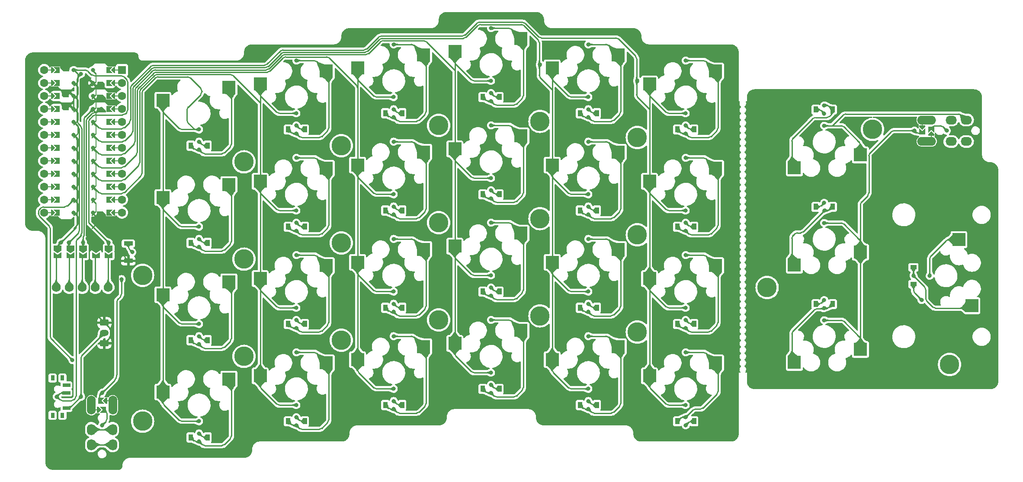
<source format=gbr>
%TF.GenerationSoftware,KiCad,Pcbnew,7.0.7*%
%TF.CreationDate,2023-08-27T15:15:09-04:00*%
%TF.ProjectId,garden,67617264-656e-42e6-9b69-6361645f7063,rev?*%
%TF.SameCoordinates,Original*%
%TF.FileFunction,Copper,L2,Bot*%
%TF.FilePolarity,Positive*%
%FSLAX46Y46*%
G04 Gerber Fmt 4.6, Leading zero omitted, Abs format (unit mm)*
G04 Created by KiCad (PCBNEW 7.0.7) date 2023-08-27 15:15:09*
%MOMM*%
%LPD*%
G01*
G04 APERTURE LIST*
G04 Aperture macros list*
%AMRoundRect*
0 Rectangle with rounded corners*
0 $1 Rounding radius*
0 $2 $3 $4 $5 $6 $7 $8 $9 X,Y pos of 4 corners*
0 Add a 4 corners polygon primitive as box body*
4,1,4,$2,$3,$4,$5,$6,$7,$8,$9,$2,$3,0*
0 Add four circle primitives for the rounded corners*
1,1,$1+$1,$2,$3*
1,1,$1+$1,$4,$5*
1,1,$1+$1,$6,$7*
1,1,$1+$1,$8,$9*
0 Add four rect primitives between the rounded corners*
20,1,$1+$1,$2,$3,$4,$5,0*
20,1,$1+$1,$4,$5,$6,$7,0*
20,1,$1+$1,$6,$7,$8,$9,0*
20,1,$1+$1,$8,$9,$2,$3,0*%
%AMFreePoly0*
4,1,6,0.500000,-0.750000,-0.500000,-0.750000,-1.000000,0.000000,-0.500000,0.750000,0.500000,0.750000,0.500000,-0.750000,0.500000,-0.750000,$1*%
%AMFreePoly1*
4,1,6,0.150000,0.000000,0.650000,-0.750000,-0.500000,-0.750000,-0.500000,0.750000,0.650000,0.750000,0.150000,0.000000,0.150000,0.000000,$1*%
%AMFreePoly2*
4,1,5,0.125000,-0.500000,-0.125000,-0.500000,-0.125000,0.500000,0.125000,0.500000,0.125000,-0.500000,0.125000,-0.500000,$1*%
%AMFreePoly3*
4,1,6,0.600000,0.200000,0.000000,-0.400000,-0.600000,0.200000,-0.600000,0.500000,0.600000,0.500000,0.600000,0.200000,0.600000,0.200000,$1*%
%AMFreePoly4*
4,1,6,0.600000,-0.250000,-0.600000,-0.250000,-0.600000,1.000000,0.000000,0.400000,0.600000,1.000000,0.600000,-0.250000,0.600000,-0.250000,$1*%
%AMFreePoly5*
4,1,6,0.600000,-0.200000,0.600000,-0.400000,-0.600000,-0.400000,-0.600000,-0.200000,0.000000,0.400000,0.600000,-0.200000,0.600000,-0.200000,$1*%
%AMFreePoly6*
4,1,49,0.014013,0.121245,0.026571,0.122144,0.041901,0.113772,0.062500,0.108253,0.075121,0.095631,0.088388,0.088388,0.854389,-0.677612,0.867767,-0.695482,0.871157,-0.698420,0.871925,-0.701037,0.875711,-0.706094,0.882287,-0.736328,0.891000,-0.766000,0.891000,-2.298000,0.887823,-2.320093,0.888144,-2.324571,0.886835,-2.326967,0.885937,-2.333217,0.869213,-2.359239,0.854389,-2.386388,
0.088388,-3.152388,0.059906,-3.173710,-0.008917,-3.188682,-0.074910,-3.164068,-0.117119,-3.107683,-0.122144,-3.037429,-0.088388,-2.975612,0.641000,-2.246223,0.641000,-0.817776,-0.088388,-0.088388,-0.106321,-0.064431,-0.108253,-0.062500,-0.108523,-0.061490,-0.109710,-0.059906,-0.112998,-0.044790,-0.125000,0.000000,-0.123753,0.004652,-0.124682,0.008917,-0.117326,0.028638,-0.108253,0.062500,
-0.102580,0.068172,-0.100068,0.074910,-0.083266,0.087486,-0.062500,0.108253,-0.051638,0.111163,-0.043683,0.117119,-0.024217,0.118510,0.000000,0.125000,0.014013,0.121245,0.014013,0.121245,$1*%
%AMFreePoly7*
4,1,6,0.600000,-1.000000,0.000000,-0.400000,-0.600000,-1.000000,-0.600000,0.250000,0.600000,0.250000,0.600000,-1.000000,0.600000,-1.000000,$1*%
%AMFreePoly8*
4,1,49,0.014013,0.121245,0.026571,0.122144,0.041901,0.113772,0.062500,0.108253,0.075121,0.095631,0.088388,0.088388,0.850389,-0.673612,0.863767,-0.691482,0.867157,-0.694420,0.867925,-0.697037,0.871711,-0.702094,0.878287,-0.732328,0.887000,-0.762000,0.887000,-2.302000,0.883823,-2.324093,0.884144,-2.328571,0.882835,-2.330967,0.881937,-2.337217,0.865213,-2.363239,0.850389,-2.390388,
0.088388,-3.152388,0.059906,-3.173710,-0.008917,-3.188682,-0.074910,-3.164068,-0.117119,-3.107683,-0.122144,-3.037429,-0.088388,-2.975612,0.637000,-2.250223,0.637000,-0.813776,-0.088388,-0.088388,-0.106321,-0.064431,-0.108253,-0.062500,-0.108523,-0.061490,-0.109710,-0.059906,-0.112998,-0.044790,-0.125000,0.000000,-0.123753,0.004652,-0.124682,0.008917,-0.117326,0.028638,-0.108253,0.062500,
-0.102580,0.068172,-0.100068,0.074910,-0.083266,0.087486,-0.062500,0.108253,-0.051638,0.111163,-0.043683,0.117119,-0.024217,0.118510,0.000000,0.125000,0.014013,0.121245,0.014013,0.121245,$1*%
%AMFreePoly9*
4,1,6,0.600000,-0.200000,0.600000,-0.500000,-0.600000,-0.500000,-0.600000,-0.200000,0.000000,0.400000,0.600000,-0.200000,0.600000,-0.200000,$1*%
G04 Aperture macros list end*
%TA.AperFunction,SMDPad,CuDef*%
%ADD10R,2.550000X2.500000*%
%TD*%
%TA.AperFunction,SMDPad,CuDef*%
%ADD11R,0.900000X1.200000*%
%TD*%
%TA.AperFunction,ComponentPad*%
%ADD12C,2.600000*%
%TD*%
%TA.AperFunction,ConnectorPad*%
%ADD13C,3.800000*%
%TD*%
%TA.AperFunction,SMDPad,CuDef*%
%ADD14R,2.500000X2.550000*%
%TD*%
%TA.AperFunction,SMDPad,CuDef*%
%ADD15FreePoly0,90.000000*%
%TD*%
%TA.AperFunction,SMDPad,CuDef*%
%ADD16FreePoly1,90.000000*%
%TD*%
%TA.AperFunction,ComponentPad*%
%ADD17O,3.700000X1.700000*%
%TD*%
%TA.AperFunction,SMDPad,CuDef*%
%ADD18FreePoly2,0.000000*%
%TD*%
%TA.AperFunction,SMDPad,CuDef*%
%ADD19FreePoly3,0.000000*%
%TD*%
%TA.AperFunction,SMDPad,CuDef*%
%ADD20FreePoly3,180.000000*%
%TD*%
%TA.AperFunction,SMDPad,CuDef*%
%ADD21FreePoly4,0.000000*%
%TD*%
%TA.AperFunction,SMDPad,CuDef*%
%ADD22FreePoly4,180.000000*%
%TD*%
%TA.AperFunction,ComponentPad*%
%ADD23O,2.200000X1.700000*%
%TD*%
%TA.AperFunction,SMDPad,CuDef*%
%ADD24R,1.200000X0.900000*%
%TD*%
%TA.AperFunction,SMDPad,CuDef*%
%ADD25R,1.803400X0.812800*%
%TD*%
%TA.AperFunction,ComponentPad*%
%ADD26RoundRect,0.250000X0.625000X-0.350000X0.625000X0.350000X-0.625000X0.350000X-0.625000X-0.350000X0*%
%TD*%
%TA.AperFunction,ComponentPad*%
%ADD27RoundRect,0.250000X-0.625000X0.350000X-0.625000X-0.350000X0.625000X-0.350000X0.625000X0.350000X0*%
%TD*%
%TA.AperFunction,ComponentPad*%
%ADD28O,1.750000X1.200000*%
%TD*%
%TA.AperFunction,ComponentPad*%
%ADD29C,1.600000*%
%TD*%
%TA.AperFunction,ComponentPad*%
%ADD30R,1.600000X1.600000*%
%TD*%
%TA.AperFunction,SMDPad,CuDef*%
%ADD31FreePoly2,90.000000*%
%TD*%
%TA.AperFunction,SMDPad,CuDef*%
%ADD32FreePoly5,90.000000*%
%TD*%
%TA.AperFunction,SMDPad,CuDef*%
%ADD33FreePoly5,270.000000*%
%TD*%
%TA.AperFunction,SMDPad,CuDef*%
%ADD34FreePoly2,270.000000*%
%TD*%
%TA.AperFunction,SMDPad,CuDef*%
%ADD35FreePoly6,270.000000*%
%TD*%
%TA.AperFunction,ComponentPad*%
%ADD36C,0.800000*%
%TD*%
%TA.AperFunction,SMDPad,CuDef*%
%ADD37FreePoly7,270.000000*%
%TD*%
%TA.AperFunction,SMDPad,CuDef*%
%ADD38FreePoly7,90.000000*%
%TD*%
%TA.AperFunction,SMDPad,CuDef*%
%ADD39FreePoly8,90.000000*%
%TD*%
%TA.AperFunction,SMDPad,CuDef*%
%ADD40R,1.500000X0.700000*%
%TD*%
%TA.AperFunction,SMDPad,CuDef*%
%ADD41R,0.800000X1.000000*%
%TD*%
%TA.AperFunction,ComponentPad*%
%ADD42C,1.752600*%
%TD*%
%TA.AperFunction,ComponentPad*%
%ADD43O,1.700000X3.700000*%
%TD*%
%TA.AperFunction,SMDPad,CuDef*%
%ADD44FreePoly9,270.000000*%
%TD*%
%TA.AperFunction,SMDPad,CuDef*%
%ADD45FreePoly9,90.000000*%
%TD*%
%TA.AperFunction,ComponentPad*%
%ADD46O,1.700000X2.200000*%
%TD*%
%TA.AperFunction,ViaPad*%
%ADD47C,0.800000*%
%TD*%
%TA.AperFunction,Conductor*%
%ADD48C,0.250000*%
%TD*%
G04 APERTURE END LIST*
D10*
%TO.P,MX15,1,COL*%
%TO.N,col_3*%
X114296250Y-90328750D03*
%TO.P,MX15,2,ROW*%
%TO.N,Net-(D15-Pad2)*%
X127223250Y-87788750D03*
%TD*%
D11*
%TO.P,D28,1,K*%
%TO.N,thr_1*%
X184943750Y-63563504D03*
%TO.P,D28,2,A*%
%TO.N,Net-(D28-Pad2)*%
X188243750Y-63563504D03*
%TD*%
D10*
%TO.P,MX7,1,COL*%
%TO.N,col_1*%
X76196250Y-96678750D03*
%TO.P,MX7,2,ROW*%
%TO.N,Net-(D7-Pad2)*%
X89123250Y-94138750D03*
%TD*%
D11*
%TO.P,D3,1,K*%
%TO.N,row_2*%
X65881250Y-108743750D03*
%TO.P,D3,2,A*%
%TO.N,Net-(D3-Pad2)*%
X62581250Y-108743750D03*
%TD*%
D10*
%TO.P,MX21,1,COL*%
%TO.N,col_5*%
X152396250Y-58578750D03*
%TO.P,MX21,2,ROW*%
%TO.N,Net-(D21-Pad2)*%
X165323250Y-56038750D03*
%TD*%
D12*
%TO.P,REF\u002A\u002A,1*%
%TO.N,N/C*%
X175418750Y-98425000D03*
D13*
X175418750Y-98425000D03*
%TD*%
D12*
%TO.P,REF\u002A\u002A,1*%
%TO.N,N/C*%
X150018750Y-107156250D03*
D13*
X150018750Y-107156250D03*
%TD*%
D12*
%TO.P,REF\u002A\u002A,1*%
%TO.N,N/C*%
X53181250Y-96043750D03*
D13*
X53181250Y-96043750D03*
%TD*%
D11*
%TO.P,D27,1,K*%
%TO.N,thr_1*%
X184943750Y-82613504D03*
%TO.P,D27,2,A*%
%TO.N,Net-(D27-Pad2)*%
X188243750Y-82613504D03*
%TD*%
D12*
%TO.P,REF\u002A\u002A,1*%
%TO.N,N/C*%
X73025000Y-92868750D03*
D13*
X73025000Y-92868750D03*
%TD*%
D11*
%TO.P,D13,1,K*%
%TO.N,row_0*%
X123031250Y-61118750D03*
%TO.P,D13,2,A*%
%TO.N,Net-(D13-Pad2)*%
X119731250Y-61118750D03*
%TD*%
D10*
%TO.P,MX4,1,COL*%
%TO.N,col_0*%
X57146250Y-118903750D03*
%TO.P,MX4,2,ROW*%
%TO.N,Net-(D4-Pad2)*%
X70073250Y-116363750D03*
%TD*%
D12*
%TO.P,REF\u002A\u002A,1*%
%TO.N,N/C*%
X130968750Y-103981250D03*
D13*
X130968750Y-103981250D03*
%TD*%
D12*
%TO.P,REF\u002A\u002A,1*%
%TO.N,N/C*%
X150018750Y-88106250D03*
D13*
X150018750Y-88106250D03*
%TD*%
D11*
%TO.P,D6,1,K*%
%TO.N,row_1*%
X84931250Y-86518750D03*
%TO.P,D6,2,A*%
%TO.N,Net-(D6-Pad2)*%
X81631250Y-86518750D03*
%TD*%
D12*
%TO.P,REF\u002A\u002A,1*%
%TO.N,N/C*%
X92075000Y-108743750D03*
D13*
X92075000Y-108743750D03*
%TD*%
D11*
%TO.P,D17,1,K*%
%TO.N,row_0*%
X142081250Y-64293750D03*
%TO.P,D17,2,A*%
%TO.N,Net-(D17-Pad2)*%
X138781250Y-64293750D03*
%TD*%
D12*
%TO.P,REF\u002A\u002A,1*%
%TO.N,N/C*%
X92075000Y-89693750D03*
D13*
X92075000Y-89693750D03*
%TD*%
D12*
%TO.P,REF\u002A\u002A,1*%
%TO.N,N/C*%
X111125000Y-104775000D03*
D13*
X111125000Y-104775000D03*
%TD*%
D11*
%TO.P,D14,1,K*%
%TO.N,row_1*%
X123031250Y-80168750D03*
%TO.P,D14,2,A*%
%TO.N,Net-(D14-Pad2)*%
X119731250Y-80168750D03*
%TD*%
%TO.P,D24,1,K*%
%TO.N,row_3*%
X161131250Y-124618750D03*
%TO.P,D24,2,A*%
%TO.N,Net-(D24-Pad2)*%
X157831250Y-124618750D03*
%TD*%
%TO.P,D7,1,K*%
%TO.N,row_2*%
X84931250Y-105568750D03*
%TO.P,D7,2,A*%
%TO.N,Net-(D7-Pad2)*%
X81631250Y-105568750D03*
%TD*%
D10*
%TO.P,MX9,1,COL*%
%TO.N,col_2*%
X95246250Y-55403750D03*
%TO.P,MX9,2,ROW*%
%TO.N,Net-(D9-Pad2)*%
X108173250Y-52863750D03*
%TD*%
D11*
%TO.P,D1,1,K*%
%TO.N,row_0*%
X65881250Y-70643750D03*
%TO.P,D1,2,A*%
%TO.N,Net-(D1-Pad2)*%
X62581250Y-70643750D03*
%TD*%
D12*
%TO.P,REF\u002A\u002A,1*%
%TO.N,N/C*%
X73025000Y-111918750D03*
D13*
X73025000Y-111918750D03*
%TD*%
D11*
%TO.P,D19,1,K*%
%TO.N,row_2*%
X142081250Y-102393750D03*
%TO.P,D19,2,A*%
%TO.N,Net-(D19-Pad2)*%
X138781250Y-102393750D03*
%TD*%
%TO.P,D20,1,K*%
%TO.N,row_3*%
X142081250Y-121443750D03*
%TO.P,D20,2,A*%
%TO.N,Net-(D20-Pad2)*%
X138781250Y-121443750D03*
%TD*%
D10*
%TO.P,MX18,1,COL*%
%TO.N,col_4*%
X133346250Y-74453750D03*
%TO.P,MX18,2,ROW*%
%TO.N,Net-(D18-Pad2)*%
X146273250Y-71913750D03*
%TD*%
D14*
%TO.P,MX25,1,COL*%
%TO.N,thc_6*%
X212966729Y-89042729D03*
%TO.P,MX25,2,ROW*%
%TO.N,Net-(D25-Pad2)*%
X215506729Y-101969729D03*
%TD*%
D11*
%TO.P,D11,1,K*%
%TO.N,row_2*%
X103981250Y-102393750D03*
%TO.P,D11,2,A*%
%TO.N,Net-(D11-Pad2)*%
X100681250Y-102393750D03*
%TD*%
D12*
%TO.P,REF\u002A\u002A,1*%
%TO.N,N/C*%
X196056250Y-67468750D03*
D13*
X196056250Y-67468750D03*
%TD*%
D12*
%TO.P,REF\u002A\u002A,1*%
%TO.N,N/C*%
X111125000Y-85725000D03*
D13*
X111125000Y-85725000D03*
%TD*%
D10*
%TO.P,MX10,1,COL*%
%TO.N,col_2*%
X95246250Y-74453750D03*
%TO.P,MX10,2,ROW*%
%TO.N,Net-(D10-Pad2)*%
X108173250Y-71913750D03*
%TD*%
D11*
%TO.P,D23,1,K*%
%TO.N,row_2*%
X161131250Y-105568750D03*
%TO.P,D23,2,A*%
%TO.N,Net-(D23-Pad2)*%
X157831250Y-105568750D03*
%TD*%
%TO.P,D15,1,K*%
%TO.N,row_2*%
X123031250Y-99218750D03*
%TO.P,D15,2,A*%
%TO.N,Net-(D15-Pad2)*%
X119731250Y-99218750D03*
%TD*%
%TO.P,D10,1,K*%
%TO.N,row_1*%
X103981250Y-83343750D03*
%TO.P,D10,2,A*%
%TO.N,Net-(D10-Pad2)*%
X100681250Y-83343750D03*
%TD*%
%TO.P,D16,1,K*%
%TO.N,row_3*%
X123031250Y-118268750D03*
%TO.P,D16,2,A*%
%TO.N,Net-(D16-Pad2)*%
X119731250Y-118268750D03*
%TD*%
D15*
%TO.P,J1,1,Pin_1*%
%TO.N,mosi*%
X36531250Y-90715500D03*
%TO.P,J1,2,Pin_2*%
%TO.N,sck*%
X39031250Y-90715500D03*
%TO.P,J1,3,Pin_3*%
%TO.N,vcc*%
X41531250Y-90715500D03*
%TO.P,J1,4,Pin_4*%
%TO.N,gnd*%
X44031250Y-90715500D03*
%TO.P,J1,5,Pin_5*%
%TO.N,cs*%
X46531250Y-90715500D03*
D16*
%TO.P,J1,6*%
%TO.N,disp_1*%
X36531250Y-92165500D03*
%TO.P,J1,7*%
%TO.N,disp_2*%
X39031250Y-92165500D03*
%TO.P,J1,8*%
%TO.N,disp_3*%
X41531250Y-92165500D03*
%TO.P,J1,9*%
%TO.N,disp_4*%
X44031250Y-92165500D03*
%TO.P,J1,10*%
%TO.N,disp_5*%
X46531250Y-92165500D03*
%TD*%
D10*
%TO.P,MX3,1,COL*%
%TO.N,col_0*%
X57146250Y-99853750D03*
%TO.P,MX3,2,ROW*%
%TO.N,Net-(D3-Pad2)*%
X70073250Y-97313750D03*
%TD*%
%TO.P,MX26,1,COL*%
%TO.N,thc_7*%
X193678750Y-110553504D03*
%TO.P,MX26,2,ROW*%
%TO.N,Net-(D26-Pad2)*%
X180751750Y-113093504D03*
%TD*%
D11*
%TO.P,D4,1,K*%
%TO.N,row_3*%
X65881250Y-127793750D03*
%TO.P,D4,2,A*%
%TO.N,Net-(D4-Pad2)*%
X62581250Y-127793750D03*
%TD*%
D10*
%TO.P,MX14,1,COL*%
%TO.N,col_3*%
X114296250Y-71278750D03*
%TO.P,MX14,2,ROW*%
%TO.N,Net-(D14-Pad2)*%
X127223250Y-68738750D03*
%TD*%
%TO.P,MX13,1,COL*%
%TO.N,col_3*%
X114296250Y-52228750D03*
%TO.P,MX13,2,ROW*%
%TO.N,Net-(D13-Pad2)*%
X127223250Y-49688750D03*
%TD*%
%TO.P,MX2,1,COL*%
%TO.N,col_0*%
X57146250Y-80803750D03*
%TO.P,MX2,2,ROW*%
%TO.N,Net-(D2-Pad2)*%
X70073250Y-78263750D03*
%TD*%
%TO.P,MX20,1,COL*%
%TO.N,col_4*%
X133346250Y-112553750D03*
%TO.P,MX20,2,ROW*%
%TO.N,Net-(D20-Pad2)*%
X146273250Y-110013750D03*
%TD*%
%TO.P,MX24,1,COL*%
%TO.N,col_5*%
X152396250Y-115728750D03*
%TO.P,MX24,2,ROW*%
%TO.N,Net-(D24-Pad2)*%
X165323250Y-113188750D03*
%TD*%
D11*
%TO.P,D22,1,K*%
%TO.N,row_1*%
X161131250Y-86518750D03*
%TO.P,D22,2,A*%
%TO.N,Net-(D22-Pad2)*%
X157831250Y-86518750D03*
%TD*%
D10*
%TO.P,MX6,1,COL*%
%TO.N,col_1*%
X76196250Y-77628750D03*
%TO.P,MX6,2,ROW*%
%TO.N,Net-(D6-Pad2)*%
X89123250Y-75088750D03*
%TD*%
D17*
%TO.P,U3,*%
%TO.N,*%
X206662125Y-65613021D03*
D18*
X205774125Y-66697021D03*
D19*
X205774125Y-67205021D03*
D20*
X207552125Y-68221021D03*
D18*
X207552125Y-68729021D03*
D17*
X206662125Y-69813021D03*
D21*
%TO.P,U3,1,SLEEVE*%
%TO.N,thc_7*%
X205774125Y-68221021D03*
D22*
%TO.P,U3,2,TIP*%
%TO.N,thr_1*%
X207552125Y-67205021D03*
D23*
%TO.P,U3,3,RING1*%
%TO.N,thr_0*%
X211412125Y-65613021D03*
X211412125Y-69813021D03*
%TO.P,U3,4,RING2*%
%TO.N,thc_6*%
X214412125Y-65613021D03*
X214412125Y-69813021D03*
%TD*%
D12*
%TO.P,REF\u002A\u002A,1*%
%TO.N,N/C*%
X130968750Y-84931250D03*
D13*
X130968750Y-84931250D03*
%TD*%
D12*
%TO.P,REF\u002A\u002A,1*%
%TO.N,N/C*%
X92075000Y-70643750D03*
D13*
X92075000Y-70643750D03*
%TD*%
D12*
%TO.P,REF\u002A\u002A,1*%
%TO.N,N/C*%
X130968750Y-65881250D03*
D13*
X130968750Y-65881250D03*
%TD*%
D10*
%TO.P,MX17,1,COL*%
%TO.N,col_4*%
X133346250Y-55403750D03*
%TO.P,MX17,2,ROW*%
%TO.N,Net-(D17-Pad2)*%
X146273250Y-52863750D03*
%TD*%
%TO.P,MX19,1,COL*%
%TO.N,col_4*%
X133346250Y-93503750D03*
%TO.P,MX19,2,ROW*%
%TO.N,Net-(D19-Pad2)*%
X146273250Y-90963750D03*
%TD*%
D11*
%TO.P,D9,1,K*%
%TO.N,row_0*%
X103981250Y-64293750D03*
%TO.P,D9,2,A*%
%TO.N,Net-(D9-Pad2)*%
X100681250Y-64293750D03*
%TD*%
D10*
%TO.P,MX12,1,COL*%
%TO.N,col_2*%
X95246250Y-112553750D03*
%TO.P,MX12,2,ROW*%
%TO.N,Net-(D12-Pad2)*%
X108173250Y-110013750D03*
%TD*%
%TO.P,MX5,1,COL*%
%TO.N,col_1*%
X76196250Y-58578750D03*
%TO.P,MX5,2,ROW*%
%TO.N,Net-(D5-Pad2)*%
X89123250Y-56038750D03*
%TD*%
D11*
%TO.P,D8,1,K*%
%TO.N,row_3*%
X84931250Y-124618750D03*
%TO.P,D8,2,A*%
%TO.N,Net-(D8-Pad2)*%
X81631250Y-124618750D03*
%TD*%
D12*
%TO.P,REF\u002A\u002A,1*%
%TO.N,N/C*%
X53181250Y-124618750D03*
D13*
X53181250Y-124618750D03*
%TD*%
D12*
%TO.P,REF\u002A\u002A,1*%
%TO.N,N/C*%
X211137500Y-113506250D03*
D13*
X211137500Y-113506250D03*
%TD*%
D10*
%TO.P,MX27,1,COL*%
%TO.N,thc_7*%
X193678750Y-91503504D03*
%TO.P,MX27,2,ROW*%
%TO.N,Net-(D27-Pad2)*%
X180751750Y-94043504D03*
%TD*%
D11*
%TO.P,D5,1,K*%
%TO.N,row_0*%
X84931250Y-67468750D03*
%TO.P,D5,2,A*%
%TO.N,Net-(D5-Pad2)*%
X81631250Y-67468750D03*
%TD*%
%TO.P,D2,1,K*%
%TO.N,row_1*%
X65881250Y-89693750D03*
%TO.P,D2,2,A*%
%TO.N,Net-(D2-Pad2)*%
X62581250Y-89693750D03*
%TD*%
D10*
%TO.P,MX28,1,COL*%
%TO.N,thc_6*%
X193678750Y-72453504D03*
%TO.P,MX28,2,ROW*%
%TO.N,Net-(D28-Pad2)*%
X180751750Y-74993504D03*
%TD*%
D12*
%TO.P,REF\u002A\u002A,1*%
%TO.N,N/C*%
X73025000Y-73818750D03*
D13*
X73025000Y-73818750D03*
%TD*%
D10*
%TO.P,MX23,1,COL*%
%TO.N,col_5*%
X152396250Y-96678750D03*
%TO.P,MX23,2,ROW*%
%TO.N,Net-(D23-Pad2)*%
X165323250Y-94138750D03*
%TD*%
D12*
%TO.P,REF\u002A\u002A,1*%
%TO.N,N/C*%
X111125000Y-66675000D03*
D13*
X111125000Y-66675000D03*
%TD*%
D24*
%TO.P,D25,1,K*%
%TO.N,thr_0*%
X204076729Y-97777729D03*
%TO.P,D25,2,A*%
%TO.N,Net-(D25-Pad2)*%
X204076729Y-94477729D03*
%TD*%
D10*
%TO.P,MX1,1,COL*%
%TO.N,col_0*%
X57146250Y-61753750D03*
%TO.P,MX1,2,ROW*%
%TO.N,Net-(D1-Pad2)*%
X70073250Y-59213750D03*
%TD*%
D11*
%TO.P,D21,1,K*%
%TO.N,row_0*%
X161131250Y-67468750D03*
%TO.P,D21,2,A*%
%TO.N,Net-(D21-Pad2)*%
X157831250Y-67468750D03*
%TD*%
D10*
%TO.P,MX11,1,COL*%
%TO.N,col_2*%
X95246250Y-93503750D03*
%TO.P,MX11,2,ROW*%
%TO.N,Net-(D11-Pad2)*%
X108173250Y-90963750D03*
%TD*%
D12*
%TO.P,REF\u002A\u002A,1*%
%TO.N,N/C*%
X150018750Y-69056250D03*
D13*
X150018750Y-69056250D03*
%TD*%
D10*
%TO.P,MX22,1,COL*%
%TO.N,col_5*%
X152396250Y-77628750D03*
%TO.P,MX22,2,ROW*%
%TO.N,Net-(D22-Pad2)*%
X165323250Y-75088750D03*
%TD*%
D25*
%TO.P,SW0,1,1*%
%TO.N,gnd*%
X50377250Y-93207304D03*
%TO.P,SW0,2,2*%
%TO.N,rst*%
X50377250Y-89807300D03*
%TD*%
D10*
%TO.P,MX16,1,COL*%
%TO.N,col_3*%
X114296250Y-109378750D03*
%TO.P,MX16,2,ROW*%
%TO.N,Net-(D16-Pad2)*%
X127223250Y-106838750D03*
%TD*%
D11*
%TO.P,D12,1,K*%
%TO.N,row_3*%
X103981250Y-121443750D03*
%TO.P,D12,2,A*%
%TO.N,Net-(D12-Pad2)*%
X100681250Y-121443750D03*
%TD*%
%TO.P,D18,1,K*%
%TO.N,row_1*%
X142081250Y-83343750D03*
%TO.P,D18,2,A*%
%TO.N,Net-(D18-Pad2)*%
X138781250Y-83343750D03*
%TD*%
D10*
%TO.P,MX8,1,COL*%
%TO.N,col_1*%
X76196250Y-115728750D03*
%TO.P,MX8,2,ROW*%
%TO.N,Net-(D8-Pad2)*%
X89123250Y-113188750D03*
%TD*%
D26*
%TO.P,J2,1,Pin_1*%
%TO.N,gnd*%
X45697000Y-109316750D03*
D27*
X45697000Y-109316750D03*
D26*
X45697000Y-105316750D03*
D27*
X45697000Y-105316750D03*
D28*
%TO.P,J2,2,Pin_2*%
%TO.N,bat_sw+*%
X45697000Y-107316750D03*
X45697000Y-107316750D03*
X45697000Y-107316750D03*
X45697000Y-107316750D03*
%TD*%
D29*
%TO.P,U1,*%
%TO.N,*%
X49151250Y-55821679D03*
D30*
X49151250Y-55821679D03*
D31*
X47881250Y-55821679D03*
D32*
X47373250Y-55821679D03*
D33*
X35689250Y-55821679D03*
D34*
X35181250Y-55821679D03*
D29*
X33911250Y-55821679D03*
X49151250Y-58361679D03*
D31*
X47881250Y-58361679D03*
D32*
X47373250Y-58361679D03*
D33*
X35689250Y-58361679D03*
D34*
X35181250Y-58361679D03*
D29*
X33911250Y-58361679D03*
X49151250Y-60901679D03*
D31*
X47881250Y-60901679D03*
D32*
X47373250Y-60901679D03*
D33*
X35689250Y-60901679D03*
D34*
X35181250Y-60901679D03*
D29*
X33911250Y-60901679D03*
X49151250Y-63441679D03*
D31*
X47881250Y-63441679D03*
D32*
X47373250Y-63441679D03*
D33*
X35689250Y-63441679D03*
D34*
X35181250Y-63441679D03*
D29*
X33911250Y-63441679D03*
X49151250Y-65981679D03*
D31*
X47881250Y-65981679D03*
D32*
X47373250Y-65981679D03*
D33*
X35689250Y-65981679D03*
D34*
X35181250Y-65981679D03*
D29*
X33911250Y-65981679D03*
X49151250Y-68521679D03*
D31*
X47881250Y-68521679D03*
D32*
X47373250Y-68521679D03*
D33*
X35689250Y-68521679D03*
D34*
X35181250Y-68521679D03*
D29*
X33911250Y-68521679D03*
X49151250Y-71061679D03*
D31*
X47881250Y-71061679D03*
D32*
X47373250Y-71061679D03*
D33*
X35689250Y-71061679D03*
D34*
X35181250Y-71061679D03*
D29*
X33911250Y-71061679D03*
X49151250Y-73601679D03*
D31*
X47881250Y-73601679D03*
D32*
X47373250Y-73601679D03*
D33*
X35689250Y-73601679D03*
D34*
X35181250Y-73601679D03*
D29*
X33911250Y-73601679D03*
X49151250Y-76141679D03*
D31*
X47881250Y-76141679D03*
D32*
X47373250Y-76141679D03*
D33*
X35689250Y-76141679D03*
D34*
X35181250Y-76141679D03*
D29*
X33911250Y-76141679D03*
X49151250Y-78681679D03*
D31*
X47881250Y-78681679D03*
D32*
X47373250Y-78681679D03*
D33*
X35689250Y-78681679D03*
D34*
X35181250Y-78681679D03*
D29*
X33911250Y-78681679D03*
X49151250Y-81221679D03*
D31*
X47881250Y-81221679D03*
D32*
X47373250Y-81221679D03*
D33*
X35689250Y-81221679D03*
D34*
X35181250Y-81221679D03*
D29*
X33911250Y-81221679D03*
X49151250Y-83761679D03*
D31*
X47881250Y-83761679D03*
D32*
X47373250Y-83761679D03*
D33*
X35689250Y-83761679D03*
D34*
X35181250Y-83761679D03*
D29*
X33911250Y-83761679D03*
D35*
%TO.P,U1,1,TX0/P0.06*%
%TO.N,cs*%
X39753250Y-55821679D03*
D36*
X39628250Y-55821679D03*
D37*
X36705250Y-55821679D03*
D35*
%TO.P,U1,2,RX1/P0.08*%
%TO.N,unconnected-(U1-Pad2)*%
X39753250Y-58361679D03*
D36*
X39628250Y-58361679D03*
D37*
X36705250Y-58361679D03*
D35*
%TO.P,U1,3,GND*%
%TO.N,gnd*%
X39753250Y-60901679D03*
D36*
X39628250Y-60901679D03*
D37*
X36705250Y-60901679D03*
D35*
%TO.P,U1,4,GND*%
X39753250Y-63441679D03*
D36*
X39628250Y-63441679D03*
D37*
X36705250Y-63441679D03*
D35*
%TO.P,U1,5,P0.17*%
%TO.N,sck*%
X39753250Y-65981679D03*
D36*
X39628250Y-65981679D03*
D37*
X36705250Y-65981679D03*
D35*
%TO.P,U1,6,P0.20*%
%TO.N,mosi*%
X39753250Y-68521679D03*
D36*
X39628250Y-68521679D03*
D37*
X36705250Y-68521679D03*
D35*
%TO.P,U1,7,P0.22*%
%TO.N,unconnected-(U1-Pad7)*%
X39753250Y-71061679D03*
D36*
X39628250Y-71061679D03*
D37*
X36705250Y-71061679D03*
D35*
%TO.P,U1,8,P0.24*%
%TO.N,unconnected-(U1-Pad8)*%
X39753250Y-73601679D03*
D36*
X39628250Y-73601679D03*
D37*
X36705250Y-73601679D03*
D35*
%TO.P,U1,9,P1.00*%
%TO.N,row_3*%
X39753250Y-76141679D03*
D36*
X39628250Y-76141679D03*
D37*
X36705250Y-76141679D03*
D35*
%TO.P,U1,10,P0.11*%
%TO.N,row_2*%
X39753250Y-78681679D03*
D36*
X39628250Y-78681679D03*
D37*
X36705250Y-78681679D03*
D35*
%TO.P,U1,11,P1.04*%
%TO.N,row_1*%
X39753250Y-81221679D03*
D36*
X39628250Y-81221679D03*
D37*
X36705250Y-81221679D03*
D35*
%TO.P,U1,12,P1.06*%
%TO.N,row_0*%
X39753250Y-83761679D03*
D36*
X39628250Y-83761679D03*
D37*
X36705250Y-83761679D03*
D38*
%TO.P,U1,13,NFC1/P0.09*%
%TO.N,col_7*%
X46357250Y-83761679D03*
D36*
X43434250Y-83761679D03*
D39*
X43309250Y-83761679D03*
D38*
%TO.P,U1,14,NFC2/P0.10*%
%TO.N,col_6*%
X46357250Y-81221679D03*
D36*
X43434250Y-81221679D03*
D39*
X43309250Y-81221679D03*
D38*
%TO.P,U1,15,P1.11*%
%TO.N,col_0*%
X46357250Y-78681679D03*
D36*
X43434250Y-78681679D03*
D39*
X43309250Y-78681679D03*
D38*
%TO.P,U1,16,P1.13*%
%TO.N,col_1*%
X46357250Y-76141679D03*
D36*
X43434250Y-76141679D03*
D39*
X43309250Y-76141679D03*
D38*
%TO.P,U1,17,P1.15*%
%TO.N,col_2*%
X46357250Y-73601679D03*
D36*
X43434250Y-73601679D03*
D39*
X43309250Y-73601679D03*
D38*
%TO.P,U1,18,AIN0/P0.02*%
%TO.N,col_3*%
X46357250Y-71061679D03*
D36*
X43434250Y-71061679D03*
D39*
X43309250Y-71061679D03*
D38*
%TO.P,U1,19,AIN5/P0.29*%
%TO.N,col_4*%
X46357250Y-68521679D03*
D36*
X43434250Y-68521679D03*
D39*
X43309250Y-68521679D03*
D38*
%TO.P,U1,20,AIN7/P0.31*%
%TO.N,col_5*%
X46357250Y-65981679D03*
D36*
X43434250Y-65981679D03*
D39*
X43309250Y-65981679D03*
D38*
%TO.P,U1,21,VCC*%
%TO.N,vcc*%
X46357250Y-63441679D03*
D36*
X43434250Y-63441679D03*
D39*
X43309250Y-63441679D03*
D38*
%TO.P,U1,22,RST*%
%TO.N,rst*%
X46357250Y-60901679D03*
D36*
X43434250Y-60901679D03*
D39*
X43309250Y-60901679D03*
D38*
%TO.P,U1,23,GND*%
%TO.N,gnd*%
X46357250Y-58361679D03*
D36*
X43434250Y-58361679D03*
D39*
X43309250Y-58361679D03*
D38*
%TO.P,U1,24,BATIN/P0.04*%
%TO.N,bat+*%
X46357250Y-55821679D03*
D36*
X43434250Y-55821679D03*
D39*
X43309250Y-55821679D03*
%TD*%
D40*
%TO.P,SW1,1*%
%TO.N,bat_sw+*%
X38271000Y-122047929D03*
%TO.P,SW1,2*%
%TO.N,bat+*%
X38271000Y-119047929D03*
%TO.P,SW1,3*%
%TO.N,unconnected-(SW1-Pad3)*%
X38271000Y-117547929D03*
D41*
%TO.P,SW1,S1,SHIELD*%
%TO.N,unconnected-(SW1-PadS1)*%
X37486000Y-123447929D03*
%TO.P,SW1,S2,SHIELD*%
X35556000Y-123447929D03*
%TO.P,SW1,S3,SHIELD*%
X35556000Y-116147929D03*
%TO.P,SW1,S4,SHIELD*%
X37486000Y-116147929D03*
%TD*%
D42*
%TO.P,Display1,1*%
%TO.N,disp_1*%
X36291250Y-98425000D03*
%TO.P,Display1,2*%
%TO.N,disp_2*%
X38831250Y-98425000D03*
%TO.P,Display1,3*%
%TO.N,disp_3*%
X41371250Y-98425000D03*
%TO.P,Display1,4*%
%TO.N,disp_4*%
X43911250Y-98425000D03*
%TO.P,Display1,5*%
%TO.N,disp_5*%
X46451250Y-98425000D03*
%TD*%
D43*
%TO.P,U2,*%
%TO.N,*%
X43143750Y-121481250D03*
D34*
X44227750Y-122371250D03*
D44*
X44735750Y-122371250D03*
D45*
X45751750Y-120593250D03*
D34*
X46259750Y-120593250D03*
D43*
X47343750Y-121481250D03*
D38*
%TO.P,U2,1,SLEEVE*%
%TO.N,col_7*%
X44735750Y-120593250D03*
D37*
%TO.P,U2,2,TIP*%
%TO.N,row_1*%
X45751750Y-122371250D03*
D46*
%TO.P,U2,3,RING1*%
%TO.N,row_0*%
X43143750Y-126231250D03*
X47343750Y-126231250D03*
%TO.P,U2,4,RING2*%
%TO.N,col_6*%
X43143750Y-129231250D03*
X47343750Y-129231250D03*
%TD*%
D11*
%TO.P,D26,1,K*%
%TO.N,thr_0*%
X184943750Y-101663504D03*
%TO.P,D26,2,A*%
%TO.N,Net-(D26-Pad2)*%
X188243750Y-101663504D03*
%TD*%
D47*
%TO.N,row_0*%
X83281250Y-66675000D03*
X121381250Y-60325000D03*
X102331250Y-63500000D03*
X64231250Y-69850000D03*
X140431250Y-63500000D03*
X159481250Y-66675000D03*
%TO.N,Net-(D1-Pad2)*%
X64231250Y-71437500D03*
%TO.N,row_1*%
X45243750Y-125412500D03*
X159481250Y-85725000D03*
X39445939Y-112654179D03*
X121381250Y-79375000D03*
X102331250Y-82550000D03*
X64231250Y-88900000D03*
X140431250Y-82550000D03*
X83281250Y-85725000D03*
%TO.N,Net-(D2-Pad2)*%
X64231250Y-90487500D03*
%TO.N,row_2*%
X83281250Y-104775000D03*
X121381250Y-98425000D03*
X159481250Y-104775000D03*
X64231250Y-107950000D03*
X140431250Y-101600000D03*
X102331250Y-101600000D03*
%TO.N,Net-(D3-Pad2)*%
X64231250Y-109537500D03*
%TO.N,row_3*%
X140431250Y-120650000D03*
X64231250Y-127000000D03*
X159481250Y-125412500D03*
X102331250Y-120650000D03*
X121381250Y-117475000D03*
X83281250Y-123825000D03*
%TO.N,Net-(D4-Pad2)*%
X64231250Y-128587500D03*
%TO.N,Net-(D5-Pad2)*%
X83281250Y-53975000D03*
X83281250Y-68262500D03*
%TO.N,Net-(D6-Pad2)*%
X83281250Y-87312500D03*
X83281250Y-73025000D03*
%TO.N,Net-(D7-Pad2)*%
X83281250Y-92075000D03*
X83281250Y-106362500D03*
%TO.N,Net-(D8-Pad2)*%
X83281250Y-125412500D03*
X83281250Y-111125000D03*
%TO.N,Net-(D9-Pad2)*%
X102331250Y-65087500D03*
X102331250Y-50800000D03*
%TO.N,Net-(D10-Pad2)*%
X102331250Y-69850000D03*
X102331250Y-84137500D03*
%TO.N,Net-(D11-Pad2)*%
X102331250Y-103187500D03*
X102331250Y-88900000D03*
%TO.N,Net-(D12-Pad2)*%
X102331250Y-107950000D03*
X102331250Y-122237500D03*
%TO.N,Net-(D13-Pad2)*%
X121381250Y-47625000D03*
X121381250Y-61912500D03*
%TO.N,Net-(D14-Pad2)*%
X121381250Y-66675000D03*
X121381250Y-80962500D03*
%TO.N,Net-(D15-Pad2)*%
X121381250Y-100012500D03*
X121381250Y-85725000D03*
%TO.N,Net-(D16-Pad2)*%
X121381250Y-104775000D03*
X121381250Y-119062500D03*
%TO.N,Net-(D17-Pad2)*%
X140431250Y-65087500D03*
X140431250Y-50800000D03*
%TO.N,Net-(D18-Pad2)*%
X140431250Y-69850000D03*
X140431250Y-84137500D03*
%TO.N,Net-(D19-Pad2)*%
X140431250Y-88900000D03*
X140431250Y-103187500D03*
%TO.N,Net-(D20-Pad2)*%
X140431250Y-107950000D03*
X140431250Y-122237500D03*
%TO.N,Net-(D21-Pad2)*%
X159481250Y-53975000D03*
X159481250Y-68262500D03*
%TO.N,Net-(D22-Pad2)*%
X159481250Y-73025000D03*
X159481250Y-87312500D03*
%TO.N,Net-(D23-Pad2)*%
X159481250Y-92075000D03*
X159481250Y-106362500D03*
%TO.N,thr_0*%
X205664229Y-100890229D03*
X186593750Y-100869754D03*
%TO.N,thr_1*%
X186593750Y-64357254D03*
X186593750Y-81819754D03*
X210593375Y-67713021D03*
%TO.N,Net-(D25-Pad2)*%
X204076729Y-96127729D03*
%TO.N,Net-(D26-Pad2)*%
X186593750Y-102457254D03*
%TO.N,Net-(D27-Pad2)*%
X186677924Y-83323080D03*
%TO.N,Net-(D28-Pad2)*%
X186593750Y-62769754D03*
%TO.N,col_5*%
X159481250Y-64293750D03*
X159481250Y-102393750D03*
X159481250Y-121443750D03*
X150018750Y-57943750D03*
X159481250Y-83343750D03*
%TO.N,col_7*%
X49071000Y-96779179D03*
X45243750Y-119062500D03*
%TO.N,thc_6*%
X186593750Y-66738504D03*
X207251729Y-96127729D03*
%TO.N,thc_7*%
X186593750Y-104838504D03*
X204243375Y-67713021D03*
X186593750Y-85788504D03*
%TO.N,col_0*%
X64231250Y-105568750D03*
X64231250Y-67468750D03*
X64231250Y-124618750D03*
X64231250Y-86518750D03*
%TO.N,col_1*%
X83281250Y-83343750D03*
X83281250Y-121443750D03*
X83281250Y-102393750D03*
X83281250Y-64293750D03*
%TO.N,col_2*%
X102331250Y-118268750D03*
X102331250Y-61118750D03*
X102331250Y-99218750D03*
X102331250Y-80168750D03*
%TO.N,col_3*%
X121381250Y-115093750D03*
X121381250Y-76993750D03*
X121381250Y-57943750D03*
X121381250Y-96043750D03*
%TO.N,col_4*%
X130968750Y-54768750D03*
X140431250Y-118268750D03*
X140431250Y-61118750D03*
X140431250Y-80168750D03*
X140431250Y-99218750D03*
%TO.N,mosi*%
X37164750Y-89616000D03*
%TO.N,sck*%
X38752250Y-89616000D03*
%TO.N,bat_sw+*%
X41133500Y-119797929D03*
%TO.N,vcc*%
X41531250Y-89635429D03*
%TO.N,gnd*%
X176212500Y-67468750D03*
X150018750Y-76993750D03*
X92868750Y-99218750D03*
X54768750Y-73818750D03*
X176212500Y-86518750D03*
X130968750Y-92868750D03*
X130968750Y-73818750D03*
X111918750Y-57943750D03*
X176212500Y-104775000D03*
X73818750Y-64293750D03*
X49583500Y-91507302D03*
X92868750Y-118268750D03*
X150018750Y-115093750D03*
X150018750Y-96043750D03*
X73818750Y-83343750D03*
X73818750Y-121443750D03*
X43538931Y-89616000D03*
X92868750Y-61118750D03*
X111918750Y-96043750D03*
X54768750Y-111918750D03*
X45102250Y-63441679D03*
X111918750Y-115093750D03*
X207962500Y-84137500D03*
X210343750Y-107950000D03*
X130968750Y-111918750D03*
X54768750Y-92868750D03*
X111918750Y-76993750D03*
X92868750Y-80168750D03*
X73818750Y-102393750D03*
%TO.N,cs*%
X46533254Y-89616000D03*
%TO.N,bat+*%
X36371000Y-119797929D03*
X41133500Y-56585429D03*
%TO.N,Net-(D24-Pad2)*%
X159481250Y-111125000D03*
X159481250Y-123825000D03*
%TO.N,rst*%
X51171000Y-91507302D03*
%TD*%
D48*
%TO.N,row_0*%
X160051815Y-67245565D02*
X159481250Y-66675000D01*
X84931250Y-67468750D02*
X84390631Y-67468750D01*
X43143750Y-126231250D02*
X47343750Y-126231250D01*
X103981250Y-64293750D02*
X103440631Y-64293750D01*
X64801815Y-70420565D02*
X64231250Y-69850000D01*
X142081250Y-64293750D02*
X141540631Y-64293750D01*
X161131250Y-67468750D02*
X160590631Y-67468750D01*
X83851815Y-67245565D02*
X83281250Y-66675000D01*
X123031250Y-61118750D02*
X122490631Y-61118750D01*
X121951815Y-60895565D02*
X121381250Y-60325000D01*
X102901815Y-64070565D02*
X102331250Y-63500000D01*
X141001815Y-64070565D02*
X140431250Y-63500000D01*
X65881250Y-70643750D02*
X65340631Y-70643750D01*
X64801789Y-70420591D02*
G75*
G03*
X65340631Y-70643750I538811J538891D01*
G01*
X102901789Y-64070591D02*
G75*
G03*
X103440631Y-64293750I538811J538891D01*
G01*
X83851789Y-67245591D02*
G75*
G03*
X84390631Y-67468750I538811J538891D01*
G01*
X160051789Y-67245591D02*
G75*
G03*
X160590631Y-67468750I538811J538891D01*
G01*
X121951789Y-60895591D02*
G75*
G03*
X122490631Y-61118750I538811J538891D01*
G01*
X141001789Y-64070591D02*
G75*
G03*
X141540631Y-64293750I538811J538891D01*
G01*
%TO.N,Net-(D1-Pad2)*%
X70560771Y-60016902D02*
X70560771Y-70348598D01*
X70337586Y-70887414D02*
X69216934Y-72008066D01*
X68678119Y-72231250D02*
X65340631Y-72231250D01*
X70073250Y-59213750D02*
X70337587Y-59478087D01*
X63151815Y-71214315D02*
X62581250Y-70643750D01*
X64801815Y-72008065D02*
X64231250Y-71437500D01*
X64231250Y-71437500D02*
X63690631Y-71437500D01*
X64801789Y-72008091D02*
G75*
G03*
X65340631Y-72231250I538811J538891D01*
G01*
X63151800Y-71214330D02*
G75*
G03*
X63690631Y-71437500I538800J538830D01*
G01*
X70560778Y-60016902D02*
G75*
G03*
X70337587Y-59478087I-761978J2D01*
G01*
X68678119Y-72231278D02*
G75*
G03*
X69216934Y-72008066I-19J761978D01*
G01*
X70337581Y-70887409D02*
G75*
G03*
X70560771Y-70348598I-538781J538809D01*
G01*
%TO.N,row_1*%
X123031250Y-80168750D02*
X122490631Y-80168750D01*
X46218271Y-124122348D02*
X46218271Y-123153402D01*
X45243750Y-125412500D02*
X45995087Y-124661163D01*
X83851815Y-86295565D02*
X83281250Y-85725000D01*
X160051815Y-86295565D02*
X159481250Y-85725000D01*
X65881250Y-89693750D02*
X65340631Y-89693750D01*
X103981250Y-83343750D02*
X103440631Y-83343750D01*
X33222276Y-82860353D02*
X33009923Y-83072706D01*
X37897130Y-82637168D02*
X33761092Y-82637168D01*
X33009924Y-84450653D02*
X34867255Y-86307984D01*
X121951815Y-79945565D02*
X121381250Y-79375000D01*
X45995086Y-122614586D02*
X45751750Y-122371250D01*
X32786739Y-83611521D02*
X32786739Y-83911837D01*
X39628250Y-81221679D02*
X38435945Y-82413984D01*
X142081250Y-83343750D02*
X141540631Y-83343750D01*
X35313624Y-108521864D02*
X39445939Y-112654179D01*
X84931250Y-86518750D02*
X84390631Y-86518750D01*
X64801815Y-89470565D02*
X64231250Y-88900000D01*
X35090439Y-86846799D02*
X35090439Y-107983048D01*
X161131250Y-86518750D02*
X160590631Y-86518750D01*
X102901815Y-83120565D02*
X102331250Y-82550000D01*
X141001815Y-83120565D02*
X140431250Y-82550000D01*
X160051789Y-86295591D02*
G75*
G03*
X160590631Y-86518750I538811J538891D01*
G01*
X102901789Y-83120591D02*
G75*
G03*
X103440631Y-83343750I538811J538891D01*
G01*
X45995107Y-124661183D02*
G75*
G03*
X46218271Y-124122348I-538807J538783D01*
G01*
X35090394Y-107983048D02*
G75*
G03*
X35313624Y-108521864I762006J48D01*
G01*
X33761092Y-82637172D02*
G75*
G03*
X33222276Y-82860353I8J-762028D01*
G01*
X46218278Y-123153402D02*
G75*
G03*
X45995086Y-122614586I-761978J2D01*
G01*
X35090428Y-86846799D02*
G75*
G03*
X34867255Y-86307984I-762028J-1D01*
G01*
X121951789Y-79945591D02*
G75*
G03*
X122490631Y-80168750I538811J538891D01*
G01*
X83851789Y-86295591D02*
G75*
G03*
X84390631Y-86518750I538811J538891D01*
G01*
X141001789Y-83120591D02*
G75*
G03*
X141540631Y-83343750I538811J538891D01*
G01*
X33009921Y-83072704D02*
G75*
G03*
X32786739Y-83611521I538779J-538796D01*
G01*
X32786702Y-83911837D02*
G75*
G03*
X33009925Y-84450652I761998J37D01*
G01*
X37897130Y-82637198D02*
G75*
G03*
X38435944Y-82413983I-30J761998D01*
G01*
X64801789Y-89470591D02*
G75*
G03*
X65340631Y-89693750I538811J538891D01*
G01*
%TO.N,Net-(D2-Pad2)*%
X63151815Y-90264315D02*
X62581250Y-89693750D01*
X68678119Y-91281250D02*
X65340631Y-91281250D01*
X70560771Y-79066902D02*
X70560771Y-89398598D01*
X64231250Y-90487500D02*
X63690631Y-90487500D01*
X64801815Y-91058065D02*
X64231250Y-90487500D01*
X70073250Y-78263750D02*
X70337587Y-78528087D01*
X70337586Y-89937414D02*
X69216934Y-91058066D01*
X63151800Y-90264330D02*
G75*
G03*
X63690631Y-90487500I538800J538830D01*
G01*
X70560778Y-79066902D02*
G75*
G03*
X70337587Y-78528087I-761978J2D01*
G01*
X64801789Y-91058091D02*
G75*
G03*
X65340631Y-91281250I538811J538891D01*
G01*
X68678119Y-91281278D02*
G75*
G03*
X69216934Y-91058066I-19J761978D01*
G01*
X70337581Y-89937409D02*
G75*
G03*
X70560771Y-89398598I-538781J538809D01*
G01*
%TO.N,row_2*%
X160051815Y-105345565D02*
X159481250Y-104775000D01*
X141001815Y-102170565D02*
X140431250Y-101600000D01*
X84931250Y-105568750D02*
X84390631Y-105568750D01*
X161131250Y-105568750D02*
X160590631Y-105568750D01*
X83851815Y-105345565D02*
X83281250Y-104775000D01*
X65881250Y-108743750D02*
X65340631Y-108743750D01*
X142081250Y-102393750D02*
X141540631Y-102393750D01*
X64801815Y-108520565D02*
X64231250Y-107950000D01*
X103981250Y-102393750D02*
X103440631Y-102393750D01*
X123031250Y-99218750D02*
X122490631Y-99218750D01*
X102901815Y-102170565D02*
X102331250Y-101600000D01*
X121951815Y-98995565D02*
X121381250Y-98425000D01*
X102901789Y-102170591D02*
G75*
G03*
X103440631Y-102393750I538811J538891D01*
G01*
X141001789Y-102170591D02*
G75*
G03*
X141540631Y-102393750I538811J538891D01*
G01*
X160051789Y-105345591D02*
G75*
G03*
X160590631Y-105568750I538811J538891D01*
G01*
X121951789Y-98995591D02*
G75*
G03*
X122490631Y-99218750I538811J538891D01*
G01*
X83851789Y-105345591D02*
G75*
G03*
X84390631Y-105568750I538811J538891D01*
G01*
X64801789Y-108520591D02*
G75*
G03*
X65340631Y-108743750I538811J538891D01*
G01*
%TO.N,Net-(D3-Pad2)*%
X64231250Y-109537500D02*
X63690631Y-109537500D01*
X68656648Y-110331250D02*
X65319160Y-110331250D01*
X70539300Y-97801271D02*
X70539300Y-108448598D01*
X63151815Y-109314315D02*
X62581250Y-108743750D01*
X70316115Y-108987414D02*
X69195463Y-110108066D01*
X64780344Y-110108065D02*
X64209779Y-109537500D01*
X70073250Y-97313750D02*
X70560771Y-97801271D01*
X64780354Y-110108055D02*
G75*
G03*
X65319160Y-110331250I538846J538855D01*
G01*
X63151800Y-109314330D02*
G75*
G03*
X63690631Y-109537500I538800J538830D01*
G01*
X70316116Y-108987415D02*
G75*
G03*
X70539300Y-108448598I-538816J538815D01*
G01*
X68656648Y-110331228D02*
G75*
G03*
X69195463Y-110108066I52J761928D01*
G01*
%TO.N,row_3*%
X123031250Y-118268750D02*
X122490631Y-118268750D01*
X160051815Y-124841935D02*
X159481250Y-125412500D01*
X65881250Y-127793750D02*
X65340631Y-127793750D01*
X102901815Y-121220565D02*
X102331250Y-120650000D01*
X121951815Y-118045565D02*
X121381250Y-117475000D01*
X142081250Y-121443750D02*
X141540631Y-121443750D01*
X83851815Y-124395565D02*
X83281250Y-123825000D01*
X84931250Y-124618750D02*
X84390631Y-124618750D01*
X141001815Y-121220565D02*
X140431250Y-120650000D01*
X103981250Y-121443750D02*
X103440631Y-121443750D01*
X161131250Y-124618750D02*
X160590631Y-124618750D01*
X64801815Y-127570565D02*
X64231250Y-127000000D01*
X160590631Y-124618787D02*
G75*
G03*
X160051815Y-124841935I-31J-762013D01*
G01*
X121951789Y-118045591D02*
G75*
G03*
X122490631Y-118268750I538811J538891D01*
G01*
X141001789Y-121220591D02*
G75*
G03*
X141540631Y-121443750I538811J538891D01*
G01*
X83851789Y-124395591D02*
G75*
G03*
X84390631Y-124618750I538811J538891D01*
G01*
X64801789Y-127570591D02*
G75*
G03*
X65340631Y-127793750I538811J538891D01*
G01*
X102901789Y-121220591D02*
G75*
G03*
X103440631Y-121443750I538811J538891D01*
G01*
%TO.N,Net-(D4-Pad2)*%
X64231250Y-128587500D02*
X63690631Y-128587500D01*
X70337586Y-128037414D02*
X69216934Y-129158066D01*
X64801815Y-129158065D02*
X64231250Y-128587500D01*
X68678119Y-129381250D02*
X65340631Y-129381250D01*
X70073250Y-116363750D02*
X70337587Y-116628087D01*
X70560771Y-117166902D02*
X70560771Y-127498598D01*
X63151815Y-128364315D02*
X62581250Y-127793750D01*
X68678119Y-129381278D02*
G75*
G03*
X69216934Y-129158066I-19J761978D01*
G01*
X64801789Y-129158091D02*
G75*
G03*
X65340631Y-129381250I538811J538891D01*
G01*
X70337581Y-128037409D02*
G75*
G03*
X70560771Y-127498598I-538781J538809D01*
G01*
X70560778Y-117166902D02*
G75*
G03*
X70337587Y-116628087I-761978J2D01*
G01*
X63151800Y-128364330D02*
G75*
G03*
X63690631Y-128587500I538800J538830D01*
G01*
%TO.N,Net-(D5-Pad2)*%
X89387586Y-67712414D02*
X88266934Y-68833066D01*
X89123250Y-56038750D02*
X89387587Y-56303087D01*
X89610771Y-56841902D02*
X89610771Y-67173598D01*
X83851815Y-68833065D02*
X83281250Y-68262500D01*
X87728119Y-69056250D02*
X84390631Y-69056250D01*
X83281250Y-68262500D02*
X82740631Y-68262500D01*
X83281250Y-53975000D02*
X86743869Y-53975000D01*
X87282685Y-54198185D02*
X89123250Y-56038750D01*
X82201815Y-68039315D02*
X81631250Y-67468750D01*
X87282700Y-54198170D02*
G75*
G03*
X86743869Y-53975000I-538800J-538830D01*
G01*
X82201800Y-68039330D02*
G75*
G03*
X82740631Y-68262500I538800J538830D01*
G01*
X87728119Y-69056278D02*
G75*
G03*
X88266934Y-68833066I-19J761978D01*
G01*
X83851789Y-68833091D02*
G75*
G03*
X84390631Y-69056250I538811J538891D01*
G01*
X89387581Y-67712409D02*
G75*
G03*
X89610771Y-67173598I-538781J538809D01*
G01*
X89610778Y-56841902D02*
G75*
G03*
X89387587Y-56303087I-761978J2D01*
G01*
%TO.N,Net-(D6-Pad2)*%
X87282685Y-73248185D02*
X89123250Y-75088750D01*
X83281250Y-73025000D02*
X86743869Y-73025000D01*
X83851815Y-87883065D02*
X83281250Y-87312500D01*
X89123250Y-75088750D02*
X89387587Y-75353087D01*
X87728119Y-88106250D02*
X84390631Y-88106250D01*
X83281250Y-87312500D02*
X82740631Y-87312500D01*
X82201815Y-87089315D02*
X81631250Y-86518750D01*
X89610771Y-75891902D02*
X89610771Y-86223598D01*
X89387586Y-86762414D02*
X88266934Y-87883066D01*
X89387581Y-86762409D02*
G75*
G03*
X89610771Y-86223598I-538781J538809D01*
G01*
X87282700Y-73248170D02*
G75*
G03*
X86743869Y-73025000I-538800J-538830D01*
G01*
X89610778Y-75891902D02*
G75*
G03*
X89387587Y-75353087I-761978J2D01*
G01*
X87728119Y-88106278D02*
G75*
G03*
X88266934Y-87883066I-19J761978D01*
G01*
X83851789Y-87883091D02*
G75*
G03*
X84390631Y-88106250I538811J538891D01*
G01*
X82201800Y-87089330D02*
G75*
G03*
X82740631Y-87312500I538800J538830D01*
G01*
%TO.N,Net-(D7-Pad2)*%
X89366115Y-105812414D02*
X88245463Y-106933066D01*
X87706648Y-107156250D02*
X84369160Y-107156250D01*
X83281250Y-92075000D02*
X86743869Y-92075000D01*
X83830344Y-106933065D02*
X83259779Y-106362500D01*
X89589300Y-94626271D02*
X89589300Y-105273598D01*
X83281250Y-106362500D02*
X82740631Y-106362500D01*
X89123250Y-94138750D02*
X89387587Y-94403087D01*
X89610771Y-94941902D02*
X89610771Y-99736320D01*
X87282685Y-92298185D02*
X89123250Y-94138750D01*
X82201815Y-106139315D02*
X81631250Y-105568750D01*
X89610778Y-94941902D02*
G75*
G03*
X89387587Y-94403087I-761978J2D01*
G01*
X87282700Y-92298170D02*
G75*
G03*
X86743869Y-92075000I-538800J-538830D01*
G01*
X82201800Y-106139330D02*
G75*
G03*
X82740631Y-106362500I538800J538830D01*
G01*
X87706648Y-107156228D02*
G75*
G03*
X88245463Y-106933066I52J761928D01*
G01*
X89366116Y-105812415D02*
G75*
G03*
X89589300Y-105273598I-538816J538815D01*
G01*
X83830354Y-106933055D02*
G75*
G03*
X84369160Y-107156250I538846J538855D01*
G01*
%TO.N,Net-(D8-Pad2)*%
X82201815Y-125189315D02*
X81631250Y-124618750D01*
X83281250Y-125412500D02*
X82740631Y-125412500D01*
X83281250Y-111125000D02*
X86743869Y-111125000D01*
X89387586Y-124862414D02*
X88266934Y-125983066D01*
X87282685Y-111348185D02*
X89123250Y-113188750D01*
X89610771Y-113991902D02*
X89610771Y-124323598D01*
X87728119Y-126206250D02*
X84390631Y-126206250D01*
X83851815Y-125983065D02*
X83281250Y-125412500D01*
X89123250Y-113188750D02*
X89387587Y-113453087D01*
X82201800Y-125189330D02*
G75*
G03*
X82740631Y-125412500I538800J538830D01*
G01*
X89610778Y-113991902D02*
G75*
G03*
X89387587Y-113453087I-761978J2D01*
G01*
X87728119Y-126206278D02*
G75*
G03*
X88266934Y-125983066I-19J761978D01*
G01*
X83851789Y-125983091D02*
G75*
G03*
X84390631Y-126206250I538811J538891D01*
G01*
X87282700Y-111348170D02*
G75*
G03*
X86743869Y-111125000I-538800J-538830D01*
G01*
X89387581Y-124862409D02*
G75*
G03*
X89610771Y-124323598I-538781J538809D01*
G01*
%TO.N,Net-(D9-Pad2)*%
X106778119Y-65881250D02*
X103440631Y-65881250D01*
X108437586Y-64537414D02*
X107316934Y-65658066D01*
X106332685Y-51023185D02*
X108173250Y-52863750D01*
X102331250Y-65087500D02*
X101790631Y-65087500D01*
X108173250Y-52863750D02*
X108437587Y-53128087D01*
X102901815Y-65658065D02*
X102331250Y-65087500D01*
X102331250Y-50800000D02*
X105793869Y-50800000D01*
X108660771Y-53666902D02*
X108660771Y-63998598D01*
X101251815Y-64864315D02*
X100681250Y-64293750D01*
X108660778Y-53666902D02*
G75*
G03*
X108437587Y-53128087I-761978J2D01*
G01*
X106778119Y-65881248D02*
G75*
G03*
X107316933Y-65658065I-19J762048D01*
G01*
X101251800Y-64864330D02*
G75*
G03*
X101790631Y-65087500I538800J538830D01*
G01*
X108437581Y-64537409D02*
G75*
G03*
X108660771Y-63998598I-538781J538809D01*
G01*
X106332700Y-51023170D02*
G75*
G03*
X105793869Y-50800000I-538800J-538830D01*
G01*
X102901789Y-65658091D02*
G75*
G03*
X103440631Y-65881250I538811J538891D01*
G01*
%TO.N,Net-(D10-Pad2)*%
X103440631Y-84931250D02*
X106778119Y-84931250D01*
X102331250Y-84137500D02*
X101790631Y-84137500D01*
X102331250Y-84137500D02*
X102901816Y-84708066D01*
X101251815Y-83914315D02*
X100681250Y-83343750D01*
X107316935Y-84708065D02*
X108437587Y-83587413D01*
X102331250Y-69850000D02*
X105793869Y-69850000D01*
X108660771Y-83048598D02*
X108660771Y-72716902D01*
X108437586Y-72178086D02*
X108173250Y-71913750D01*
X106332685Y-70073185D02*
X108173250Y-71913750D01*
X108437582Y-83587408D02*
G75*
G03*
X108660771Y-83048598I-538782J538808D01*
G01*
X102901790Y-84708092D02*
G75*
G03*
X103440631Y-84931250I538810J538892D01*
G01*
X101251800Y-83914330D02*
G75*
G03*
X101790631Y-84137500I538800J538830D01*
G01*
X106778119Y-84931248D02*
G75*
G03*
X107316934Y-84708064I-19J762048D01*
G01*
X106332700Y-70073170D02*
G75*
G03*
X105793869Y-69850000I-538800J-538830D01*
G01*
X108660778Y-72716902D02*
G75*
G03*
X108437586Y-72178086I-761978J2D01*
G01*
%TO.N,Net-(D11-Pad2)*%
X102331250Y-103187500D02*
X101790631Y-103187500D01*
X102331250Y-88900000D02*
X105793869Y-88900000D01*
X108639300Y-96817021D02*
X108639300Y-102098598D01*
X108173250Y-90963750D02*
X108437587Y-91228087D01*
X102880344Y-103758065D02*
X102309779Y-103187500D01*
X106332685Y-89123185D02*
X108173250Y-90963750D01*
X108660771Y-91766902D02*
X108660771Y-96857979D01*
X106756648Y-103981250D02*
X103419160Y-103981250D01*
X101251815Y-102964315D02*
X100681250Y-102393750D01*
X108416115Y-102637414D02*
X107295463Y-103758066D01*
X101251800Y-102964330D02*
G75*
G03*
X101790631Y-103187500I538800J538830D01*
G01*
X108416116Y-102637415D02*
G75*
G03*
X108639300Y-102098598I-538816J538815D01*
G01*
X108660778Y-91766902D02*
G75*
G03*
X108437587Y-91228087I-761978J2D01*
G01*
X106756648Y-103981269D02*
G75*
G03*
X107295463Y-103758066I-48J762069D01*
G01*
X102880354Y-103758055D02*
G75*
G03*
X103419160Y-103981250I538846J538855D01*
G01*
X106332700Y-89123170D02*
G75*
G03*
X105793869Y-88900000I-538800J-538830D01*
G01*
%TO.N,Net-(D12-Pad2)*%
X106332685Y-108173185D02*
X108173250Y-110013750D01*
X102331250Y-122237500D02*
X101790631Y-122237500D01*
X107316935Y-122808065D02*
X108437587Y-121687413D01*
X102331250Y-122237500D02*
X102901816Y-122808066D01*
X103440631Y-123031250D02*
X106778119Y-123031250D01*
X102331250Y-107950000D02*
X105793869Y-107950000D01*
X108660771Y-121148598D02*
X108660771Y-110816902D01*
X108437586Y-110278086D02*
X108173250Y-110013750D01*
X101251815Y-122014315D02*
X100681250Y-121443750D01*
X106778119Y-123031248D02*
G75*
G03*
X107316934Y-122808064I-19J762048D01*
G01*
X108437582Y-121687408D02*
G75*
G03*
X108660771Y-121148598I-538782J538808D01*
G01*
X101251800Y-122014330D02*
G75*
G03*
X101790631Y-122237500I538800J538830D01*
G01*
X106332700Y-108173170D02*
G75*
G03*
X105793869Y-107950000I-538800J-538830D01*
G01*
X102901811Y-122808071D02*
G75*
G03*
X103440631Y-123031250I538789J538771D01*
G01*
X108660778Y-110816902D02*
G75*
G03*
X108437586Y-110278086I-761978J2D01*
G01*
%TO.N,Net-(D13-Pad2)*%
X125828119Y-62706250D02*
X122490631Y-62706250D01*
X121381250Y-47625000D02*
X124843869Y-47625000D01*
X125382685Y-47848185D02*
X127223250Y-49688750D01*
X120301815Y-61689315D02*
X119731250Y-61118750D01*
X121381250Y-61912500D02*
X120840631Y-61912500D01*
X119731250Y-60950386D02*
X119731250Y-61118750D01*
X121951815Y-62483065D02*
X121381250Y-61912500D01*
X127223250Y-49688750D02*
X127487587Y-49953087D01*
X127487586Y-61362414D02*
X126366934Y-62483066D01*
X127710771Y-50491902D02*
X127710771Y-60823598D01*
X127710778Y-50491902D02*
G75*
G03*
X127487587Y-49953087I-761978J2D01*
G01*
X120301800Y-61689330D02*
G75*
G03*
X120840631Y-61912500I538800J538830D01*
G01*
X125828119Y-62706278D02*
G75*
G03*
X126366934Y-62483066I-19J761978D01*
G01*
X121951789Y-62483091D02*
G75*
G03*
X122490631Y-62706250I538811J538891D01*
G01*
X125382700Y-47848170D02*
G75*
G03*
X124843869Y-47625000I-538800J-538830D01*
G01*
X127487581Y-61362409D02*
G75*
G03*
X127710771Y-60823598I-538781J538809D01*
G01*
%TO.N,Net-(D14-Pad2)*%
X121381250Y-66675000D02*
X124843869Y-66675000D01*
X127487586Y-80412414D02*
X126366934Y-81533066D01*
X127223250Y-68738750D02*
X127487587Y-69003087D01*
X127710771Y-69541902D02*
X127710771Y-79873598D01*
X125382685Y-66898185D02*
X127223250Y-68738750D01*
X121381250Y-80962500D02*
X120840631Y-80962500D01*
X121951815Y-81533065D02*
X121381250Y-80962500D01*
X125828119Y-81756250D02*
X122490631Y-81756250D01*
X120301815Y-80739315D02*
X119731250Y-80168750D01*
X125828119Y-81756278D02*
G75*
G03*
X126366934Y-81533066I-19J761978D01*
G01*
X127487581Y-80412409D02*
G75*
G03*
X127710771Y-79873598I-538781J538809D01*
G01*
X127710778Y-69541902D02*
G75*
G03*
X127487587Y-69003087I-761978J2D01*
G01*
X125382700Y-66898170D02*
G75*
G03*
X124843869Y-66675000I-538800J-538830D01*
G01*
X121951789Y-81533091D02*
G75*
G03*
X122490631Y-81756250I538811J538891D01*
G01*
X120301800Y-80739330D02*
G75*
G03*
X120840631Y-80962500I538800J538830D01*
G01*
%TO.N,Net-(D15-Pad2)*%
X121381250Y-100012500D02*
X120840631Y-100012500D01*
X121381250Y-85725000D02*
X124843869Y-85725000D01*
X127689300Y-88276271D02*
X127689300Y-98923598D01*
X127223250Y-87788750D02*
X127710771Y-88276271D01*
X121930344Y-100583065D02*
X121359779Y-100012500D01*
X127466115Y-99462414D02*
X126345463Y-100583066D01*
X125806648Y-100806250D02*
X122469160Y-100806250D01*
X125382685Y-85948185D02*
X127223250Y-87788750D01*
X120301815Y-99789315D02*
X119731250Y-99218750D01*
X125806648Y-100806269D02*
G75*
G03*
X126345463Y-100583066I-48J762069D01*
G01*
X127466116Y-99462415D02*
G75*
G03*
X127689300Y-98923598I-538816J538815D01*
G01*
X125382700Y-85948170D02*
G75*
G03*
X124843869Y-85725000I-538800J-538830D01*
G01*
X120301800Y-99789330D02*
G75*
G03*
X120840631Y-100012500I538800J538830D01*
G01*
X121930354Y-100583055D02*
G75*
G03*
X122469160Y-100806250I538846J538855D01*
G01*
%TO.N,Net-(D16-Pad2)*%
X121951815Y-119633065D02*
X121381250Y-119062500D01*
X127710771Y-107641902D02*
X127710771Y-117973598D01*
X125382685Y-104998185D02*
X127223250Y-106838750D01*
X121381250Y-119062500D02*
X120840631Y-119062500D01*
X121381250Y-104775000D02*
X124843869Y-104775000D01*
X127223250Y-106838750D02*
X127487587Y-107103087D01*
X125828119Y-119856250D02*
X122490631Y-119856250D01*
X127487586Y-118512414D02*
X126366934Y-119633066D01*
X120301815Y-118839315D02*
X119731250Y-118268750D01*
X125828119Y-119856278D02*
G75*
G03*
X126366934Y-119633066I-19J761978D01*
G01*
X125382700Y-104998170D02*
G75*
G03*
X124843869Y-104775000I-538800J-538830D01*
G01*
X127487581Y-118512409D02*
G75*
G03*
X127710771Y-117973598I-538781J538809D01*
G01*
X127710778Y-107641902D02*
G75*
G03*
X127487587Y-107103087I-761978J2D01*
G01*
X121951789Y-119633091D02*
G75*
G03*
X122490631Y-119856250I538811J538891D01*
G01*
X120301800Y-118839330D02*
G75*
G03*
X120840631Y-119062500I538800J538830D01*
G01*
%TO.N,Net-(D17-Pad2)*%
X144432685Y-51023185D02*
X146273250Y-52863750D01*
X140431250Y-50800000D02*
X143893869Y-50800000D01*
X144878119Y-65881250D02*
X141540631Y-65881250D01*
X146273250Y-52863750D02*
X146537587Y-53128087D01*
X139351815Y-64864315D02*
X138781250Y-64293750D01*
X141001815Y-65658065D02*
X140431250Y-65087500D01*
X140431250Y-65087500D02*
X139890631Y-65087500D01*
X146760771Y-53666902D02*
X146760771Y-63998598D01*
X138781250Y-64125386D02*
X138781250Y-64293750D01*
X146537586Y-64537414D02*
X145416934Y-65658066D01*
X146537581Y-64537409D02*
G75*
G03*
X146760771Y-63998598I-538781J538809D01*
G01*
X144878119Y-65881278D02*
G75*
G03*
X145416934Y-65658066I-19J761978D01*
G01*
X144432700Y-51023170D02*
G75*
G03*
X143893869Y-50800000I-538800J-538830D01*
G01*
X146760778Y-53666902D02*
G75*
G03*
X146537587Y-53128087I-761978J2D01*
G01*
X141001789Y-65658091D02*
G75*
G03*
X141540631Y-65881250I538811J538891D01*
G01*
X139351800Y-64864330D02*
G75*
G03*
X139890631Y-65087500I538800J538830D01*
G01*
%TO.N,Net-(D18-Pad2)*%
X145416935Y-84708065D02*
X146537587Y-83587413D01*
X140431250Y-84137500D02*
X141001816Y-84708066D01*
X144432685Y-70073185D02*
X146273250Y-71913750D01*
X139351815Y-83914315D02*
X138781250Y-83343750D01*
X146760771Y-83048598D02*
X146760771Y-72716902D01*
X146537586Y-72178086D02*
X146273250Y-71913750D01*
X141540631Y-84931250D02*
X144878119Y-84931250D01*
X140431250Y-69850000D02*
X143893869Y-69850000D01*
X140431250Y-84137500D02*
X139890631Y-84137500D01*
X144878119Y-84931248D02*
G75*
G03*
X145416934Y-84708064I-19J762048D01*
G01*
X146537582Y-83587408D02*
G75*
G03*
X146760771Y-83048598I-538782J538808D01*
G01*
X141001790Y-84708092D02*
G75*
G03*
X141540631Y-84931250I538810J538892D01*
G01*
X146760778Y-72716902D02*
G75*
G03*
X146537586Y-72178086I-761978J2D01*
G01*
X139351800Y-83914330D02*
G75*
G03*
X139890631Y-84137500I538800J538830D01*
G01*
X144432700Y-70073170D02*
G75*
G03*
X143893869Y-69850000I-538800J-538830D01*
G01*
%TO.N,Net-(D19-Pad2)*%
X146273250Y-90963750D02*
X146537587Y-91228087D01*
X144856648Y-103981250D02*
X141519160Y-103981250D01*
X139351815Y-102964315D02*
X138781250Y-102393750D01*
X140431250Y-88900000D02*
X143893869Y-88900000D01*
X140431250Y-103187500D02*
X139890631Y-103187500D01*
X146760771Y-91766902D02*
X146760771Y-102077127D01*
X140980344Y-103758065D02*
X140409779Y-103187500D01*
X144432685Y-89123185D02*
X146273250Y-90963750D01*
X146537586Y-102615943D02*
X145395463Y-103758066D01*
X144432700Y-89123170D02*
G75*
G03*
X143893869Y-88900000I-538800J-538830D01*
G01*
X146760778Y-91766902D02*
G75*
G03*
X146537587Y-91228087I-761978J2D01*
G01*
X146537566Y-102615923D02*
G75*
G03*
X146760771Y-102077127I-538766J538823D01*
G01*
X139351800Y-102964330D02*
G75*
G03*
X139890631Y-103187500I538800J538830D01*
G01*
X144856648Y-103981269D02*
G75*
G03*
X145395463Y-103758066I-48J762069D01*
G01*
X140980354Y-103758055D02*
G75*
G03*
X141519160Y-103981250I538846J538855D01*
G01*
%TO.N,Net-(D20-Pad2)*%
X146760771Y-121148598D02*
X146760771Y-110816902D01*
X140431250Y-107950000D02*
X143893869Y-107950000D01*
X141540631Y-123031250D02*
X144878119Y-123031250D01*
X146537586Y-110278086D02*
X146273250Y-110013750D01*
X139351815Y-122014315D02*
X138781250Y-121443750D01*
X140431250Y-122237500D02*
X139890631Y-122237500D01*
X145416935Y-122808065D02*
X146537587Y-121687413D01*
X140431250Y-122237500D02*
X141001816Y-122808066D01*
X144432685Y-108173185D02*
X146273250Y-110013750D01*
X144432700Y-108173170D02*
G75*
G03*
X143893869Y-107950000I-538800J-538830D01*
G01*
X139351800Y-122014330D02*
G75*
G03*
X139890631Y-122237500I538800J538830D01*
G01*
X146760778Y-110816902D02*
G75*
G03*
X146537586Y-110278086I-761978J2D01*
G01*
X141001811Y-122808071D02*
G75*
G03*
X141540631Y-123031250I538789J538771D01*
G01*
X144878119Y-123031248D02*
G75*
G03*
X145416934Y-122808064I-19J762048D01*
G01*
X146537582Y-121687408D02*
G75*
G03*
X146760771Y-121148598I-538782J538808D01*
G01*
%TO.N,Net-(D21-Pad2)*%
X163928119Y-69056250D02*
X160590631Y-69056250D01*
X165323250Y-56038750D02*
X165587587Y-56303087D01*
X158401815Y-68039315D02*
X157831250Y-67468750D01*
X159481250Y-53975000D02*
X162943869Y-53975000D01*
X165587586Y-67712414D02*
X164466934Y-68833066D01*
X159481250Y-68262500D02*
X158940631Y-68262500D01*
X163482685Y-54198185D02*
X165323250Y-56038750D01*
X160051815Y-68833065D02*
X159481250Y-68262500D01*
X165810771Y-56841902D02*
X165810771Y-67173598D01*
X163482700Y-54198170D02*
G75*
G03*
X162943869Y-53975000I-538800J-538830D01*
G01*
X165810778Y-56841902D02*
G75*
G03*
X165587587Y-56303087I-761978J2D01*
G01*
X160051789Y-68833091D02*
G75*
G03*
X160590631Y-69056250I538811J538891D01*
G01*
X158401800Y-68039330D02*
G75*
G03*
X158940631Y-68262500I538800J538830D01*
G01*
X165587581Y-67712409D02*
G75*
G03*
X165810771Y-67173598I-538781J538809D01*
G01*
X163928119Y-69056278D02*
G75*
G03*
X164466934Y-68833066I-19J761978D01*
G01*
%TO.N,Net-(D22-Pad2)*%
X165587586Y-86762414D02*
X164466934Y-87883066D01*
X163928119Y-88106250D02*
X160590631Y-88106250D01*
X158401815Y-87089315D02*
X157831250Y-86518750D01*
X165810771Y-75891902D02*
X165810771Y-86223598D01*
X163482685Y-73248185D02*
X165323250Y-75088750D01*
X159481250Y-73025000D02*
X162943869Y-73025000D01*
X160051815Y-87883065D02*
X159481250Y-87312500D01*
X159481250Y-87312500D02*
X158940631Y-87312500D01*
X165323250Y-75088750D02*
X165587587Y-75353087D01*
X160051789Y-87883091D02*
G75*
G03*
X160590631Y-88106250I538811J538891D01*
G01*
X165587581Y-86762409D02*
G75*
G03*
X165810771Y-86223598I-538781J538809D01*
G01*
X163482700Y-73248170D02*
G75*
G03*
X162943869Y-73025000I-538800J-538830D01*
G01*
X163928119Y-88106248D02*
G75*
G03*
X164466933Y-87883065I-19J762048D01*
G01*
X158401800Y-87089330D02*
G75*
G03*
X158940631Y-87312500I538800J538830D01*
G01*
X165810778Y-75891902D02*
G75*
G03*
X165587587Y-75353087I-761978J2D01*
G01*
%TO.N,Net-(D23-Pad2)*%
X159481250Y-92075000D02*
X162943869Y-92075000D01*
X158401815Y-106139315D02*
X157831250Y-105568750D01*
X163906648Y-107156250D02*
X160569160Y-107156250D01*
X165789300Y-94626271D02*
X165789300Y-105273598D01*
X165566115Y-105812414D02*
X164445463Y-106933066D01*
X160030344Y-106933065D02*
X159459779Y-106362500D01*
X163482685Y-92298185D02*
X165323250Y-94138750D01*
X159481250Y-106362500D02*
X158940631Y-106362500D01*
X165323250Y-94138750D02*
X165810771Y-94626271D01*
X158401800Y-106139330D02*
G75*
G03*
X158940631Y-106362500I538800J538830D01*
G01*
X165566116Y-105812415D02*
G75*
G03*
X165789300Y-105273598I-538816J538815D01*
G01*
X163906648Y-107156269D02*
G75*
G03*
X164445463Y-106933066I-48J762069D01*
G01*
X160030354Y-106933055D02*
G75*
G03*
X160569160Y-107156250I538846J538855D01*
G01*
X163482700Y-92298170D02*
G75*
G03*
X162943869Y-92075000I-538800J-538830D01*
G01*
%TO.N,thr_0*%
X186023185Y-101440319D02*
X186593750Y-100869754D01*
X184943750Y-101663504D02*
X185484369Y-101663504D01*
X204076729Y-97777729D02*
X204076729Y-98987098D01*
X204299914Y-99525914D02*
X205664229Y-100890229D01*
X185484369Y-101663481D02*
G75*
G03*
X186023185Y-101440319I31J761981D01*
G01*
X204076722Y-98987098D02*
G75*
G03*
X204299914Y-99525914I761978J-2D01*
G01*
%TO.N,thr_1*%
X186023185Y-63786689D02*
X186593750Y-64357254D01*
X210593375Y-67713021D02*
X209842038Y-66961684D01*
X209303223Y-66738500D02*
X208334277Y-66738500D01*
X184943750Y-82613504D02*
X185484369Y-82613504D01*
X207795461Y-66961685D02*
X207552125Y-67205021D01*
X184943750Y-63563504D02*
X185484369Y-63563504D01*
X186023185Y-82390319D02*
X186593750Y-81819754D01*
X208334277Y-66738484D02*
G75*
G03*
X207795461Y-66961685I23J-762016D01*
G01*
X209842026Y-66961696D02*
G75*
G03*
X209303223Y-66738500I-538826J-538804D01*
G01*
X186023200Y-63786674D02*
G75*
G03*
X185484369Y-63563504I-538800J-538826D01*
G01*
X185484369Y-82613481D02*
G75*
G03*
X186023185Y-82390319I31J761981D01*
G01*
%TO.N,Net-(D25-Pad2)*%
X204076729Y-94477729D02*
X204076729Y-96127729D01*
X207801815Y-102234065D02*
X206681163Y-101113413D01*
X214703577Y-102457250D02*
X208340631Y-102457250D01*
X206234794Y-98285794D02*
X204076729Y-96127729D01*
X215506729Y-101969729D02*
X215242392Y-102234066D01*
X206457979Y-100574598D02*
X206457979Y-98824610D01*
X207801789Y-102234091D02*
G75*
G03*
X208340631Y-102457250I538811J538891D01*
G01*
X206457978Y-98824610D02*
G75*
G03*
X206234794Y-98285794I-761978J10D01*
G01*
X214703577Y-102457248D02*
G75*
G03*
X215242392Y-102234066I23J761948D01*
G01*
X206457987Y-100574598D02*
G75*
G03*
X206681163Y-101113413I762013J-2D01*
G01*
%TO.N,Net-(D26-Pad2)*%
X180487414Y-106976090D02*
X184652305Y-102811199D01*
X186462989Y-102588015D02*
X186593750Y-102457254D01*
X185191120Y-102588015D02*
X186462989Y-102588015D01*
X187673185Y-102234069D02*
X188243750Y-101663504D01*
X180751750Y-113093504D02*
X180487413Y-112829167D01*
X186593750Y-102457254D02*
X187134369Y-102457254D01*
X180264229Y-112290352D02*
X180264229Y-107514906D01*
X187134369Y-102457245D02*
G75*
G03*
X187673184Y-102234068I31J761945D01*
G01*
X185191120Y-102588025D02*
G75*
G03*
X184652305Y-102811199I-20J-761975D01*
G01*
X180487417Y-106976093D02*
G75*
G03*
X180264229Y-107514906I538783J-538807D01*
G01*
X180264255Y-112290352D02*
G75*
G03*
X180487414Y-112829166I761945J-48D01*
G01*
%TO.N,Net-(D27-Pad2)*%
X186677924Y-83323080D02*
X187218543Y-83323080D01*
X181971390Y-87713983D02*
X181311811Y-87713983D01*
X187757359Y-83099895D02*
X188243750Y-82613504D01*
X180772995Y-87937168D02*
X180487413Y-88222750D01*
X180264229Y-88761565D02*
X180264229Y-93240352D01*
X186677924Y-83323080D02*
X182510205Y-87490799D01*
X180751750Y-94043504D02*
X180487413Y-93779167D01*
X180264255Y-93240352D02*
G75*
G03*
X180487414Y-93779166I761945J-48D01*
G01*
X180487437Y-88222774D02*
G75*
G03*
X180264229Y-88761565I538763J-538826D01*
G01*
X181311811Y-87713996D02*
G75*
G03*
X180772995Y-87937168I-11J-762004D01*
G01*
X181971390Y-87713981D02*
G75*
G03*
X182510205Y-87490799I10J761981D01*
G01*
X187218543Y-83323116D02*
G75*
G03*
X187757359Y-83099895I-43J762016D01*
G01*
%TO.N,Net-(D28-Pad2)*%
X188243750Y-63979123D02*
X188243750Y-63563504D01*
X180751750Y-74993504D02*
X180487413Y-74729167D01*
X180264229Y-74190352D02*
X180264229Y-69711565D01*
X187673185Y-62992939D02*
X188243750Y-63563504D01*
X184824790Y-65151004D02*
X187071869Y-65151004D01*
X180487414Y-69172749D02*
X184285975Y-65374188D01*
X186593750Y-62769754D02*
X187134369Y-62769754D01*
X187610685Y-64927819D02*
X188020566Y-64517938D01*
X187673210Y-62992914D02*
G75*
G03*
X187134369Y-62769754I-538810J-538886D01*
G01*
X180264184Y-74190352D02*
G75*
G03*
X180487413Y-74729167I762016J52D01*
G01*
X184824790Y-65150996D02*
G75*
G03*
X184285975Y-65374188I10J-762004D01*
G01*
X180487438Y-69172773D02*
G75*
G03*
X180264229Y-69711565I538762J-538827D01*
G01*
X187071869Y-65150981D02*
G75*
G03*
X187610685Y-64927819I31J761981D01*
G01*
X188020544Y-64517916D02*
G75*
G03*
X188243750Y-63979123I-538744J538816D01*
G01*
%TO.N,col_5*%
X152396250Y-63496250D02*
X152396250Y-96678750D01*
X149860000Y-58102500D02*
X149860000Y-60644369D01*
X152619435Y-118254026D02*
X155585975Y-121220566D01*
X80635577Y-51901929D02*
X96515030Y-51901929D01*
X152396250Y-58578750D02*
X152396250Y-63496250D01*
X156124790Y-121443750D02*
X159481250Y-121443750D01*
X152619435Y-80154026D02*
X155585975Y-83120566D01*
X156124790Y-64293750D02*
X159481250Y-64293750D01*
X150083185Y-61183185D02*
X152396250Y-63496250D01*
X152619435Y-99204026D02*
X155585975Y-102170566D01*
X149860000Y-57785000D02*
X150018750Y-57943750D01*
X152396250Y-96678750D02*
X152396250Y-115728750D01*
X152396250Y-77628750D02*
X152396250Y-79615210D01*
X152396250Y-96678750D02*
X152396250Y-98665210D01*
X55264646Y-54902400D02*
X77003842Y-54902400D01*
X99871774Y-49176449D02*
X115751228Y-49176449D01*
X119107971Y-46450969D02*
X127479577Y-46450969D01*
X116290043Y-48953265D02*
X118569156Y-46674153D01*
X50800000Y-65607598D02*
X50800000Y-59367046D01*
X152396250Y-58578750D02*
X152396250Y-60565210D01*
X146336707Y-49753185D02*
X149636816Y-53053294D01*
X156124790Y-83343750D02*
X159481250Y-83343750D01*
X152619435Y-61104026D02*
X155585975Y-64070566D01*
X149860000Y-53592109D02*
X149860000Y-57785000D01*
X156124790Y-102393750D02*
X159481250Y-102393750D01*
X45078202Y-67310000D02*
X49097598Y-67310000D01*
X51023185Y-58828230D02*
X54725831Y-55125584D01*
X128018393Y-46674154D02*
X130651055Y-49306816D01*
X97053845Y-51678745D02*
X99332959Y-49399633D01*
X49636414Y-67086815D02*
X50576816Y-66146413D01*
X131189870Y-49530000D02*
X145797891Y-49530000D01*
X150018750Y-57943750D02*
X149860000Y-58102500D01*
X43434250Y-65981679D02*
X44539387Y-67086816D01*
X152396250Y-115728750D02*
X152396250Y-117715210D01*
X77542657Y-54679215D02*
X80096762Y-52125113D01*
X49097598Y-67309998D02*
G75*
G03*
X49636413Y-67086814I2J761998D01*
G01*
X155585990Y-83120551D02*
G75*
G03*
X156124790Y-83343750I538810J538751D01*
G01*
X99871774Y-49176446D02*
G75*
G03*
X99332959Y-49399633I26J-762054D01*
G01*
X149860022Y-60644369D02*
G75*
G03*
X150083185Y-61183185I761978J-31D01*
G01*
X77003842Y-54902429D02*
G75*
G03*
X77542657Y-54679215I-42J762029D01*
G01*
X152396258Y-98665210D02*
G75*
G03*
X152619435Y-99204026I762042J10D01*
G01*
X51023162Y-58828207D02*
G75*
G03*
X50800000Y-59367046I538838J-538793D01*
G01*
X149859993Y-53592109D02*
G75*
G03*
X149636815Y-53053295I-761993J9D01*
G01*
X80635577Y-51901905D02*
G75*
G03*
X80096763Y-52125114I23J-761995D01*
G01*
X146336711Y-49753181D02*
G75*
G03*
X145797891Y-49530000I-538811J-538819D01*
G01*
X96515030Y-51901941D02*
G75*
G03*
X97053844Y-51678744I-30J762041D01*
G01*
X44539386Y-67086817D02*
G75*
G03*
X45078202Y-67310000I538814J538817D01*
G01*
X152396258Y-79615210D02*
G75*
G03*
X152619435Y-80154026I762042J10D01*
G01*
X115751228Y-49176483D02*
G75*
G03*
X116290042Y-48953264I-28J761983D01*
G01*
X152396258Y-60565210D02*
G75*
G03*
X152619435Y-61104026I762042J10D01*
G01*
X155585990Y-102170551D02*
G75*
G03*
X156124790Y-102393750I538810J538751D01*
G01*
X155585970Y-64070571D02*
G75*
G03*
X156124790Y-64293750I538830J538871D01*
G01*
X128018411Y-46674136D02*
G75*
G03*
X127479577Y-46450969I-538811J-538864D01*
G01*
X152396258Y-117715210D02*
G75*
G03*
X152619435Y-118254026I762042J10D01*
G01*
X155585970Y-121220571D02*
G75*
G03*
X156124790Y-121443750I538830J538871D01*
G01*
X50576817Y-66146414D02*
G75*
G03*
X50800000Y-65607598I-538817J538814D01*
G01*
X119107971Y-46450958D02*
G75*
G03*
X118569156Y-46674153I29J-762042D01*
G01*
X55264646Y-54902433D02*
G75*
G03*
X54725831Y-55125584I-46J-761967D01*
G01*
X130651070Y-49306801D02*
G75*
G03*
X131189870Y-49530000I538830J538801D01*
G01*
%TO.N,col_6*%
X43143750Y-129231250D02*
X47343750Y-129231250D01*
%TO.N,col_7*%
X45243750Y-119062500D02*
X47680881Y-116625369D01*
X48127250Y-115547739D02*
X48127250Y-101213560D01*
X48847815Y-100177364D02*
X48350434Y-100674745D01*
X49071000Y-96779179D02*
X49071000Y-99638548D01*
X44958935Y-119347315D02*
X45243750Y-119062500D01*
X44735750Y-120593250D02*
X44735750Y-119886131D01*
X47680872Y-116625360D02*
G75*
G03*
X48127250Y-115547739I-1077672J1077660D01*
G01*
X48847791Y-100177340D02*
G75*
G03*
X49071000Y-99638548I-538791J538840D01*
G01*
X44958909Y-119347289D02*
G75*
G03*
X44735750Y-119886131I538891J-538811D01*
G01*
X48350444Y-100674755D02*
G75*
G03*
X48127250Y-101213560I538856J-538845D01*
G01*
%TO.N,thc_6*%
X212966729Y-89042729D02*
X210980269Y-89042729D01*
X193678750Y-72453504D02*
X193678750Y-70467044D01*
X210441453Y-89265914D02*
X207474913Y-92232454D01*
X214412125Y-65613021D02*
X213460789Y-64661685D01*
X207251729Y-92771269D02*
X207251729Y-96127729D01*
X190258064Y-64661686D02*
X188181246Y-66738504D01*
X193455565Y-69928228D02*
X190489025Y-66961688D01*
X212921974Y-64438501D02*
X190796880Y-64438501D01*
X189950210Y-66738504D02*
X188181246Y-66738504D01*
X188181246Y-66738504D02*
X186593750Y-66738504D01*
X193678704Y-70467044D02*
G75*
G03*
X193455565Y-69928228I-762004J44D01*
G01*
X213460802Y-64661672D02*
G75*
G03*
X212921974Y-64438501I-538802J-538828D01*
G01*
X207474935Y-92232476D02*
G75*
G03*
X207251729Y-92771269I538765J-538824D01*
G01*
X190489019Y-66961694D02*
G75*
G03*
X189950210Y-66738504I-538819J-538806D01*
G01*
X210980269Y-89042699D02*
G75*
G03*
X210441453Y-89265914I31J-762001D01*
G01*
X190796880Y-64438487D02*
G75*
G03*
X190258064Y-64661686I20J-762013D01*
G01*
%TO.N,thc_7*%
X204528190Y-67997836D02*
X204243375Y-67713021D01*
X205774125Y-68221021D02*
X205067006Y-68221021D01*
X189950210Y-104838504D02*
X186593750Y-104838504D01*
X189950210Y-85788504D02*
X186593750Y-85788504D01*
X195325000Y-79916619D02*
X195325000Y-72610381D01*
X193678750Y-110553504D02*
X193678750Y-91503504D01*
X195548185Y-72071565D02*
X199683545Y-67936205D01*
X193678750Y-91503504D02*
X193678750Y-82194131D01*
X194504250Y-111379004D02*
X193678750Y-110553504D01*
X193678750Y-110553504D02*
X193678750Y-108567044D01*
X193901935Y-81655315D02*
X195101816Y-80455434D01*
X193678750Y-91503504D02*
X193678750Y-89517044D01*
X193455565Y-108028228D02*
X190489025Y-105061688D01*
X200222360Y-67713021D02*
X204243375Y-67713021D01*
X193455565Y-88978228D02*
X190489025Y-86011688D01*
X193901909Y-81655289D02*
G75*
G03*
X193678750Y-82194131I538891J-538811D01*
G01*
X204528183Y-67997843D02*
G75*
G03*
X205067006Y-68221021I538817J538843D01*
G01*
X193678704Y-108567044D02*
G75*
G03*
X193455565Y-108028228I-762004J44D01*
G01*
X200222360Y-67712987D02*
G75*
G03*
X199683545Y-67936205I40J-762013D01*
G01*
X195101806Y-80455424D02*
G75*
G03*
X195325000Y-79916619I-538806J538824D01*
G01*
X193678704Y-89517044D02*
G75*
G03*
X193455565Y-88978228I-762004J44D01*
G01*
X195548195Y-72071575D02*
G75*
G03*
X195325000Y-72610381I538805J-538825D01*
G01*
X190489019Y-105061694D02*
G75*
G03*
X189950210Y-104838504I-538819J-538806D01*
G01*
X190489019Y-86011694D02*
G75*
G03*
X189950210Y-85788504I-538819J-538806D01*
G01*
%TO.N,col_0*%
X62501659Y-57373185D02*
X64546816Y-59418342D01*
X57146250Y-80803750D02*
X57146250Y-82790210D01*
X57369435Y-121429026D02*
X60335975Y-124395566D01*
X56195631Y-57150000D02*
X61962843Y-57150000D01*
X57146250Y-118903750D02*
X57146250Y-120890210D01*
X64546815Y-60628731D02*
X62086013Y-63089533D01*
X57146250Y-99853750D02*
X57146250Y-101840210D01*
X60874790Y-105568750D02*
X64231250Y-105568750D01*
X62086014Y-66213514D02*
X63341250Y-67468750D01*
X57146250Y-61753750D02*
X57146250Y-118903750D01*
X57369435Y-102379026D02*
X60335975Y-105345566D01*
X45078202Y-80010000D02*
X49097598Y-80010000D01*
X64770000Y-59957157D02*
X64770000Y-60089915D01*
X57146250Y-61753750D02*
X57146250Y-63740210D01*
X49636414Y-79786815D02*
X52824416Y-76598813D01*
X57369435Y-64279026D02*
X60335975Y-67245566D01*
X57369435Y-83329026D02*
X60335975Y-86295566D01*
X60874790Y-67468750D02*
X64231250Y-67468750D01*
X60874790Y-124618750D02*
X64231250Y-124618750D01*
X53047600Y-76059998D02*
X53047600Y-60298031D01*
X43434250Y-78681679D02*
X44539387Y-79786816D01*
X53270785Y-59759215D02*
X55656816Y-57373184D01*
X61862829Y-63628348D02*
X61862829Y-65674698D01*
X60874790Y-86518750D02*
X64231250Y-86518750D01*
X57146258Y-101840210D02*
G75*
G03*
X57369435Y-102379026I762042J10D01*
G01*
X60335990Y-124395551D02*
G75*
G03*
X60874790Y-124618750I538810J538751D01*
G01*
X52824417Y-76598814D02*
G75*
G03*
X53047600Y-76059998I-538817J538814D01*
G01*
X61862822Y-65674698D02*
G75*
G03*
X62086014Y-66213514I761978J-2D01*
G01*
X44539386Y-79786817D02*
G75*
G03*
X45078202Y-80010000I538814J538817D01*
G01*
X53270770Y-59759200D02*
G75*
G03*
X53047600Y-60298031I538830J-538800D01*
G01*
X60335970Y-67245571D02*
G75*
G03*
X60874790Y-67468750I538830J538871D01*
G01*
X60335990Y-86295551D02*
G75*
G03*
X60874790Y-86518750I538810J538751D01*
G01*
X60335970Y-105345571D02*
G75*
G03*
X60874790Y-105568750I538830J538871D01*
G01*
X49097598Y-80009998D02*
G75*
G03*
X49636413Y-79786814I2J761998D01*
G01*
X57146258Y-120890210D02*
G75*
G03*
X57369435Y-121429026I762042J10D01*
G01*
X62085995Y-63089515D02*
G75*
G03*
X61862829Y-63628348I538805J-538785D01*
G01*
X62501637Y-57373207D02*
G75*
G03*
X61962843Y-57150000I-538837J-538793D01*
G01*
X64546807Y-60628723D02*
G75*
G03*
X64770000Y-60089915I-538807J538823D01*
G01*
X64770030Y-59957157D02*
G75*
G03*
X64546816Y-59418342I-762030J-43D01*
G01*
X57146258Y-63740210D02*
G75*
G03*
X57369435Y-64279026I762042J10D01*
G01*
X56195631Y-57150022D02*
G75*
G03*
X55656816Y-57373184I-31J-761978D01*
G01*
X57146258Y-82790210D02*
G75*
G03*
X57369435Y-83329026I762042J10D01*
G01*
%TO.N,col_1*%
X43434250Y-76141679D02*
X44539387Y-77246816D01*
X79924790Y-102393750D02*
X83281250Y-102393750D01*
X52821265Y-59573018D02*
X55470619Y-56923664D01*
X79924790Y-121443750D02*
X83281250Y-121443750D01*
X76419435Y-118254026D02*
X79385975Y-121220566D01*
X76196250Y-77628750D02*
X76196250Y-79615210D01*
X52598080Y-73969518D02*
X52598080Y-60111834D01*
X56009434Y-56700480D02*
X70354849Y-56700480D01*
X76196250Y-58578750D02*
X76196250Y-60565210D01*
X79924790Y-83343750D02*
X83281250Y-83343750D01*
X45078202Y-77470000D02*
X49097598Y-77470000D01*
X76196250Y-58578750D02*
X76196250Y-62226250D01*
X76419435Y-99204026D02*
X79385975Y-102170566D01*
X76196250Y-62226250D02*
X76196250Y-115728750D01*
X79924790Y-64293750D02*
X83281250Y-64293750D01*
X76196250Y-115728750D02*
X76196250Y-117715210D01*
X76196250Y-96678750D02*
X76196250Y-98665210D01*
X49636414Y-77246815D02*
X52374896Y-74508333D01*
X76419435Y-61104026D02*
X79385975Y-64070566D01*
X70893665Y-56923665D02*
X76196250Y-62226250D01*
X76419435Y-80154026D02*
X79385975Y-83120566D01*
X49097598Y-77469998D02*
G75*
G03*
X49636413Y-77246814I2J761998D01*
G01*
X70893645Y-56923685D02*
G75*
G03*
X70354849Y-56700480I-538845J-538815D01*
G01*
X56009434Y-56700510D02*
G75*
G03*
X55470619Y-56923664I-34J-761990D01*
G01*
X79385990Y-83120551D02*
G75*
G03*
X79924790Y-83343750I538810J538751D01*
G01*
X52821244Y-59572997D02*
G75*
G03*
X52598080Y-60111834I538856J-538803D01*
G01*
X76196258Y-117715210D02*
G75*
G03*
X76419435Y-118254026I762042J10D01*
G01*
X44539386Y-77246817D02*
G75*
G03*
X45078202Y-77470000I538814J538817D01*
G01*
X79385970Y-102170571D02*
G75*
G03*
X79924790Y-102393750I538830J538871D01*
G01*
X76196258Y-98665210D02*
G75*
G03*
X76419435Y-99204026I762042J10D01*
G01*
X79385990Y-64070551D02*
G75*
G03*
X79924790Y-64293750I538810J538751D01*
G01*
X79385990Y-121220551D02*
G75*
G03*
X79924790Y-121443750I538810J538751D01*
G01*
X76196258Y-60565210D02*
G75*
G03*
X76419435Y-61104026I762042J10D01*
G01*
X52374883Y-74508320D02*
G75*
G03*
X52598080Y-73969518I-538783J538820D01*
G01*
X76196258Y-79615210D02*
G75*
G03*
X76419435Y-80154026I762042J10D01*
G01*
%TO.N,col_2*%
X55823237Y-56250960D02*
X77562435Y-56250960D01*
X45078202Y-74930000D02*
X49097598Y-74930000D01*
X95469435Y-76979026D02*
X98435975Y-79945566D01*
X95246250Y-74453750D02*
X95246250Y-76440210D01*
X98974790Y-118268750D02*
X102331250Y-118268750D01*
X43434250Y-73601679D02*
X44539387Y-74706816D01*
X95246250Y-55403750D02*
X95246250Y-57390210D01*
X49636414Y-74706815D02*
X51925376Y-72417853D01*
X95246250Y-59686250D02*
X95246250Y-55403750D01*
X95246250Y-93503750D02*
X95246250Y-95490210D01*
X95246250Y-59303359D02*
X95246250Y-59686250D01*
X95469435Y-115079026D02*
X98435975Y-118045566D01*
X98974790Y-80168750D02*
X102331250Y-80168750D01*
X95469435Y-57929026D02*
X98435975Y-60895566D01*
X95246250Y-112553750D02*
X95246250Y-114540210D01*
X98974790Y-61118750D02*
X102331250Y-61118750D01*
X81194168Y-53250489D02*
X89193380Y-53250489D01*
X98974790Y-99218750D02*
X102331250Y-99218750D01*
X52371745Y-59386821D02*
X55284422Y-56474144D01*
X78101251Y-56027775D02*
X80655353Y-53473673D01*
X95246250Y-112553750D02*
X95246250Y-59686250D01*
X52148560Y-71879038D02*
X52148560Y-59925637D01*
X95469435Y-96029026D02*
X98435975Y-98995566D01*
X89732196Y-53473674D02*
X95023066Y-58764544D01*
X49097598Y-74929998D02*
G75*
G03*
X49636413Y-74706814I2J761998D01*
G01*
X95246258Y-57390210D02*
G75*
G03*
X95469435Y-57929026I762042J10D01*
G01*
X95246258Y-95490210D02*
G75*
G03*
X95469435Y-96029026I762042J10D01*
G01*
X95246293Y-59303359D02*
G75*
G03*
X95023065Y-58764545I-761993J-41D01*
G01*
X98435990Y-60895551D02*
G75*
G03*
X98974790Y-61118750I538810J538751D01*
G01*
X81194168Y-53250470D02*
G75*
G03*
X80655353Y-53473673I32J-762030D01*
G01*
X44539386Y-74706817D02*
G75*
G03*
X45078202Y-74930000I538814J538817D01*
G01*
X98435970Y-118045571D02*
G75*
G03*
X98974790Y-118268750I538830J538871D01*
G01*
X77562435Y-56250996D02*
G75*
G03*
X78101251Y-56027775I-35J761996D01*
G01*
X95246258Y-114540210D02*
G75*
G03*
X95469435Y-115079026I762042J10D01*
G01*
X89732208Y-53473662D02*
G75*
G03*
X89193380Y-53250489I-538808J-538838D01*
G01*
X52371718Y-59386794D02*
G75*
G03*
X52148560Y-59925637I538882J-538806D01*
G01*
X55823237Y-56250998D02*
G75*
G03*
X55284422Y-56474144I-37J-762002D01*
G01*
X98435990Y-98995551D02*
G75*
G03*
X98974790Y-99218750I538810J538751D01*
G01*
X51925349Y-72417826D02*
G75*
G03*
X52148560Y-71879038I-538749J538826D01*
G01*
X98435970Y-79945571D02*
G75*
G03*
X98974790Y-80168750I538830J538871D01*
G01*
X95246258Y-76440210D02*
G75*
G03*
X95469435Y-76979026I762042J10D01*
G01*
%TO.N,col_3*%
X114519435Y-73804026D02*
X117485975Y-76770566D01*
X114519435Y-92854026D02*
X117485975Y-95820566D01*
X114296250Y-52228750D02*
X114296250Y-54215210D01*
X49636414Y-72166815D02*
X51475856Y-70327373D01*
X118024790Y-96043750D02*
X121381250Y-96043750D01*
X118024790Y-57943750D02*
X121381250Y-57943750D01*
X51699040Y-69788558D02*
X51699040Y-59739440D01*
X114519435Y-111904026D02*
X117485975Y-114870566D01*
X114296250Y-55883750D02*
X114296250Y-109378750D01*
X118024790Y-115093750D02*
X121381250Y-115093750D01*
X100244168Y-50075489D02*
X108172358Y-50075489D01*
X97426242Y-52577784D02*
X99705353Y-50298673D01*
X43434250Y-71061679D02*
X44539387Y-72166816D01*
X77915052Y-55578256D02*
X80469156Y-53024153D01*
X45078202Y-72390000D02*
X49097598Y-72390000D01*
X114519435Y-54754026D02*
X117485975Y-57720566D01*
X114296250Y-71278750D02*
X114296250Y-73265210D01*
X114296250Y-52228750D02*
X114296250Y-55883750D01*
X114296250Y-90328750D02*
X114296250Y-92315210D01*
X108711174Y-50298674D02*
X114296250Y-55883750D01*
X55637040Y-55801440D02*
X77376237Y-55801440D01*
X81007971Y-52800969D02*
X96887426Y-52800969D01*
X118024790Y-76993750D02*
X121381250Y-76993750D01*
X51922225Y-59200624D02*
X55098225Y-56024624D01*
X114296250Y-109378750D02*
X114296250Y-111365210D01*
X114296258Y-54215210D02*
G75*
G03*
X114519435Y-54754026I762042J10D01*
G01*
X81007971Y-52800958D02*
G75*
G03*
X80469156Y-53024153I29J-762042D01*
G01*
X108711197Y-50298651D02*
G75*
G03*
X108172358Y-50075489I-538797J-538849D01*
G01*
X55637040Y-55801457D02*
G75*
G03*
X55098225Y-56024624I-40J-761943D01*
G01*
X51922213Y-59200612D02*
G75*
G03*
X51699040Y-59739440I538787J-538788D01*
G01*
X77376237Y-55801454D02*
G75*
G03*
X77915052Y-55578256I-37J762054D01*
G01*
X117485990Y-76770551D02*
G75*
G03*
X118024790Y-76993750I538810J538751D01*
G01*
X51475885Y-70327402D02*
G75*
G03*
X51699040Y-69788558I-538885J538802D01*
G01*
X117485990Y-57720551D02*
G75*
G03*
X118024790Y-57943750I538810J538751D01*
G01*
X117485990Y-95820551D02*
G75*
G03*
X118024790Y-96043750I538810J538751D01*
G01*
X114296258Y-73265210D02*
G75*
G03*
X114519435Y-73804026I762042J10D01*
G01*
X49097598Y-72389998D02*
G75*
G03*
X49636413Y-72166814I2J761998D01*
G01*
X117485990Y-114870551D02*
G75*
G03*
X118024790Y-115093750I538810J538751D01*
G01*
X44539386Y-72166817D02*
G75*
G03*
X45078202Y-72390000I538814J538817D01*
G01*
X114296258Y-111365210D02*
G75*
G03*
X114519435Y-111904026I762042J10D01*
G01*
X114296258Y-92315210D02*
G75*
G03*
X114519435Y-92854026I762042J10D01*
G01*
X100244168Y-50075470D02*
G75*
G03*
X99705353Y-50298673I32J-762030D01*
G01*
X96887426Y-52800996D02*
G75*
G03*
X97426242Y-52577784I-26J761996D01*
G01*
%TO.N,col_4*%
X130810000Y-54610000D02*
X130968750Y-54768750D01*
X133346250Y-93503750D02*
X133346250Y-95490210D01*
X130810000Y-54927500D02*
X130810000Y-56834369D01*
X80821774Y-52351449D02*
X96701228Y-52351449D01*
X49753185Y-69626815D02*
X51026336Y-68353664D01*
X51472705Y-59014427D02*
X54912028Y-55575104D01*
X119294168Y-46900489D02*
X127293380Y-46900489D01*
X130810000Y-50417109D02*
X130810000Y-54610000D01*
X137074790Y-61118750D02*
X140431250Y-61118750D01*
X133569435Y-57929026D02*
X136535975Y-60895566D01*
X116476242Y-49402784D02*
X118755353Y-47123673D01*
X51249520Y-67814849D02*
X51249520Y-59553243D01*
X133569435Y-115079026D02*
X136535975Y-118045566D01*
X100057971Y-49625969D02*
X115937426Y-49625969D01*
X133346250Y-74453750D02*
X133346250Y-76440210D01*
X43434250Y-68521679D02*
X44539387Y-69626816D01*
X97240043Y-52128265D02*
X99519156Y-49849153D01*
X133346250Y-112553750D02*
X133346250Y-114540210D01*
X130968750Y-54768750D02*
X130810000Y-54927500D01*
X77728854Y-55128736D02*
X80282959Y-52574633D01*
X137074790Y-80168750D02*
X140431250Y-80168750D01*
X131033185Y-57373185D02*
X133350000Y-59690000D01*
X127832196Y-47123674D02*
X130586816Y-49878294D01*
X133569435Y-76979026D02*
X136535975Y-79945566D01*
X137074790Y-118268750D02*
X140431250Y-118268750D01*
X55450843Y-55351920D02*
X77190039Y-55351920D01*
X133346250Y-55403750D02*
X133346250Y-57390210D01*
X45078202Y-69850000D02*
X49214369Y-69850000D01*
X133346250Y-112553750D02*
X133346250Y-55403750D01*
X133569435Y-96029026D02*
X136535975Y-98995566D01*
X137074790Y-99218750D02*
X140431250Y-99218750D01*
X133346258Y-114540210D02*
G75*
G03*
X133569435Y-115079026I762042J10D01*
G01*
X136535970Y-118045571D02*
G75*
G03*
X137074790Y-118268750I538830J538871D01*
G01*
X133346258Y-95490210D02*
G75*
G03*
X133569435Y-96029026I762042J10D01*
G01*
X100057971Y-49625958D02*
G75*
G03*
X99519156Y-49849153I29J-762042D01*
G01*
X77190039Y-55351941D02*
G75*
G03*
X77728853Y-55128735I-39J762041D01*
G01*
X115937426Y-49625996D02*
G75*
G03*
X116476242Y-49402784I-26J761996D01*
G01*
X136535970Y-79945571D02*
G75*
G03*
X137074790Y-80168750I538830J538871D01*
G01*
X44539386Y-69626817D02*
G75*
G03*
X45078202Y-69850000I538814J538817D01*
G01*
X136535990Y-98995551D02*
G75*
G03*
X137074790Y-99218750I538810J538751D01*
G01*
X96701228Y-52351483D02*
G75*
G03*
X97240042Y-52128264I-28J761983D01*
G01*
X133346258Y-76440210D02*
G75*
G03*
X133569435Y-76979026I762042J10D01*
G01*
X51472688Y-59014410D02*
G75*
G03*
X51249520Y-59553243I538812J-538790D01*
G01*
X80821774Y-52351417D02*
G75*
G03*
X80282960Y-52574634I26J-761983D01*
G01*
X133346258Y-57390210D02*
G75*
G03*
X133569435Y-57929026I762042J10D01*
G01*
X127832208Y-47123662D02*
G75*
G03*
X127293380Y-46900489I-538808J-538838D01*
G01*
X55450843Y-55351945D02*
G75*
G03*
X54912028Y-55575104I-43J-761955D01*
G01*
X130809993Y-50417109D02*
G75*
G03*
X130586815Y-49878295I-761993J9D01*
G01*
X119294168Y-46900470D02*
G75*
G03*
X118755353Y-47123673I32J-762030D01*
G01*
X51026316Y-68353644D02*
G75*
G03*
X51249520Y-67814849I-538816J538844D01*
G01*
X136535990Y-60895551D02*
G75*
G03*
X137074790Y-61118750I538810J538751D01*
G01*
X130810022Y-56834369D02*
G75*
G03*
X131033185Y-57373185I761978J-31D01*
G01*
X49214369Y-69849978D02*
G75*
G03*
X49753185Y-69626815I31J761978D01*
G01*
%TO.N,mosi*%
X36531250Y-90249500D02*
X36531250Y-90715500D01*
X37164750Y-89616000D02*
X40129577Y-86651173D01*
X40352761Y-86112358D02*
X40352761Y-69561821D01*
X37164750Y-89616000D02*
X36531250Y-90249500D01*
X40129576Y-69023005D02*
X39628250Y-68521679D01*
X40352757Y-69561821D02*
G75*
G03*
X40129575Y-69023006I-761957J21D01*
G01*
X40129590Y-86651186D02*
G75*
G03*
X40352761Y-86112358I-538790J538786D01*
G01*
%TO.N,sck*%
X40579096Y-66932525D02*
X39628250Y-65981679D01*
X38752250Y-89616000D02*
X38752250Y-90436500D01*
X38752250Y-89616000D02*
X40579097Y-87789153D01*
X38752250Y-90436500D02*
X39031250Y-90715500D01*
X40802281Y-87250338D02*
X40802281Y-67471341D01*
X40802257Y-67471341D02*
G75*
G03*
X40579095Y-66932526I-761957J41D01*
G01*
X40579074Y-87789130D02*
G75*
G03*
X40802281Y-87250338I-538774J538830D01*
G01*
%TO.N,bat_sw+*%
X39106685Y-121824744D02*
X41133500Y-119797929D01*
X45697000Y-107316750D02*
X41356684Y-111657066D01*
X41133500Y-112195881D02*
X41133500Y-119797929D01*
X38271000Y-122047929D02*
X38567869Y-122047929D01*
X38567869Y-122047898D02*
G75*
G03*
X39106684Y-121824743I31J761998D01*
G01*
X41356694Y-111657076D02*
G75*
G03*
X41133500Y-112195881I538806J-538824D01*
G01*
%TO.N,vcc*%
X41531250Y-90715500D02*
X41531250Y-89635429D01*
X41701321Y-88292263D02*
X41701321Y-65490239D01*
X41924506Y-64951423D02*
X43434250Y-63441679D01*
X41531250Y-89635429D02*
X41531250Y-88462335D01*
X41531250Y-88462335D02*
X41701321Y-88292263D01*
X41924491Y-64951408D02*
G75*
G03*
X41701321Y-65490239I538809J-538792D01*
G01*
%TO.N,gnd*%
X49583500Y-91507302D02*
X49583500Y-92097923D01*
X44563726Y-63980203D02*
X45102250Y-63441679D01*
X43808065Y-89885134D02*
X43538931Y-89616000D01*
X43538931Y-89616000D02*
X42345930Y-88422999D01*
X42150841Y-88227910D02*
X42150841Y-65795387D01*
X44031250Y-90715500D02*
X44031250Y-90423950D01*
X49583500Y-91507302D02*
X48569673Y-92521129D01*
X45697000Y-105316750D02*
X42933623Y-102553373D01*
X42345930Y-88422999D02*
X42150841Y-88227910D01*
X46896520Y-106831901D02*
X46896520Y-107801599D01*
X49806685Y-92636739D02*
X50377250Y-93207304D01*
X42374026Y-65256571D02*
X43241223Y-64389374D01*
X48123304Y-98520625D02*
X45920184Y-100723745D01*
X43780038Y-64166190D02*
X44114713Y-64166190D01*
X42710439Y-88787508D02*
X42345930Y-88422999D01*
X46673335Y-108340415D02*
X45697000Y-109316750D01*
X39628250Y-63441679D02*
X39628250Y-60901679D01*
X48346489Y-93059944D02*
X48346489Y-97981809D01*
X42710439Y-102014558D02*
X42710439Y-88787508D01*
X45697000Y-101262560D02*
X45697000Y-105316750D01*
X45697000Y-105316750D02*
X46673336Y-106293086D01*
X46673340Y-108340420D02*
G75*
G03*
X46896520Y-107801599I-538840J538820D01*
G01*
X43780038Y-64166220D02*
G75*
G03*
X43241223Y-64389374I-38J-761980D01*
G01*
X46896513Y-106831901D02*
G75*
G03*
X46673336Y-106293086I-762013J1D01*
G01*
X44114713Y-64166202D02*
G75*
G03*
X44563726Y-63980203I-13J635002D01*
G01*
X42374041Y-65256586D02*
G75*
G03*
X42150841Y-65795387I538759J-538814D01*
G01*
X45920204Y-100723765D02*
G75*
G03*
X45697000Y-101262560I538796J-538835D01*
G01*
X48123297Y-98520618D02*
G75*
G03*
X48346489Y-97981809I-538797J538818D01*
G01*
X42710458Y-102014558D02*
G75*
G03*
X42933624Y-102553372I761942J-42D01*
G01*
X49583484Y-92097923D02*
G75*
G03*
X49806685Y-92636739I762016J23D01*
G01*
X48569649Y-92521105D02*
G75*
G03*
X48346489Y-93059944I538851J-538795D01*
G01*
X44031270Y-90423950D02*
G75*
G03*
X43808064Y-89885135I-762070J-50D01*
G01*
%TO.N,cs*%
X42823546Y-65442769D02*
X43427421Y-64838894D01*
X46531250Y-89618004D02*
X46531250Y-90715500D01*
X49790704Y-64392525D02*
X50052577Y-64130652D01*
X41929119Y-55821679D02*
X39628250Y-55821679D01*
X49010430Y-56946190D02*
X43684892Y-56946190D01*
X42709739Y-85792485D02*
X42600361Y-85683107D01*
X50275761Y-63591837D02*
X50275761Y-58211521D01*
X50052576Y-57672705D02*
X49549245Y-57169374D01*
X46533254Y-89616000D02*
X46531250Y-89618004D01*
X42600361Y-85683107D02*
X42600361Y-65981585D01*
X46533254Y-89616000D02*
X42721000Y-85803746D01*
X43966236Y-64615710D02*
X49251888Y-64615710D01*
X43146076Y-56723005D02*
X42467934Y-56044863D01*
X43146082Y-56722999D02*
G75*
G03*
X43684892Y-56946190I538818J538799D01*
G01*
X50052550Y-64130625D02*
G75*
G03*
X50275761Y-63591837I-538750J538825D01*
G01*
X43966236Y-64615733D02*
G75*
G03*
X43427421Y-64838894I-36J-761967D01*
G01*
X49251888Y-64615698D02*
G75*
G03*
X49790703Y-64392524I12J761998D01*
G01*
X42467929Y-56044868D02*
G75*
G03*
X41929119Y-55821679I-538829J-538832D01*
G01*
X49549232Y-57169387D02*
G75*
G03*
X49010430Y-56946190I-538832J-538813D01*
G01*
X42823546Y-65442769D02*
G75*
G03*
X42600361Y-65981585I538854J-538831D01*
G01*
X50275757Y-58211521D02*
G75*
G03*
X50052575Y-57672706I-761957J21D01*
G01*
%TO.N,bat+*%
X40575946Y-57142983D02*
X41133500Y-56585429D01*
X37480381Y-120591679D02*
X39230369Y-120591679D01*
X36897815Y-119271114D02*
X36371000Y-119797929D01*
X39769185Y-120368494D02*
X39947255Y-120190424D01*
X40352761Y-65754841D02*
X40352761Y-57681799D01*
X40824844Y-88533023D02*
X41028617Y-88329250D01*
X40393623Y-88964244D02*
X40824844Y-88533023D01*
X41028616Y-66746327D02*
X40575945Y-66293656D01*
X40824844Y-88533023D02*
X41221720Y-88136148D01*
X38271000Y-119047929D02*
X37436631Y-119047929D01*
X36371000Y-119797929D02*
X36941566Y-120368495D01*
X40170439Y-89503059D02*
X40170439Y-119651609D01*
X41251801Y-87790435D02*
X41251801Y-67285143D01*
X37436631Y-119047943D02*
G75*
G03*
X36897816Y-119271115I-31J-761957D01*
G01*
X40575939Y-57142976D02*
G75*
G03*
X40352761Y-57681799I538861J-538824D01*
G01*
X39230369Y-120591663D02*
G75*
G03*
X39769185Y-120368494I31J761963D01*
G01*
X40352744Y-65754841D02*
G75*
G03*
X40575946Y-66293655I762056J41D01*
G01*
X36941580Y-120368481D02*
G75*
G03*
X37480381Y-120591679I538820J538781D01*
G01*
X41028600Y-88329233D02*
G75*
G03*
X41251801Y-87790435I-538800J538833D01*
G01*
X39947258Y-120190427D02*
G75*
G03*
X40170439Y-119651609I-538858J538827D01*
G01*
X40393652Y-88964273D02*
G75*
G03*
X40170439Y-89503059I538748J-538827D01*
G01*
X41251770Y-67285143D02*
G75*
G03*
X41028616Y-66746327I-761970J43D01*
G01*
%TO.N,Net-(D24-Pad2)*%
X158401815Y-124048185D02*
X157831250Y-124618750D01*
X165587586Y-119306164D02*
X162879434Y-122014316D01*
X165810771Y-113991902D02*
X165810771Y-118767348D01*
X159481250Y-111125000D02*
X162943869Y-111125000D01*
X159481250Y-123825000D02*
X158940631Y-123825000D01*
X165323250Y-113188750D02*
X165587587Y-113453087D01*
X162340619Y-122237500D02*
X161384381Y-122237500D01*
X160845565Y-122460685D02*
X159481250Y-123825000D01*
X163482685Y-111348185D02*
X165323250Y-113188750D01*
X163482700Y-111348170D02*
G75*
G03*
X162943869Y-111125000I-538800J-538830D01*
G01*
X161384381Y-122237487D02*
G75*
G03*
X160845565Y-122460685I19J-762013D01*
G01*
X165810778Y-113991902D02*
G75*
G03*
X165587587Y-113453087I-761978J2D01*
G01*
X165587556Y-119306134D02*
G75*
G03*
X165810771Y-118767348I-538756J538834D01*
G01*
X162340619Y-122237513D02*
G75*
G03*
X162879434Y-122014316I-19J762013D01*
G01*
X158940631Y-123825022D02*
G75*
G03*
X158401815Y-124048185I-31J-761978D01*
G01*
%TO.N,rst*%
X50600435Y-90936737D02*
X51171000Y-91507302D01*
X50377250Y-89807300D02*
X50377250Y-90397921D01*
X50377250Y-90397921D02*
G75*
G03*
X50600435Y-90936737I762050J21D01*
G01*
%TO.N,disp_1*%
X36531250Y-92165500D02*
X36291250Y-92405500D01*
X36291250Y-92405500D02*
X36291250Y-98425000D01*
%TO.N,disp_2*%
X38831250Y-92365500D02*
X38831250Y-98425000D01*
X39031250Y-92165500D02*
X38831250Y-92365500D01*
%TO.N,disp_3*%
X41531250Y-92165500D02*
X41371250Y-92325500D01*
X41371250Y-92325500D02*
X41371250Y-98425000D01*
%TO.N,disp_4*%
X44031250Y-92165500D02*
X43911250Y-92285500D01*
X43911250Y-92285500D02*
X43911250Y-98425000D01*
%TO.N,disp_5*%
X46531250Y-92165500D02*
X46451250Y-92245500D01*
X46451250Y-92245500D02*
X46451250Y-98425000D01*
%TD*%
%TA.AperFunction,Conductor*%
%TO.N,gnd*%
G36*
X37629115Y-98867314D02*
G01*
X37673630Y-98918687D01*
X37735492Y-99051350D01*
X37737802Y-99056303D01*
X37737804Y-99056307D01*
X37864038Y-99236588D01*
X38019661Y-99392211D01*
X38199942Y-99518445D01*
X38199944Y-99518446D01*
X38199947Y-99518448D01*
X38399414Y-99611461D01*
X38612001Y-99668423D01*
X38786696Y-99683707D01*
X38831249Y-99687605D01*
X38831250Y-99687605D01*
X38831251Y-99687605D01*
X38875804Y-99683707D01*
X39050499Y-99668423D01*
X39263086Y-99611461D01*
X39462553Y-99518448D01*
X39468812Y-99514065D01*
X39535015Y-99491735D01*
X39602783Y-99508742D01*
X39650599Y-99559687D01*
X39663939Y-99615637D01*
X39663939Y-111728060D01*
X39644254Y-111795099D01*
X39591450Y-111840854D01*
X39522292Y-111850798D01*
X39510969Y-111848628D01*
X39407551Y-111823780D01*
X39362268Y-111810908D01*
X39337845Y-111801059D01*
X39329136Y-111796417D01*
X39306598Y-111780996D01*
X39297473Y-111773147D01*
X39228917Y-111714174D01*
X39224269Y-111710273D01*
X39221644Y-111708070D01*
X39217126Y-111704917D01*
X39217385Y-111704545D01*
X39197041Y-111688982D01*
X37464754Y-109956695D01*
X35721817Y-108213758D01*
X35721758Y-108213691D01*
X35718901Y-108210835D01*
X35718900Y-108210832D01*
X35674624Y-108166564D01*
X35669270Y-108160460D01*
X35642022Y-108124956D01*
X35641074Y-108123721D01*
X35624886Y-108095687D01*
X35622090Y-108088939D01*
X35611851Y-108064225D01*
X35603472Y-108032957D01*
X35603241Y-108031207D01*
X35597469Y-107987386D01*
X35596939Y-107979286D01*
X35596939Y-99683707D01*
X35616624Y-99616668D01*
X35669428Y-99570913D01*
X35738586Y-99560969D01*
X35773338Y-99571323D01*
X35859414Y-99611461D01*
X36072001Y-99668423D01*
X36246696Y-99683707D01*
X36291249Y-99687605D01*
X36291250Y-99687605D01*
X36291251Y-99687605D01*
X36335804Y-99683707D01*
X36510499Y-99668423D01*
X36723086Y-99611461D01*
X36922553Y-99518448D01*
X37102837Y-99392212D01*
X37258462Y-99236587D01*
X37384698Y-99056303D01*
X37448868Y-98918687D01*
X37495040Y-98866250D01*
X37562234Y-98847098D01*
X37629115Y-98867314D01*
G37*
%TD.AperFunction*%
%TA.AperFunction,Conductor*%
G36*
X45275847Y-109086435D02*
G01*
X45321602Y-109139239D01*
X45331546Y-109208397D01*
X45329013Y-109221191D01*
X45328448Y-109223420D01*
X45318113Y-109348142D01*
X45318113Y-109348145D01*
X45318114Y-109348145D01*
X45334362Y-109412309D01*
X45334363Y-109412310D01*
X45331738Y-109482131D01*
X45291781Y-109539448D01*
X45227180Y-109566064D01*
X45214157Y-109566750D01*
X44462661Y-109566750D01*
X44395622Y-109547065D01*
X44349867Y-109494261D01*
X44339923Y-109425103D01*
X44368948Y-109361547D01*
X44374980Y-109355069D01*
X44626980Y-109103069D01*
X44688303Y-109069584D01*
X44714661Y-109066750D01*
X45208808Y-109066750D01*
X45275847Y-109086435D01*
G37*
%TD.AperFunction*%
%TA.AperFunction,Conductor*%
G36*
X45860286Y-108332419D02*
G01*
X45918304Y-108371350D01*
X45946063Y-108435469D01*
X45947000Y-108450680D01*
X45947000Y-108832419D01*
X45927315Y-108899458D01*
X45874511Y-108945213D01*
X45805353Y-108955157D01*
X45782740Y-108949701D01*
X45759578Y-108941750D01*
X45759576Y-108941750D01*
X45665927Y-108941750D01*
X45665926Y-108941750D01*
X45591408Y-108954184D01*
X45522043Y-108945802D01*
X45468222Y-108901248D01*
X45447031Y-108834669D01*
X45447000Y-108831875D01*
X45446999Y-108530651D01*
X45466683Y-108463612D01*
X45519487Y-108417857D01*
X45524907Y-108415537D01*
X45617592Y-108378501D01*
X45624271Y-108376266D01*
X45790430Y-108331034D01*
X45860286Y-108332419D01*
G37*
%TD.AperFunction*%
%TA.AperFunction,Conductor*%
G36*
X42817480Y-92630435D02*
G01*
X42875392Y-92669525D01*
X42902920Y-92733254D01*
X42906310Y-92760448D01*
X42957455Y-92877046D01*
X43027938Y-92953611D01*
X43043689Y-92970721D01*
X43080094Y-92990422D01*
X43155664Y-93031318D01*
X43281250Y-93052275D01*
X43281252Y-93052275D01*
X43281258Y-93052276D01*
X43286361Y-93052699D01*
X43286262Y-93053893D01*
X43347789Y-93071960D01*
X43393544Y-93124764D01*
X43404750Y-93176275D01*
X43404750Y-96609445D01*
X43401218Y-96634856D01*
X43401952Y-96635000D01*
X43400963Y-96640043D01*
X43368682Y-96929968D01*
X43358588Y-96966985D01*
X43305309Y-97085793D01*
X43289443Y-97111950D01*
X43168974Y-97264350D01*
X42979598Y-97506195D01*
X42969756Y-97519965D01*
X42959421Y-97535852D01*
X42950815Y-97550441D01*
X42834329Y-97769291D01*
X42830385Y-97775724D01*
X42817805Y-97793691D01*
X42817803Y-97793695D01*
X42810140Y-97810128D01*
X42793470Y-97845875D01*
X42792019Y-97848784D01*
X42773405Y-97883758D01*
X42764348Y-97900776D01*
X42760209Y-97909020D01*
X42760209Y-97909021D01*
X42757767Y-97914189D01*
X42757764Y-97914197D01*
X42754497Y-97922222D01*
X42710986Y-97976891D01*
X42644827Y-97999357D01*
X42577024Y-97982488D01*
X42529105Y-97931641D01*
X42522098Y-97914930D01*
X42515979Y-97896694D01*
X42490492Y-97848809D01*
X42489040Y-97845899D01*
X42464698Y-97793698D01*
X42456646Y-97782200D01*
X42452109Y-97775719D01*
X42448163Y-97769283D01*
X42331694Y-97550462D01*
X42323102Y-97535894D01*
X42312756Y-97519985D01*
X42302901Y-97506195D01*
X42113525Y-97264350D01*
X42076366Y-97217343D01*
X41993050Y-97111946D01*
X41977191Y-97085802D01*
X41923906Y-96966978D01*
X41913815Y-96929967D01*
X41912807Y-96920918D01*
X41881534Y-96640036D01*
X41881244Y-96637506D01*
X41881243Y-96637501D01*
X41880212Y-96632373D01*
X41881193Y-96632175D01*
X41877750Y-96607830D01*
X41877750Y-93176275D01*
X41897435Y-93109236D01*
X41950239Y-93063481D01*
X42001750Y-93052275D01*
X42281245Y-93052275D01*
X42281250Y-93052275D01*
X42376198Y-93040440D01*
X42492796Y-92989295D01*
X42586470Y-92903062D01*
X42647068Y-92791086D01*
X42657564Y-92728184D01*
X42688014Y-92665301D01*
X42747629Y-92628861D01*
X42817480Y-92630435D01*
G37*
%TD.AperFunction*%
%TA.AperFunction,Conductor*%
G36*
X42413024Y-86212514D02*
G01*
X42419487Y-86218532D01*
X43998022Y-87797067D01*
X45572364Y-89371409D01*
X45590713Y-89394796D01*
X45593245Y-89398972D01*
X45593246Y-89398974D01*
X45593249Y-89398978D01*
X45593252Y-89398982D01*
X45593254Y-89398984D01*
X45629397Y-89441000D01*
X45656615Y-89472642D01*
X45660071Y-89476659D01*
X45675492Y-89499197D01*
X45680134Y-89507906D01*
X45689983Y-89532329D01*
X45697949Y-89560353D01*
X45702855Y-89577612D01*
X45731967Y-89698774D01*
X45733659Y-89705154D01*
X45731827Y-89774998D01*
X45692523Y-89832765D01*
X45663618Y-89850509D01*
X45569705Y-89891704D01*
X45476028Y-89977939D01*
X45415431Y-90089914D01*
X45394475Y-90215501D01*
X45394475Y-91215502D01*
X45405042Y-91280689D01*
X45412754Y-91328265D01*
X45415879Y-91347539D01*
X45415786Y-91387791D01*
X45406219Y-91445122D01*
X45375768Y-91508007D01*
X45316153Y-91544447D01*
X45246301Y-91542871D01*
X45188390Y-91503781D01*
X45164972Y-91455616D01*
X45164758Y-91455692D01*
X45164088Y-91453798D01*
X45162730Y-91451005D01*
X45162142Y-91448298D01*
X45119685Y-91328265D01*
X45119683Y-91328263D01*
X45101200Y-91304966D01*
X45040551Y-91228520D01*
X44933319Y-91159874D01*
X44933318Y-91159873D01*
X44809606Y-91129765D01*
X44682823Y-91141458D01*
X44624142Y-91167851D01*
X44568552Y-91192854D01*
X44566702Y-91193686D01*
X44566698Y-91193688D01*
X44100032Y-91504798D01*
X44033332Y-91525606D01*
X43965972Y-91507051D01*
X43962466Y-91504798D01*
X43821608Y-91410893D01*
X43495794Y-91193684D01*
X43495789Y-91193681D01*
X43495790Y-91193681D01*
X43436616Y-91161302D01*
X43363767Y-91142854D01*
X43313190Y-91130046D01*
X43313189Y-91130046D01*
X43313185Y-91130045D01*
X43186305Y-91140559D01*
X43186302Y-91140559D01*
X43186302Y-91140560D01*
X43069704Y-91191705D01*
X43067554Y-91193684D01*
X42976028Y-91277939D01*
X42915431Y-91389914D01*
X42906219Y-91445122D01*
X42875768Y-91508007D01*
X42816153Y-91544447D01*
X42746301Y-91542871D01*
X42688390Y-91503781D01*
X42664972Y-91455617D01*
X42664758Y-91455693D01*
X42664085Y-91453792D01*
X42662729Y-91451002D01*
X42662142Y-91448299D01*
X42662141Y-91448297D01*
X42650224Y-91414607D01*
X42646787Y-91351457D01*
X42645376Y-91351222D01*
X42646430Y-91344903D01*
X42646427Y-91344841D01*
X42646459Y-91344727D01*
X42647066Y-91341089D01*
X42647068Y-91341086D01*
X42668025Y-91215500D01*
X42668025Y-90215500D01*
X42656190Y-90120552D01*
X42605045Y-90003954D01*
X42518812Y-89910280D01*
X42518811Y-89910279D01*
X42518810Y-89910278D01*
X42406837Y-89849682D01*
X42397120Y-89846347D01*
X42397969Y-89843871D01*
X42348734Y-89820029D01*
X42312295Y-89760414D01*
X42308810Y-89714288D01*
X42317695Y-89635431D01*
X42317695Y-89635425D01*
X42297978Y-89460435D01*
X42297977Y-89460433D01*
X42297977Y-89460429D01*
X42245356Y-89310048D01*
X42244431Y-89307179D01*
X42242946Y-89302152D01*
X42242944Y-89302147D01*
X42242303Y-89300496D01*
X42240494Y-89296152D01*
X42239812Y-89294203D01*
X42238361Y-89291894D01*
X42235101Y-89286022D01*
X42170215Y-89152620D01*
X42165952Y-89144368D01*
X42161184Y-89135655D01*
X42156452Y-89127490D01*
X42091286Y-89021106D01*
X42068365Y-88979981D01*
X42058062Y-88955754D01*
X42055184Y-88946304D01*
X42050154Y-88919481D01*
X42043957Y-88837000D01*
X42042477Y-88817294D01*
X42042025Y-88812134D01*
X42041650Y-88807846D01*
X42041646Y-88807832D01*
X42040684Y-88802419D01*
X42041131Y-88802339D01*
X42037750Y-88776949D01*
X42037750Y-88723696D01*
X42057435Y-88656657D01*
X42068012Y-88642522D01*
X42070816Y-88639286D01*
X42073795Y-88636086D01*
X42085084Y-88624799D01*
X42094637Y-88612035D01*
X42097391Y-88608617D01*
X42131797Y-88568913D01*
X42133891Y-88564327D01*
X42147418Y-88541528D01*
X42150437Y-88537497D01*
X42168799Y-88488264D01*
X42170475Y-88484218D01*
X42192301Y-88436428D01*
X42193018Y-88431440D01*
X42199574Y-88405752D01*
X42201335Y-88401033D01*
X42205081Y-88348636D01*
X42205549Y-88344277D01*
X42207821Y-88328485D01*
X42207821Y-88312547D01*
X42207979Y-88308123D01*
X42208426Y-88301881D01*
X42211724Y-88255757D01*
X42210652Y-88250832D01*
X42207821Y-88224483D01*
X42207821Y-86306227D01*
X42227506Y-86239188D01*
X42280310Y-86193433D01*
X42349468Y-86183489D01*
X42413024Y-86212514D01*
G37*
%TD.AperFunction*%
%TA.AperFunction,Conductor*%
G36*
X35134507Y-84293139D02*
G01*
X35180262Y-84345943D01*
X35189084Y-84373259D01*
X35194581Y-84400892D01*
X35194582Y-84400893D01*
X35216792Y-84434136D01*
X35233469Y-84445278D01*
X35250037Y-84456348D01*
X35250040Y-84456348D01*
X35250041Y-84456349D01*
X35289247Y-84464148D01*
X35289250Y-84464148D01*
X35489252Y-84464148D01*
X35528458Y-84456349D01*
X35528458Y-84456348D01*
X35528463Y-84456348D01*
X35528467Y-84456345D01*
X35539743Y-84451675D01*
X35540174Y-84452717D01*
X35595038Y-84435539D01*
X35654665Y-84451897D01*
X35654757Y-84451675D01*
X35656524Y-84452407D01*
X35662418Y-84454024D01*
X35666024Y-84456342D01*
X35666034Y-84456346D01*
X35666037Y-84456348D01*
X35666040Y-84456348D01*
X35666041Y-84456349D01*
X35705247Y-84464148D01*
X35705250Y-84464148D01*
X36616599Y-84464148D01*
X36683638Y-84483833D01*
X36704280Y-84500467D01*
X37037775Y-84833962D01*
X37047449Y-84846246D01*
X37047721Y-84846021D01*
X37053373Y-84852849D01*
X37053374Y-84852850D01*
X37053375Y-84852851D01*
X37087552Y-84883839D01*
X37089738Y-84885921D01*
X37102829Y-84899016D01*
X37102829Y-84899017D01*
X37106036Y-84902225D01*
X37113125Y-84907532D01*
X37113989Y-84908179D01*
X37118472Y-84911876D01*
X37147697Y-84938374D01*
X37167267Y-84950950D01*
X37182320Y-84960624D01*
X37182320Y-84960625D01*
X37209436Y-84978052D01*
X37232312Y-84989128D01*
X37234988Y-84990506D01*
X37237980Y-84992140D01*
X37237980Y-84992141D01*
X37242192Y-84994441D01*
X37246330Y-84996091D01*
X37250363Y-84997869D01*
X37292961Y-85018497D01*
X37296204Y-85019038D01*
X37321743Y-85026173D01*
X37328391Y-85028825D01*
X37386965Y-85034343D01*
X37391342Y-85034915D01*
X37418546Y-85039454D01*
X37438292Y-85039454D01*
X37444111Y-85039728D01*
X37447121Y-85040011D01*
X37455151Y-85040768D01*
X37471314Y-85039611D01*
X37475737Y-85039454D01*
X38908616Y-85039454D01*
X38924125Y-85041299D01*
X38924159Y-85040945D01*
X38932989Y-85041777D01*
X38932991Y-85041776D01*
X38932992Y-85041777D01*
X38979004Y-85039527D01*
X38982029Y-85039454D01*
X39005218Y-85039454D01*
X39005222Y-85039454D01*
X39015050Y-85038040D01*
X39020836Y-85037483D01*
X39060162Y-85035562D01*
X39082896Y-85030617D01*
X39082895Y-85030616D01*
X39131879Y-85019962D01*
X39131880Y-85019962D01*
X39131881Y-85019961D01*
X39131888Y-85019960D01*
X39155907Y-85011612D01*
X39158787Y-85010690D01*
X39162004Y-85009745D01*
X39162005Y-85009746D01*
X39166608Y-85008395D01*
X39170675Y-85006647D01*
X39174750Y-85005065D01*
X39219555Y-84989496D01*
X39222234Y-84987582D01*
X39245347Y-84974565D01*
X39251908Y-84971747D01*
X39297256Y-84934208D01*
X39300711Y-84931551D01*
X39323176Y-84915512D01*
X39326571Y-84912117D01*
X39326570Y-84912116D01*
X39337128Y-84901558D01*
X39341432Y-84897640D01*
X39349988Y-84890559D01*
X39360600Y-84878310D01*
X39363609Y-84875079D01*
X39634580Y-84604107D01*
X39695903Y-84570622D01*
X39765594Y-84575606D01*
X39821528Y-84617477D01*
X39845945Y-84682942D01*
X39846261Y-84691788D01*
X39846261Y-86041567D01*
X39846257Y-86041626D01*
X39846257Y-86045703D01*
X39846257Y-86045704D01*
X39846257Y-86057931D01*
X39846260Y-86108317D01*
X39845730Y-86116418D01*
X39839689Y-86162321D01*
X39831310Y-86193595D01*
X39818284Y-86225043D01*
X39802100Y-86253076D01*
X39773999Y-86289700D01*
X39768645Y-86295804D01*
X37409338Y-88655111D01*
X37385960Y-88673454D01*
X37381781Y-88675988D01*
X37381765Y-88675999D01*
X37304089Y-88742816D01*
X37281550Y-88758237D01*
X37272837Y-88762881D01*
X37248419Y-88772728D01*
X37203138Y-88785600D01*
X37081881Y-88814734D01*
X37072904Y-88817120D01*
X37063416Y-88819889D01*
X37054422Y-88822752D01*
X36891837Y-88878933D01*
X36885996Y-88881143D01*
X36848739Y-88897205D01*
X36834943Y-88903441D01*
X36823529Y-88907435D01*
X36823521Y-88907439D01*
X36674409Y-89001133D01*
X36549883Y-89125659D01*
X36456186Y-89274777D01*
X36441995Y-89315331D01*
X36433894Y-89333604D01*
X36425842Y-89348413D01*
X36371502Y-89505672D01*
X36368639Y-89514666D01*
X36365870Y-89524154D01*
X36363484Y-89533131D01*
X36334350Y-89654388D01*
X36321478Y-89699669D01*
X36311631Y-89724087D01*
X36306987Y-89732800D01*
X36291567Y-89755338D01*
X36284355Y-89763723D01*
X36265883Y-89785198D01*
X36265548Y-89785587D01*
X36206908Y-89823574D01*
X36171541Y-89828725D01*
X35781250Y-89828725D01*
X35736275Y-89834330D01*
X35667316Y-89823089D01*
X35615382Y-89776350D01*
X35596939Y-89711283D01*
X35596939Y-86913482D01*
X35596940Y-86913480D01*
X35596939Y-86846798D01*
X35596939Y-86810577D01*
X35596939Y-86808446D01*
X35596928Y-86808151D01*
X35596928Y-86780667D01*
X35596929Y-86746968D01*
X35565696Y-86549765D01*
X35504000Y-86359875D01*
X35413359Y-86181973D01*
X35413357Y-86181970D01*
X35413356Y-86181968D01*
X35296006Y-86020441D01*
X35296005Y-86020440D01*
X35291209Y-86015644D01*
X35252049Y-85976481D01*
X35252013Y-85976442D01*
X35217591Y-85942019D01*
X35175746Y-85900171D01*
X35175709Y-85900138D01*
X34329119Y-85053549D01*
X34295635Y-84992227D01*
X34300619Y-84922536D01*
X34342491Y-84866602D01*
X34372006Y-84850243D01*
X34411721Y-84834858D01*
X34440137Y-84823850D01*
X34440139Y-84823848D01*
X34440146Y-84823846D01*
X34626313Y-84708576D01*
X34788130Y-84561061D01*
X34920085Y-84386323D01*
X34942065Y-84342180D01*
X34989566Y-84290946D01*
X35053064Y-84273454D01*
X35067468Y-84273454D01*
X35134507Y-84293139D01*
G37*
%TD.AperFunction*%
%TA.AperFunction,Conductor*%
G36*
X42105772Y-56401948D02*
G01*
X42123248Y-56416476D01*
X42135827Y-56429055D01*
X42306983Y-56600211D01*
X42815124Y-57108353D01*
X42815298Y-57108516D01*
X42838172Y-57131390D01*
X42858518Y-57151736D01*
X42972438Y-57234506D01*
X43020050Y-57269099D01*
X43094064Y-57306813D01*
X43144859Y-57354789D01*
X43161653Y-57422610D01*
X43139114Y-57488745D01*
X43088202Y-57530577D01*
X42997211Y-57571088D01*
X43396434Y-57970310D01*
X43429919Y-58031633D01*
X43424935Y-58101324D01*
X43383064Y-58157258D01*
X43357102Y-58169276D01*
X43357831Y-58170790D01*
X43345241Y-58176852D01*
X43273862Y-58233775D01*
X43245325Y-58293030D01*
X43198502Y-58344888D01*
X43131074Y-58363200D01*
X43064451Y-58342151D01*
X43045925Y-58326907D01*
X42645995Y-57926977D01*
X42607529Y-57993602D01*
X42549069Y-58173524D01*
X42529293Y-58361679D01*
X42549069Y-58549833D01*
X42607528Y-58729751D01*
X42607531Y-58729758D01*
X42645995Y-58796379D01*
X43045926Y-58396450D01*
X43107249Y-58362965D01*
X43176941Y-58367949D01*
X43232874Y-58409821D01*
X43245327Y-58430329D01*
X43273862Y-58489583D01*
X43273863Y-58489584D01*
X43345242Y-58546506D01*
X43345244Y-58546506D01*
X43357831Y-58552568D01*
X43356341Y-58555660D01*
X43397316Y-58578576D01*
X43430179Y-58640234D01*
X43424491Y-58709872D01*
X43396434Y-58753047D01*
X42997211Y-59152268D01*
X43154605Y-59222344D01*
X43339656Y-59261679D01*
X43528844Y-59261679D01*
X43713896Y-59222344D01*
X43713901Y-59222342D01*
X43871286Y-59152269D01*
X43871287Y-59152268D01*
X43472066Y-58753047D01*
X43438581Y-58691724D01*
X43443565Y-58622032D01*
X43485437Y-58566099D01*
X43511398Y-58554083D01*
X43510669Y-58552568D01*
X43523254Y-58546506D01*
X43523258Y-58546506D01*
X43594637Y-58489584D01*
X43623174Y-58430326D01*
X43669993Y-58378470D01*
X43737420Y-58360157D01*
X43804045Y-58381204D01*
X43822573Y-58396450D01*
X44222503Y-58796380D01*
X44260970Y-58729755D01*
X44319430Y-58549833D01*
X44339206Y-58361678D01*
X44327249Y-58247908D01*
X44339819Y-58179179D01*
X44387551Y-58128155D01*
X44450570Y-58110947D01*
X45348114Y-58110947D01*
X45415153Y-58130632D01*
X45435795Y-58147266D01*
X45684663Y-58396133D01*
X45718148Y-58457456D01*
X45720982Y-58483814D01*
X45720982Y-58961673D01*
X45732802Y-59056505D01*
X45783878Y-59172946D01*
X45869999Y-59266499D01*
X45981828Y-59327017D01*
X45981830Y-59327018D01*
X46107250Y-59347947D01*
X47357250Y-59347947D01*
X47373207Y-59347617D01*
X47373213Y-59347616D01*
X47497660Y-59321522D01*
X47606896Y-59256432D01*
X47689075Y-59159402D01*
X47697592Y-59137575D01*
X47740299Y-59082276D01*
X47788917Y-59061031D01*
X47812463Y-59056348D01*
X47845707Y-59034136D01*
X47867919Y-59000892D01*
X47873414Y-58973262D01*
X47905799Y-58911352D01*
X47966514Y-58876778D01*
X47995032Y-58873454D01*
X48009436Y-58873454D01*
X48076475Y-58893139D01*
X48120434Y-58942180D01*
X48141364Y-58984213D01*
X48142414Y-58986321D01*
X48142420Y-58986330D01*
X48195294Y-59056347D01*
X48274370Y-59161061D01*
X48436187Y-59308576D01*
X48622354Y-59423846D01*
X48622355Y-59423846D01*
X48622356Y-59423847D01*
X48648466Y-59433962D01*
X48826532Y-59502945D01*
X48863153Y-59509790D01*
X48925432Y-59541455D01*
X48960706Y-59601767D01*
X48957774Y-59671575D01*
X48917567Y-59728716D01*
X48863156Y-59753566D01*
X48826531Y-59760413D01*
X48622356Y-59839510D01*
X48622355Y-59839511D01*
X48436191Y-59954779D01*
X48436189Y-59954780D01*
X48436187Y-59954782D01*
X48296265Y-60082337D01*
X48274370Y-60102297D01*
X48274368Y-60102299D01*
X48142420Y-60277027D01*
X48142414Y-60277036D01*
X48135912Y-60290094D01*
X48120434Y-60321177D01*
X48072934Y-60372412D01*
X48009436Y-60389904D01*
X47995032Y-60389904D01*
X47927993Y-60370219D01*
X47882238Y-60317415D01*
X47873415Y-60290098D01*
X47867919Y-60262466D01*
X47849786Y-60235327D01*
X47845707Y-60229221D01*
X47817312Y-60210250D01*
X47812463Y-60207010D01*
X47812461Y-60207009D01*
X47812458Y-60207008D01*
X47773252Y-60199210D01*
X47773250Y-60199210D01*
X47573250Y-60199210D01*
X47573248Y-60199210D01*
X47534041Y-60207008D01*
X47522757Y-60211683D01*
X47522325Y-60210641D01*
X47467453Y-60227818D01*
X47407836Y-60211458D01*
X47407743Y-60211683D01*
X47405951Y-60210940D01*
X47400074Y-60209328D01*
X47396478Y-60207016D01*
X47396458Y-60207008D01*
X47357252Y-60199210D01*
X47357250Y-60199210D01*
X46445901Y-60199210D01*
X46378862Y-60179525D01*
X46358220Y-60162891D01*
X46028724Y-59833395D01*
X46019049Y-59821107D01*
X46018776Y-59821334D01*
X46013121Y-59814502D01*
X45978962Y-59783531D01*
X45976759Y-59781433D01*
X45960462Y-59765131D01*
X45952513Y-59759180D01*
X45948028Y-59755482D01*
X45926347Y-59735824D01*
X45918803Y-59728983D01*
X45904219Y-59719612D01*
X45857069Y-59689309D01*
X45857059Y-59689303D01*
X45834202Y-59678235D01*
X45831512Y-59676850D01*
X45824310Y-59672918D01*
X45824309Y-59672917D01*
X45824308Y-59672917D01*
X45820177Y-59671269D01*
X45816129Y-59669484D01*
X45773540Y-59648861D01*
X45773538Y-59648860D01*
X45770282Y-59648317D01*
X45744767Y-59641188D01*
X45738110Y-59638533D01*
X45679533Y-59633012D01*
X45675148Y-59632441D01*
X45662684Y-59630361D01*
X45647953Y-59627904D01*
X45643154Y-59627904D01*
X45628209Y-59627904D01*
X45622409Y-59627631D01*
X45611349Y-59626590D01*
X45611347Y-59626590D01*
X45611346Y-59626590D01*
X45599245Y-59627455D01*
X45595185Y-59627746D01*
X45590763Y-59627904D01*
X44149874Y-59627904D01*
X44134359Y-59626059D01*
X44134326Y-59626413D01*
X44125501Y-59625581D01*
X44125500Y-59625581D01*
X44125498Y-59625581D01*
X44100319Y-59626812D01*
X44079494Y-59627830D01*
X44076468Y-59627904D01*
X44053272Y-59627904D01*
X44043434Y-59629318D01*
X44037643Y-59629875D01*
X43998326Y-59631798D01*
X43926612Y-59647398D01*
X43926579Y-59647407D01*
X43902588Y-59655745D01*
X43899707Y-59656668D01*
X43891864Y-59658970D01*
X43891851Y-59658975D01*
X43887778Y-59660725D01*
X43883661Y-59662322D01*
X43838944Y-59677862D01*
X43836253Y-59679784D01*
X43813172Y-59692783D01*
X43806595Y-59695609D01*
X43806588Y-59695613D01*
X43761268Y-59733127D01*
X43757763Y-59735824D01*
X43735327Y-59751844D01*
X43735324Y-59751846D01*
X43721374Y-59765797D01*
X43717069Y-59769715D01*
X43708512Y-59776798D01*
X43708510Y-59776800D01*
X43697876Y-59789071D01*
X43694863Y-59792306D01*
X43394703Y-60092465D01*
X43333380Y-60125950D01*
X43320908Y-60128004D01*
X43259250Y-60134952D01*
X43093020Y-60193117D01*
X42943915Y-60286807D01*
X42943909Y-60286812D01*
X42819383Y-60411338D01*
X42819378Y-60411344D01*
X42725688Y-60560449D01*
X42667521Y-60726684D01*
X42647805Y-60901675D01*
X42647805Y-60901682D01*
X42667521Y-61076673D01*
X42725688Y-61242908D01*
X42819378Y-61392013D01*
X42819383Y-61392019D01*
X42943909Y-61516545D01*
X42943915Y-61516550D01*
X43093020Y-61610240D01*
X43149423Y-61629976D01*
X43259250Y-61668406D01*
X43259253Y-61668406D01*
X43259255Y-61668407D01*
X43434246Y-61688124D01*
X43434250Y-61688124D01*
X43434254Y-61688124D01*
X43609244Y-61668407D01*
X43609245Y-61668406D01*
X43609250Y-61668406D01*
X43775476Y-61610241D01*
X43775475Y-61610241D01*
X43775479Y-61610240D01*
X43924584Y-61516550D01*
X43924585Y-61516549D01*
X43924590Y-61516546D01*
X44049117Y-61392019D01*
X44049121Y-61392013D01*
X44142811Y-61242908D01*
X44156447Y-61203938D01*
X44200977Y-61076679D01*
X44201047Y-61076058D01*
X44220695Y-60901682D01*
X44220695Y-60901678D01*
X44217447Y-60872853D01*
X44208374Y-60792336D01*
X44220428Y-60723516D01*
X44243921Y-60690764D01*
X44246929Y-60687756D01*
X44308256Y-60654283D01*
X44334594Y-60651454D01*
X45347905Y-60651454D01*
X45414944Y-60671139D01*
X45435586Y-60687773D01*
X45968462Y-61220648D01*
X46001947Y-61281971D01*
X46004781Y-61308329D01*
X46004781Y-61501679D01*
X46004781Y-61501681D01*
X46004780Y-61501681D01*
X46012579Y-61540887D01*
X46012580Y-61540890D01*
X46012581Y-61540892D01*
X46018115Y-61549175D01*
X46034792Y-61574136D01*
X46051469Y-61585278D01*
X46068037Y-61596348D01*
X46068040Y-61596348D01*
X46068041Y-61596349D01*
X46107247Y-61604148D01*
X46107250Y-61604148D01*
X47357252Y-61604148D01*
X47396458Y-61596349D01*
X47396458Y-61596348D01*
X47396463Y-61596348D01*
X47396467Y-61596345D01*
X47407743Y-61591675D01*
X47408174Y-61592717D01*
X47463038Y-61575539D01*
X47522665Y-61591897D01*
X47522757Y-61591675D01*
X47524524Y-61592407D01*
X47530418Y-61594024D01*
X47534024Y-61596342D01*
X47534034Y-61596346D01*
X47534037Y-61596348D01*
X47534040Y-61596348D01*
X47534041Y-61596349D01*
X47573247Y-61604148D01*
X47573250Y-61604148D01*
X47773252Y-61604148D01*
X47812458Y-61596349D01*
X47812458Y-61596348D01*
X47812463Y-61596348D01*
X47845707Y-61574136D01*
X47867919Y-61540892D01*
X47873414Y-61513262D01*
X47905799Y-61451352D01*
X47966514Y-61416778D01*
X47995032Y-61413454D01*
X48009436Y-61413454D01*
X48076475Y-61433139D01*
X48120434Y-61482180D01*
X48137546Y-61516545D01*
X48142414Y-61526321D01*
X48142420Y-61526330D01*
X48195294Y-61596347D01*
X48274370Y-61701061D01*
X48436187Y-61848576D01*
X48622354Y-61963846D01*
X48622355Y-61963846D01*
X48622356Y-61963847D01*
X48650779Y-61974858D01*
X48826532Y-62042945D01*
X48863154Y-62049790D01*
X48925434Y-62081458D01*
X48960707Y-62141770D01*
X48957773Y-62211579D01*
X48917564Y-62268719D01*
X48863155Y-62293567D01*
X48826532Y-62300413D01*
X48826529Y-62300413D01*
X48826529Y-62300414D01*
X48622356Y-62379510D01*
X48622355Y-62379511D01*
X48436191Y-62494779D01*
X48436189Y-62494780D01*
X48436187Y-62494782D01*
X48320284Y-62600441D01*
X48274370Y-62642297D01*
X48274368Y-62642299D01*
X48142420Y-62817027D01*
X48142414Y-62817036D01*
X48135912Y-62830094D01*
X48120434Y-62861177D01*
X48072934Y-62912412D01*
X48009436Y-62929904D01*
X47995032Y-62929904D01*
X47927993Y-62910219D01*
X47882238Y-62857415D01*
X47873415Y-62830098D01*
X47867919Y-62802466D01*
X47850582Y-62776518D01*
X47845707Y-62769221D01*
X47815932Y-62749328D01*
X47812463Y-62747010D01*
X47812461Y-62747009D01*
X47812458Y-62747008D01*
X47773252Y-62739210D01*
X47773250Y-62739210D01*
X47573250Y-62739210D01*
X47573248Y-62739210D01*
X47534041Y-62747008D01*
X47522757Y-62751683D01*
X47522325Y-62750641D01*
X47467453Y-62767818D01*
X47407836Y-62751458D01*
X47407743Y-62751683D01*
X47405951Y-62750940D01*
X47400074Y-62749328D01*
X47396478Y-62747016D01*
X47396458Y-62747008D01*
X47357252Y-62739210D01*
X47357250Y-62739210D01*
X46445901Y-62739210D01*
X46378862Y-62719525D01*
X46358220Y-62702891D01*
X46028724Y-62373395D01*
X46019049Y-62361107D01*
X46018776Y-62361334D01*
X46013121Y-62354502D01*
X45978962Y-62323531D01*
X45976759Y-62321433D01*
X45960462Y-62305131D01*
X45952513Y-62299180D01*
X45948028Y-62295482D01*
X45936210Y-62284767D01*
X45918803Y-62268983D01*
X45906819Y-62261282D01*
X45873769Y-62240042D01*
X45857064Y-62229306D01*
X45857062Y-62229305D01*
X45857059Y-62229303D01*
X45834202Y-62218235D01*
X45831512Y-62216850D01*
X45824310Y-62212918D01*
X45824309Y-62212917D01*
X45824308Y-62212917D01*
X45820177Y-62211269D01*
X45816129Y-62209484D01*
X45773540Y-62188861D01*
X45773538Y-62188860D01*
X45770282Y-62188317D01*
X45744767Y-62181188D01*
X45738110Y-62178533D01*
X45679533Y-62173012D01*
X45675148Y-62172441D01*
X45662684Y-62170361D01*
X45647953Y-62167904D01*
X45643154Y-62167904D01*
X45628209Y-62167904D01*
X45622409Y-62167631D01*
X45611349Y-62166590D01*
X45611347Y-62166590D01*
X45611346Y-62166590D01*
X45601674Y-62167282D01*
X45595185Y-62167746D01*
X45590763Y-62167904D01*
X44149874Y-62167904D01*
X44134359Y-62166059D01*
X44134326Y-62166413D01*
X44125501Y-62165581D01*
X44125500Y-62165581D01*
X44125498Y-62165581D01*
X44094092Y-62167116D01*
X44079494Y-62167830D01*
X44076468Y-62167904D01*
X44053272Y-62167904D01*
X44043434Y-62169318D01*
X44037643Y-62169875D01*
X43998326Y-62171798D01*
X43926612Y-62187398D01*
X43926579Y-62187407D01*
X43902588Y-62195745D01*
X43899707Y-62196668D01*
X43891864Y-62198970D01*
X43891851Y-62198975D01*
X43887778Y-62200725D01*
X43883661Y-62202322D01*
X43838944Y-62217862D01*
X43836253Y-62219784D01*
X43813172Y-62232783D01*
X43806595Y-62235609D01*
X43806588Y-62235613D01*
X43761268Y-62273127D01*
X43757763Y-62275824D01*
X43735327Y-62291844D01*
X43735324Y-62291846D01*
X43721374Y-62305797D01*
X43717069Y-62309715D01*
X43708512Y-62316798D01*
X43708510Y-62316800D01*
X43697876Y-62329071D01*
X43694863Y-62332306D01*
X43394703Y-62632465D01*
X43333380Y-62665950D01*
X43320908Y-62668004D01*
X43259250Y-62674952D01*
X43093020Y-62733117D01*
X42943915Y-62826807D01*
X42943909Y-62826812D01*
X42819383Y-62951338D01*
X42725686Y-63100456D01*
X42711495Y-63141010D01*
X42703394Y-63159283D01*
X42695342Y-63174092D01*
X42641002Y-63331351D01*
X42638139Y-63340345D01*
X42635370Y-63349833D01*
X42632984Y-63358810D01*
X42603850Y-63480067D01*
X42590978Y-63525348D01*
X42581131Y-63549767D01*
X42576488Y-63558478D01*
X42561067Y-63581016D01*
X42508886Y-63641679D01*
X42497631Y-63654764D01*
X42494244Y-63658701D01*
X42488130Y-63665986D01*
X42484973Y-63670511D01*
X42484599Y-63670250D01*
X42469040Y-63690588D01*
X41615115Y-64544514D01*
X41615098Y-64544529D01*
X41602678Y-64556948D01*
X41602616Y-64556981D01*
X41495744Y-64663858D01*
X41495743Y-64663860D01*
X41378381Y-64825402D01*
X41378377Y-64825409D01*
X41303194Y-64972976D01*
X41287899Y-65002998D01*
X41287735Y-65003319D01*
X41226045Y-65193204D01*
X41226042Y-65193216D01*
X41194817Y-65390427D01*
X41194821Y-65478337D01*
X41194821Y-65896869D01*
X41175136Y-65963908D01*
X41122332Y-66009663D01*
X41053174Y-66019607D01*
X40989618Y-65990582D01*
X40983142Y-65984552D01*
X40960579Y-65961990D01*
X40936969Y-65938381D01*
X40931623Y-65932285D01*
X40930457Y-65930766D01*
X40913197Y-65908272D01*
X40903421Y-65895531D01*
X40887236Y-65867499D01*
X40874200Y-65836029D01*
X40865823Y-65804772D01*
X40859791Y-65758969D01*
X40859261Y-65750877D01*
X40859261Y-57685866D01*
X40859792Y-57677765D01*
X40863261Y-57651416D01*
X40865837Y-57631846D01*
X40874211Y-57600589D01*
X40887250Y-57569108D01*
X40903427Y-57541088D01*
X40907076Y-57536332D01*
X40909332Y-57533391D01*
X40926796Y-57516185D01*
X40926197Y-57515507D01*
X40930046Y-57512108D01*
X40999614Y-57450669D01*
X41050372Y-57423635D01*
X41090935Y-57413047D01*
X41212375Y-57386240D01*
X41222568Y-57383697D01*
X41233322Y-57380703D01*
X41243399Y-57377597D01*
X41404337Y-57323158D01*
X41410715Y-57320775D01*
X41444438Y-57306318D01*
X41444437Y-57306318D01*
X41450510Y-57303715D01*
X41450511Y-57303719D01*
X41462880Y-57298136D01*
X41465399Y-57297254D01*
X41474726Y-57293991D01*
X41623840Y-57200296D01*
X41748367Y-57075769D01*
X41748932Y-57074870D01*
X41842061Y-56926658D01*
X41850923Y-56901331D01*
X41900227Y-56760429D01*
X41900526Y-56757776D01*
X41919945Y-56585432D01*
X41919945Y-56585426D01*
X41912353Y-56518048D01*
X41924407Y-56449226D01*
X41971756Y-56397847D01*
X42039366Y-56380222D01*
X42105772Y-56401948D01*
G37*
%TD.AperFunction*%
%TA.AperFunction,Conductor*%
G36*
X45414944Y-63211139D02*
G01*
X45435586Y-63227773D01*
X45968462Y-63760648D01*
X46001947Y-63821971D01*
X46004781Y-63848329D01*
X46004781Y-63985210D01*
X45985096Y-64052249D01*
X45932292Y-64098004D01*
X45880781Y-64109210D01*
X44162142Y-64109210D01*
X44095103Y-64089525D01*
X44049348Y-64036721D01*
X44039404Y-63967563D01*
X44057148Y-63919238D01*
X44075222Y-63890474D01*
X44142812Y-63782905D01*
X44200977Y-63616679D01*
X44203436Y-63594855D01*
X44220695Y-63441682D01*
X44220695Y-63441678D01*
X44216976Y-63408672D01*
X44208374Y-63332336D01*
X44220428Y-63263516D01*
X44243921Y-63230764D01*
X44246929Y-63227756D01*
X44308256Y-63194283D01*
X44334594Y-63191454D01*
X45347905Y-63191454D01*
X45414944Y-63211139D01*
G37*
%TD.AperFunction*%
%TA.AperFunction,Conductor*%
G36*
X35134507Y-61433139D02*
G01*
X35180262Y-61485943D01*
X35189084Y-61513259D01*
X35194581Y-61540892D01*
X35200115Y-61549175D01*
X35216792Y-61574136D01*
X35233469Y-61585278D01*
X35250037Y-61596348D01*
X35275049Y-61601323D01*
X35336958Y-61633706D01*
X35364415Y-61673132D01*
X35381878Y-61712947D01*
X35467999Y-61806499D01*
X35579828Y-61867017D01*
X35579830Y-61867018D01*
X35705250Y-61887947D01*
X36901114Y-61887947D01*
X36968153Y-61907632D01*
X36988795Y-61924266D01*
X37038166Y-61973637D01*
X37047846Y-61985930D01*
X37048118Y-61985706D01*
X37053771Y-61992535D01*
X37088002Y-62023573D01*
X37090205Y-62025671D01*
X37106393Y-62041864D01*
X37114277Y-62047765D01*
X37118774Y-62051473D01*
X37147972Y-62077949D01*
X37174516Y-62095006D01*
X37209705Y-62117622D01*
X37209717Y-62117629D01*
X37232593Y-62128705D01*
X37235290Y-62130093D01*
X37242437Y-62133996D01*
X37242445Y-62134000D01*
X37246515Y-62135623D01*
X37250578Y-62137414D01*
X37293126Y-62158017D01*
X37296357Y-62158557D01*
X37321893Y-62165691D01*
X37328520Y-62168334D01*
X37387016Y-62173845D01*
X37391408Y-62174418D01*
X37418536Y-62178945D01*
X37418552Y-62178947D01*
X37438235Y-62178947D01*
X37444055Y-62179221D01*
X37455114Y-62180262D01*
X37455115Y-62180262D01*
X37471305Y-62179105D01*
X37475729Y-62178947D01*
X38908662Y-62178947D01*
X38924185Y-62180793D01*
X38924219Y-62180441D01*
X38933049Y-62181273D01*
X38979124Y-62179021D01*
X38982151Y-62178947D01*
X39005224Y-62178947D01*
X39014987Y-62177542D01*
X39020794Y-62176984D01*
X39060051Y-62175066D01*
X39131773Y-62159465D01*
X39131781Y-62159463D01*
X39155790Y-62151119D01*
X39158688Y-62150191D01*
X39166459Y-62147911D01*
X39170467Y-62146188D01*
X39174605Y-62144582D01*
X39219329Y-62129042D01*
X39221996Y-62127138D01*
X39245124Y-62114112D01*
X39251654Y-62111307D01*
X39251657Y-62111305D01*
X39296908Y-62073846D01*
X39300420Y-62071144D01*
X39322818Y-62055153D01*
X39336744Y-62041227D01*
X39341057Y-62037301D01*
X39349601Y-62030228D01*
X39349608Y-62030221D01*
X39360225Y-62017968D01*
X39363245Y-62014724D01*
X39539971Y-61837998D01*
X39601294Y-61804513D01*
X39627652Y-61801679D01*
X39722261Y-61801679D01*
X39789300Y-61821364D01*
X39835055Y-61874168D01*
X39846261Y-61925679D01*
X39846261Y-62417679D01*
X39826576Y-62484718D01*
X39773772Y-62530473D01*
X39722261Y-62541679D01*
X39533656Y-62541679D01*
X39348605Y-62581013D01*
X39191211Y-62651088D01*
X39590434Y-63050310D01*
X39623919Y-63111633D01*
X39618935Y-63181324D01*
X39577064Y-63237258D01*
X39551102Y-63249276D01*
X39551831Y-63250790D01*
X39539241Y-63256852D01*
X39518585Y-63273325D01*
X39471559Y-63310827D01*
X39467862Y-63313775D01*
X39439325Y-63373030D01*
X39392502Y-63424888D01*
X39325074Y-63443200D01*
X39258451Y-63422151D01*
X39239925Y-63406907D01*
X38839995Y-63006977D01*
X38801529Y-63073602D01*
X38743069Y-63253524D01*
X38723293Y-63441679D01*
X38735671Y-63559450D01*
X38723101Y-63628180D01*
X38675369Y-63679203D01*
X38612350Y-63696411D01*
X37718387Y-63696411D01*
X37651348Y-63676726D01*
X37630706Y-63660092D01*
X37377837Y-63407222D01*
X37344352Y-63345899D01*
X37341518Y-63319541D01*
X37341518Y-62841684D01*
X37329697Y-62746852D01*
X37278621Y-62630411D01*
X37192500Y-62536858D01*
X37080671Y-62476340D01*
X37080669Y-62476339D01*
X36955250Y-62455411D01*
X35705250Y-62455411D01*
X35689292Y-62455740D01*
X35689286Y-62455741D01*
X35564839Y-62481835D01*
X35455603Y-62546925D01*
X35373424Y-62643956D01*
X35364905Y-62665787D01*
X35322196Y-62721084D01*
X35273582Y-62742326D01*
X35250040Y-62747008D01*
X35250035Y-62747011D01*
X35216792Y-62769221D01*
X35201949Y-62791438D01*
X35194581Y-62802466D01*
X35189085Y-62830095D01*
X35156701Y-62892006D01*
X35095986Y-62926580D01*
X35067468Y-62929904D01*
X35053064Y-62929904D01*
X34986025Y-62910219D01*
X34942065Y-62861177D01*
X34920085Y-62817035D01*
X34788130Y-62642297D01*
X34626313Y-62494782D01*
X34440146Y-62379512D01*
X34440144Y-62379511D01*
X34440143Y-62379510D01*
X34235970Y-62300413D01*
X34220021Y-62297432D01*
X34199345Y-62293567D01*
X34137066Y-62261900D01*
X34101792Y-62201588D01*
X34104725Y-62131780D01*
X34144934Y-62074640D01*
X34199344Y-62049790D01*
X34235968Y-62042945D01*
X34440146Y-61963846D01*
X34626313Y-61848576D01*
X34788130Y-61701061D01*
X34920085Y-61526323D01*
X34942065Y-61482180D01*
X34989566Y-61430946D01*
X35053064Y-61413454D01*
X35067468Y-61413454D01*
X35134507Y-61433139D01*
G37*
%TD.AperFunction*%
%TA.AperFunction,Conductor*%
G36*
X35134507Y-58893139D02*
G01*
X35180262Y-58945943D01*
X35189084Y-58973259D01*
X35194581Y-59000892D01*
X35194582Y-59000893D01*
X35216792Y-59034136D01*
X35233469Y-59045278D01*
X35250037Y-59056348D01*
X35250040Y-59056348D01*
X35250041Y-59056349D01*
X35289247Y-59064148D01*
X35289250Y-59064148D01*
X35489252Y-59064148D01*
X35528458Y-59056349D01*
X35528458Y-59056348D01*
X35528463Y-59056348D01*
X35528467Y-59056345D01*
X35539743Y-59051675D01*
X35540174Y-59052717D01*
X35595038Y-59035539D01*
X35654665Y-59051897D01*
X35654757Y-59051675D01*
X35656524Y-59052407D01*
X35662418Y-59054024D01*
X35666024Y-59056342D01*
X35666034Y-59056346D01*
X35666037Y-59056348D01*
X35666040Y-59056348D01*
X35666041Y-59056349D01*
X35705247Y-59064148D01*
X35705250Y-59064148D01*
X36616599Y-59064148D01*
X36683638Y-59083833D01*
X36704280Y-59100467D01*
X37037775Y-59433962D01*
X37047449Y-59446246D01*
X37047721Y-59446021D01*
X37053373Y-59452849D01*
X37053374Y-59452850D01*
X37053375Y-59452851D01*
X37087552Y-59483839D01*
X37089738Y-59485921D01*
X37102829Y-59499016D01*
X37102829Y-59499017D01*
X37106036Y-59502225D01*
X37113125Y-59507532D01*
X37113989Y-59508179D01*
X37118472Y-59511876D01*
X37147697Y-59538374D01*
X37167267Y-59550950D01*
X37182320Y-59560624D01*
X37182320Y-59560625D01*
X37209436Y-59578052D01*
X37232312Y-59589128D01*
X37234988Y-59590506D01*
X37237980Y-59592140D01*
X37237980Y-59592141D01*
X37242192Y-59594441D01*
X37246330Y-59596091D01*
X37250363Y-59597869D01*
X37292961Y-59618497D01*
X37296204Y-59619038D01*
X37321743Y-59626173D01*
X37328391Y-59628825D01*
X37386965Y-59634343D01*
X37391342Y-59634915D01*
X37418546Y-59639454D01*
X37438292Y-59639454D01*
X37444111Y-59639728D01*
X37447121Y-59640011D01*
X37455151Y-59640768D01*
X37471314Y-59639611D01*
X37475737Y-59639454D01*
X38908616Y-59639454D01*
X38924125Y-59641299D01*
X38924159Y-59640945D01*
X38932989Y-59641777D01*
X38932991Y-59641776D01*
X38932992Y-59641777D01*
X38979004Y-59639527D01*
X38982029Y-59639454D01*
X39005218Y-59639454D01*
X39005222Y-59639454D01*
X39015050Y-59638040D01*
X39020836Y-59637483D01*
X39060162Y-59635562D01*
X39082896Y-59630617D01*
X39082895Y-59630616D01*
X39131879Y-59619962D01*
X39131880Y-59619962D01*
X39131881Y-59619961D01*
X39131888Y-59619960D01*
X39155907Y-59611612D01*
X39158787Y-59610690D01*
X39162004Y-59609745D01*
X39162005Y-59609746D01*
X39166608Y-59608395D01*
X39170675Y-59606647D01*
X39174750Y-59605065D01*
X39219555Y-59589496D01*
X39222234Y-59587582D01*
X39245347Y-59574565D01*
X39251908Y-59571747D01*
X39297256Y-59534208D01*
X39300711Y-59531551D01*
X39323176Y-59515512D01*
X39326571Y-59512117D01*
X39326570Y-59512116D01*
X39337128Y-59501558D01*
X39341432Y-59497640D01*
X39349988Y-59490559D01*
X39360600Y-59478310D01*
X39363609Y-59475079D01*
X39634580Y-59204107D01*
X39695903Y-59170622D01*
X39765594Y-59175606D01*
X39821528Y-59217477D01*
X39845945Y-59282942D01*
X39846261Y-59291788D01*
X39846261Y-59877679D01*
X39826576Y-59944718D01*
X39773772Y-59990473D01*
X39722261Y-60001679D01*
X39533656Y-60001679D01*
X39348605Y-60041013D01*
X39191211Y-60111088D01*
X39590434Y-60510310D01*
X39623919Y-60571633D01*
X39618935Y-60641324D01*
X39577064Y-60697258D01*
X39551102Y-60709276D01*
X39551831Y-60710790D01*
X39539241Y-60716852D01*
X39467862Y-60773775D01*
X39439325Y-60833030D01*
X39392502Y-60884888D01*
X39325074Y-60903200D01*
X39258451Y-60882151D01*
X39239925Y-60866907D01*
X38839995Y-60466977D01*
X38801529Y-60533602D01*
X38743069Y-60713524D01*
X38723293Y-60901679D01*
X38735671Y-61019450D01*
X38723101Y-61088180D01*
X38675369Y-61139203D01*
X38612350Y-61156411D01*
X37718387Y-61156411D01*
X37651348Y-61136726D01*
X37630706Y-61120092D01*
X37377837Y-60867223D01*
X37344352Y-60805900D01*
X37341518Y-60779542D01*
X37341518Y-60301684D01*
X37329697Y-60206852D01*
X37278621Y-60090411D01*
X37192500Y-59996858D01*
X37080671Y-59936340D01*
X37080669Y-59936339D01*
X36955250Y-59915411D01*
X35705250Y-59915411D01*
X35689292Y-59915740D01*
X35689286Y-59915741D01*
X35564839Y-59941835D01*
X35455603Y-60006925D01*
X35373424Y-60103956D01*
X35364905Y-60125787D01*
X35322196Y-60181084D01*
X35273582Y-60202326D01*
X35250040Y-60207008D01*
X35250035Y-60207011D01*
X35216792Y-60229221D01*
X35194582Y-60262464D01*
X35194581Y-60262466D01*
X35189085Y-60290095D01*
X35156701Y-60352006D01*
X35095986Y-60386580D01*
X35067468Y-60389904D01*
X35053064Y-60389904D01*
X34986025Y-60370219D01*
X34942065Y-60321177D01*
X34920085Y-60277035D01*
X34788130Y-60102297D01*
X34626313Y-59954782D01*
X34440146Y-59839512D01*
X34440144Y-59839511D01*
X34440143Y-59839510D01*
X34235967Y-59760412D01*
X34199344Y-59753566D01*
X34137063Y-59721897D01*
X34101791Y-59661584D01*
X34104726Y-59591776D01*
X34144936Y-59534637D01*
X34199344Y-59509790D01*
X34235968Y-59502945D01*
X34440146Y-59423846D01*
X34626313Y-59308576D01*
X34788130Y-59161061D01*
X34920085Y-58986323D01*
X34942065Y-58942180D01*
X34989566Y-58890946D01*
X35053064Y-58873454D01*
X35067468Y-58873454D01*
X35134507Y-58893139D01*
G37*
%TD.AperFunction*%
%TA.AperFunction,Conductor*%
G36*
X130240707Y-44450657D02*
G01*
X130288629Y-44454085D01*
X130308129Y-44455480D01*
X130331886Y-44457349D01*
X130458733Y-44467332D01*
X130467052Y-44468560D01*
X130522102Y-44480535D01*
X130562979Y-44489427D01*
X130681820Y-44517959D01*
X130689019Y-44520157D01*
X130724835Y-44533515D01*
X130786681Y-44556582D01*
X130845005Y-44580742D01*
X130894807Y-44601371D01*
X130900797Y-44604237D01*
X130946028Y-44628934D01*
X130993230Y-44654708D01*
X130995863Y-44656232D01*
X131092972Y-44715741D01*
X131097685Y-44718939D01*
X131182768Y-44782632D01*
X131185834Y-44785085D01*
X131271805Y-44858511D01*
X131275381Y-44861817D01*
X131350681Y-44937117D01*
X131353987Y-44940693D01*
X131427401Y-45026649D01*
X131429873Y-45029738D01*
X131493553Y-45114805D01*
X131496764Y-45119536D01*
X131551720Y-45209217D01*
X131556253Y-45216614D01*
X131557806Y-45219296D01*
X131608261Y-45311701D01*
X131611127Y-45317690D01*
X131655923Y-45425834D01*
X131692341Y-45523479D01*
X131694539Y-45530677D01*
X131723073Y-45649525D01*
X131743939Y-45745446D01*
X131745166Y-45753769D01*
X131757019Y-45904368D01*
X131761842Y-45971791D01*
X131762000Y-45976216D01*
X131762000Y-46056043D01*
X131759603Y-46064203D01*
X131761809Y-46092222D01*
X131762000Y-46097089D01*
X131762000Y-46210033D01*
X131777006Y-46314404D01*
X131776352Y-46318951D01*
X131778940Y-46329731D01*
X131780022Y-46335381D01*
X131781780Y-46347606D01*
X131782220Y-46351568D01*
X131787224Y-46415155D01*
X131794608Y-46431244D01*
X131827733Y-46544054D01*
X131827733Y-46549355D01*
X131831808Y-46559193D01*
X131834014Y-46565445D01*
X131841891Y-46592271D01*
X131842689Y-46595265D01*
X131852789Y-46637336D01*
X131861838Y-46651250D01*
X131911589Y-46760189D01*
X131912514Y-46766622D01*
X131918447Y-46776304D01*
X131921984Y-46782950D01*
X131945294Y-46833993D01*
X131947835Y-46839304D01*
X131951083Y-46847146D01*
X131961238Y-46858654D01*
X132026539Y-46960264D01*
X132028725Y-46967710D01*
X132036488Y-46976799D01*
X132041503Y-46983548D01*
X132062958Y-47016932D01*
X132066334Y-47020828D01*
X132078347Y-47037239D01*
X132079927Y-47039818D01*
X132090602Y-47048835D01*
X132160971Y-47130046D01*
X132169973Y-47140435D01*
X132173697Y-47148589D01*
X132179472Y-47153522D01*
X132192651Y-47166607D01*
X132205762Y-47181738D01*
X132205763Y-47181739D01*
X132220888Y-47194845D01*
X132233974Y-47208025D01*
X132236485Y-47210965D01*
X132247062Y-47217524D01*
X132338661Y-47296895D01*
X132344120Y-47305388D01*
X132350257Y-47309149D01*
X132366663Y-47321158D01*
X132370568Y-47324542D01*
X132403945Y-47345992D01*
X132410700Y-47351011D01*
X132417321Y-47356666D01*
X132427234Y-47360959D01*
X132528842Y-47426259D01*
X132536124Y-47434663D01*
X132548189Y-47439661D01*
X132553508Y-47442205D01*
X132554015Y-47442436D01*
X132554019Y-47442439D01*
X132591866Y-47459723D01*
X132604555Y-47465518D01*
X132611201Y-47469055D01*
X132618546Y-47473556D01*
X132627306Y-47475908D01*
X132736247Y-47525659D01*
X132745358Y-47533555D01*
X132792212Y-47544804D01*
X132795185Y-47545596D01*
X132822060Y-47553487D01*
X132828311Y-47555693D01*
X132836073Y-47558908D01*
X132843441Y-47559766D01*
X132911825Y-47579845D01*
X132956246Y-47592888D01*
X132967097Y-47599861D01*
X133035921Y-47605278D01*
X133039881Y-47605718D01*
X133052129Y-47607479D01*
X133057778Y-47608561D01*
X133066643Y-47610689D01*
X133073091Y-47610493D01*
X133177466Y-47625500D01*
X133286401Y-47625500D01*
X133290422Y-47625500D01*
X133295289Y-47625691D01*
X133319652Y-47627608D01*
X133331455Y-47625500D01*
X149286286Y-47625500D01*
X149290707Y-47625657D01*
X149321987Y-47627895D01*
X149358129Y-47630480D01*
X149381886Y-47632349D01*
X149508733Y-47642332D01*
X149517052Y-47643560D01*
X149572102Y-47655535D01*
X149612979Y-47664427D01*
X149731820Y-47692959D01*
X149739019Y-47695157D01*
X149774835Y-47708515D01*
X149836681Y-47731582D01*
X149895005Y-47755742D01*
X149944807Y-47776371D01*
X149950797Y-47779237D01*
X149988812Y-47799994D01*
X150043230Y-47829708D01*
X150045863Y-47831232D01*
X150142972Y-47890741D01*
X150147685Y-47893939D01*
X150232768Y-47957632D01*
X150235834Y-47960085D01*
X150255151Y-47976583D01*
X150321805Y-48033511D01*
X150325381Y-48036817D01*
X150400681Y-48112117D01*
X150403987Y-48115693D01*
X150477401Y-48201649D01*
X150479873Y-48204738D01*
X150543553Y-48289805D01*
X150546764Y-48294536D01*
X150601720Y-48384217D01*
X150606253Y-48391614D01*
X150607806Y-48394296D01*
X150658261Y-48486701D01*
X150661127Y-48492690D01*
X150682848Y-48545127D01*
X150704592Y-48597622D01*
X150705923Y-48600834D01*
X150742341Y-48698479D01*
X150744539Y-48705677D01*
X150773073Y-48824525D01*
X150793939Y-48920446D01*
X150795166Y-48928769D01*
X150807019Y-49079368D01*
X150811842Y-49146791D01*
X150812000Y-49151216D01*
X150812000Y-49231043D01*
X150809603Y-49239203D01*
X150811809Y-49267222D01*
X150812000Y-49272089D01*
X150812000Y-49385033D01*
X150827006Y-49489404D01*
X150826352Y-49493951D01*
X150828940Y-49504731D01*
X150830022Y-49510381D01*
X150831780Y-49522606D01*
X150832220Y-49526568D01*
X150837224Y-49590155D01*
X150844608Y-49606244D01*
X150877733Y-49719054D01*
X150877733Y-49724355D01*
X150881808Y-49734193D01*
X150884014Y-49740445D01*
X150891891Y-49767271D01*
X150892689Y-49770265D01*
X150902789Y-49812336D01*
X150911838Y-49826250D01*
X150961589Y-49935189D01*
X150962514Y-49941622D01*
X150968447Y-49951304D01*
X150971984Y-49957950D01*
X150995294Y-50008993D01*
X150997835Y-50014304D01*
X151001083Y-50022146D01*
X151011238Y-50033654D01*
X151076539Y-50135264D01*
X151078725Y-50142710D01*
X151086488Y-50151799D01*
X151091503Y-50158548D01*
X151112958Y-50191932D01*
X151116334Y-50195828D01*
X151128347Y-50212239D01*
X151129927Y-50214818D01*
X151140602Y-50223835D01*
X151197376Y-50289356D01*
X151219973Y-50315435D01*
X151223697Y-50323589D01*
X151229472Y-50328522D01*
X151242651Y-50341607D01*
X151255762Y-50356738D01*
X151255763Y-50356739D01*
X151270888Y-50369845D01*
X151283974Y-50383025D01*
X151286485Y-50385965D01*
X151297062Y-50392524D01*
X151388661Y-50471895D01*
X151394120Y-50480388D01*
X151400257Y-50484149D01*
X151416663Y-50496158D01*
X151420568Y-50499542D01*
X151450749Y-50518938D01*
X151453945Y-50520992D01*
X151460700Y-50526011D01*
X151467321Y-50531666D01*
X151477234Y-50535959D01*
X151578842Y-50601259D01*
X151586124Y-50609663D01*
X151598189Y-50614661D01*
X151603508Y-50617205D01*
X151604015Y-50617436D01*
X151604019Y-50617439D01*
X151623096Y-50626151D01*
X151654555Y-50640518D01*
X151661201Y-50644055D01*
X151668546Y-50648556D01*
X151677306Y-50650908D01*
X151786247Y-50700659D01*
X151795358Y-50708555D01*
X151842212Y-50719804D01*
X151845185Y-50720596D01*
X151872060Y-50728487D01*
X151878311Y-50730693D01*
X151886073Y-50733908D01*
X151893441Y-50734766D01*
X151961825Y-50754845D01*
X152006246Y-50767888D01*
X152017097Y-50774861D01*
X152085921Y-50780278D01*
X152089881Y-50780718D01*
X152102129Y-50782479D01*
X152107778Y-50783561D01*
X152116643Y-50785689D01*
X152123091Y-50785493D01*
X152227466Y-50800500D01*
X152336401Y-50800500D01*
X152340422Y-50800500D01*
X152345289Y-50800691D01*
X152369652Y-50802608D01*
X152381455Y-50800500D01*
X168336286Y-50800500D01*
X168340707Y-50800657D01*
X168371987Y-50802895D01*
X168408129Y-50805480D01*
X168431886Y-50807349D01*
X168558733Y-50817332D01*
X168567052Y-50818560D01*
X168622102Y-50830535D01*
X168662979Y-50839427D01*
X168781820Y-50867959D01*
X168789019Y-50870157D01*
X168824835Y-50883515D01*
X168886681Y-50906582D01*
X168945005Y-50930742D01*
X168994807Y-50951371D01*
X169000797Y-50954237D01*
X169038812Y-50974994D01*
X169093230Y-51004708D01*
X169095863Y-51006232D01*
X169192972Y-51065741D01*
X169197685Y-51068939D01*
X169282768Y-51132632D01*
X169285834Y-51135085D01*
X169345830Y-51186326D01*
X169371805Y-51208511D01*
X169375381Y-51211817D01*
X169450681Y-51287117D01*
X169453987Y-51290693D01*
X169470375Y-51309881D01*
X169518453Y-51366173D01*
X169527401Y-51376649D01*
X169529873Y-51379738D01*
X169593553Y-51464805D01*
X169596764Y-51469536D01*
X169646332Y-51550424D01*
X169656253Y-51566614D01*
X169657806Y-51569296D01*
X169708261Y-51661701D01*
X169711127Y-51667690D01*
X169755923Y-51775834D01*
X169792341Y-51873479D01*
X169794539Y-51880677D01*
X169823073Y-51999525D01*
X169843939Y-52095446D01*
X169845166Y-52103769D01*
X169857019Y-52254368D01*
X169861842Y-52321791D01*
X169862000Y-52326216D01*
X169862000Y-61887967D01*
X169861916Y-61888389D01*
X169861959Y-61912501D01*
X169862000Y-61912599D01*
X169862116Y-61912882D01*
X169862118Y-61912884D01*
X169862308Y-61912962D01*
X169862500Y-61913041D01*
X169862502Y-61913039D01*
X169887116Y-61913024D01*
X169887116Y-61913028D01*
X169887260Y-61913000D01*
X169972769Y-61913000D01*
X170039808Y-61932685D01*
X170085563Y-61985489D01*
X170095507Y-62054647D01*
X170084968Y-62089793D01*
X170046381Y-62171798D01*
X170038709Y-62188101D01*
X170027525Y-62246733D01*
X170008211Y-62347979D01*
X170008211Y-62347981D01*
X170008211Y-62347982D01*
X170013279Y-62428528D01*
X170015905Y-62470278D01*
X170018431Y-62510418D01*
X170018431Y-62510422D01*
X170068728Y-62665217D01*
X170155939Y-62802642D01*
X170155940Y-62802643D01*
X170274585Y-62914058D01*
X170274587Y-62914059D01*
X170274589Y-62914061D01*
X170274593Y-62914063D01*
X170280207Y-62917150D01*
X170329472Y-62966695D01*
X170344130Y-63035010D01*
X170319528Y-63100405D01*
X170293358Y-63126131D01*
X170211759Y-63185416D01*
X170108009Y-63310829D01*
X170038709Y-63458099D01*
X170019770Y-63557386D01*
X170008211Y-63617979D01*
X170008211Y-63617981D01*
X170008211Y-63617982D01*
X170011907Y-63676726D01*
X170017706Y-63768903D01*
X170018431Y-63780418D01*
X170018431Y-63780422D01*
X170068728Y-63935217D01*
X170155939Y-64072642D01*
X170155940Y-64072643D01*
X170274585Y-64184058D01*
X170274587Y-64184059D01*
X170274589Y-64184061D01*
X170274593Y-64184063D01*
X170280207Y-64187150D01*
X170329472Y-64236695D01*
X170344130Y-64305010D01*
X170319528Y-64370405D01*
X170293358Y-64396131D01*
X170211759Y-64455416D01*
X170108009Y-64580829D01*
X170038709Y-64728099D01*
X170021072Y-64820560D01*
X170008211Y-64887979D01*
X170008211Y-64887981D01*
X170008211Y-64887982D01*
X170012459Y-64955506D01*
X170015654Y-65006289D01*
X170018431Y-65050418D01*
X170018431Y-65050422D01*
X170068728Y-65205217D01*
X170155939Y-65342642D01*
X170155940Y-65342643D01*
X170274585Y-65454058D01*
X170274587Y-65454059D01*
X170274589Y-65454061D01*
X170274593Y-65454063D01*
X170280207Y-65457150D01*
X170329472Y-65506695D01*
X170344130Y-65575010D01*
X170319528Y-65640405D01*
X170293358Y-65666131D01*
X170211759Y-65725416D01*
X170108009Y-65850829D01*
X170038709Y-65998099D01*
X170021786Y-66086815D01*
X170008211Y-66157979D01*
X170008211Y-66157981D01*
X170008211Y-66157982D01*
X170011630Y-66212319D01*
X170017234Y-66301402D01*
X170018431Y-66320418D01*
X170018431Y-66320422D01*
X170068728Y-66475217D01*
X170155939Y-66612642D01*
X170155940Y-66612643D01*
X170274585Y-66724058D01*
X170274587Y-66724059D01*
X170274589Y-66724061D01*
X170274593Y-66724063D01*
X170280207Y-66727150D01*
X170329472Y-66776695D01*
X170344130Y-66845010D01*
X170319528Y-66910405D01*
X170293358Y-66936131D01*
X170211759Y-66995416D01*
X170108009Y-67120829D01*
X170038709Y-67268099D01*
X170022276Y-67354250D01*
X170008211Y-67427979D01*
X170008211Y-67427981D01*
X170008211Y-67427982D01*
X170018431Y-67590418D01*
X170018431Y-67590422D01*
X170068728Y-67745217D01*
X170155939Y-67882642D01*
X170155940Y-67882643D01*
X170274585Y-67994058D01*
X170274587Y-67994059D01*
X170274589Y-67994061D01*
X170274593Y-67994063D01*
X170280207Y-67997150D01*
X170329472Y-68046695D01*
X170344130Y-68115010D01*
X170319528Y-68180405D01*
X170293358Y-68206131D01*
X170211759Y-68265416D01*
X170108009Y-68390829D01*
X170038709Y-68538099D01*
X170023644Y-68617077D01*
X170008211Y-68697979D01*
X170008211Y-68697981D01*
X170008211Y-68697982D01*
X170011834Y-68755560D01*
X170016506Y-68829831D01*
X170018431Y-68860418D01*
X170018431Y-68860422D01*
X170068728Y-69015217D01*
X170155939Y-69152642D01*
X170155940Y-69152643D01*
X170274585Y-69264058D01*
X170274587Y-69264059D01*
X170274589Y-69264061D01*
X170274593Y-69264063D01*
X170280207Y-69267150D01*
X170329472Y-69316695D01*
X170344130Y-69385010D01*
X170319528Y-69450405D01*
X170293358Y-69476131D01*
X170211759Y-69535416D01*
X170108009Y-69660829D01*
X170038709Y-69808099D01*
X170023331Y-69888719D01*
X170008211Y-69967979D01*
X170008211Y-69967981D01*
X170008211Y-69967982D01*
X170018431Y-70130418D01*
X170018431Y-70130422D01*
X170068728Y-70285217D01*
X170155939Y-70422642D01*
X170155940Y-70422643D01*
X170274585Y-70534058D01*
X170274587Y-70534059D01*
X170274589Y-70534061D01*
X170274593Y-70534063D01*
X170280207Y-70537150D01*
X170329472Y-70586695D01*
X170344130Y-70655010D01*
X170319528Y-70720405D01*
X170293358Y-70746131D01*
X170211759Y-70805416D01*
X170108009Y-70930829D01*
X170038709Y-71078099D01*
X170021223Y-71169767D01*
X170008211Y-71237979D01*
X170008211Y-71237981D01*
X170008211Y-71237982D01*
X170011841Y-71295675D01*
X170016252Y-71365794D01*
X170018431Y-71400418D01*
X170018431Y-71400422D01*
X170068728Y-71555217D01*
X170155939Y-71692642D01*
X170155940Y-71692643D01*
X170274585Y-71804058D01*
X170274587Y-71804059D01*
X170274589Y-71804061D01*
X170274593Y-71804063D01*
X170280207Y-71807150D01*
X170329472Y-71856695D01*
X170344130Y-71925010D01*
X170319528Y-71990405D01*
X170293358Y-72016131D01*
X170211759Y-72075416D01*
X170108009Y-72200829D01*
X170038709Y-72348099D01*
X170023138Y-72429731D01*
X170008211Y-72507979D01*
X170008211Y-72507981D01*
X170008211Y-72507982D01*
X170011512Y-72560454D01*
X170016820Y-72644822D01*
X170018431Y-72670418D01*
X170018431Y-72670422D01*
X170068728Y-72825217D01*
X170155939Y-72962642D01*
X170155940Y-72962643D01*
X170274585Y-73074058D01*
X170274587Y-73074059D01*
X170274589Y-73074061D01*
X170274593Y-73074063D01*
X170280207Y-73077150D01*
X170329472Y-73126695D01*
X170344130Y-73195010D01*
X170319528Y-73260405D01*
X170293358Y-73286131D01*
X170211759Y-73345416D01*
X170108009Y-73470829D01*
X170038709Y-73618099D01*
X170021808Y-73706702D01*
X170008211Y-73777979D01*
X170008211Y-73777981D01*
X170008211Y-73777982D01*
X170011841Y-73835675D01*
X170015777Y-73898244D01*
X170018431Y-73940418D01*
X170018431Y-73940422D01*
X170068728Y-74095217D01*
X170155939Y-74232642D01*
X170155940Y-74232643D01*
X170274585Y-74344058D01*
X170274587Y-74344059D01*
X170274589Y-74344061D01*
X170274593Y-74344063D01*
X170280207Y-74347150D01*
X170329472Y-74396695D01*
X170344130Y-74465010D01*
X170319528Y-74530405D01*
X170293358Y-74556131D01*
X170211759Y-74615416D01*
X170108009Y-74740829D01*
X170038709Y-74888099D01*
X170020015Y-74986099D01*
X170008211Y-75047979D01*
X170008211Y-75047981D01*
X170008211Y-75047982D01*
X170011623Y-75102214D01*
X170016349Y-75177335D01*
X170018431Y-75210418D01*
X170018431Y-75210422D01*
X170068728Y-75365217D01*
X170155939Y-75502642D01*
X170155940Y-75502643D01*
X170274585Y-75614058D01*
X170274587Y-75614059D01*
X170274589Y-75614061D01*
X170274593Y-75614063D01*
X170280207Y-75617150D01*
X170329472Y-75666695D01*
X170344130Y-75735010D01*
X170319528Y-75800405D01*
X170293358Y-75826131D01*
X170211759Y-75885416D01*
X170108009Y-76010829D01*
X170038709Y-76158099D01*
X170020190Y-76255181D01*
X170008211Y-76317979D01*
X170008211Y-76317981D01*
X170008211Y-76317982D01*
X170018431Y-76480418D01*
X170018431Y-76480422D01*
X170068728Y-76635217D01*
X170155939Y-76772642D01*
X170155940Y-76772643D01*
X170274585Y-76884058D01*
X170274587Y-76884059D01*
X170274589Y-76884061D01*
X170274593Y-76884063D01*
X170280207Y-76887150D01*
X170329472Y-76936695D01*
X170344130Y-77005010D01*
X170319528Y-77070405D01*
X170293358Y-77096131D01*
X170211759Y-77155416D01*
X170108009Y-77280829D01*
X170038709Y-77428099D01*
X170021072Y-77520561D01*
X170008211Y-77587979D01*
X170008211Y-77587981D01*
X170008211Y-77587982D01*
X170018431Y-77750418D01*
X170018431Y-77750422D01*
X170068728Y-77905217D01*
X170155939Y-78042642D01*
X170155940Y-78042643D01*
X170274585Y-78154058D01*
X170274587Y-78154059D01*
X170274589Y-78154061D01*
X170274593Y-78154063D01*
X170280207Y-78157150D01*
X170329472Y-78206695D01*
X170344130Y-78275010D01*
X170319528Y-78340405D01*
X170293358Y-78366131D01*
X170211759Y-78425416D01*
X170108009Y-78550829D01*
X170038709Y-78698099D01*
X170027074Y-78759094D01*
X170008211Y-78857979D01*
X170008211Y-78857981D01*
X170008211Y-78857982D01*
X170011174Y-78905073D01*
X170017234Y-79001402D01*
X170018431Y-79020418D01*
X170018431Y-79020422D01*
X170068728Y-79175217D01*
X170155939Y-79312642D01*
X170155940Y-79312643D01*
X170274585Y-79424058D01*
X170274587Y-79424059D01*
X170274589Y-79424061D01*
X170274593Y-79424063D01*
X170280207Y-79427150D01*
X170329472Y-79476695D01*
X170344130Y-79545010D01*
X170319528Y-79610405D01*
X170293358Y-79636131D01*
X170211759Y-79695416D01*
X170108009Y-79820829D01*
X170038709Y-79968099D01*
X170024163Y-80044354D01*
X170008211Y-80127979D01*
X170008211Y-80127981D01*
X170008211Y-80127982D01*
X170018431Y-80290418D01*
X170018431Y-80290422D01*
X170068728Y-80445217D01*
X170155939Y-80582642D01*
X170155940Y-80582643D01*
X170274585Y-80694058D01*
X170274587Y-80694059D01*
X170274589Y-80694061D01*
X170274593Y-80694063D01*
X170280207Y-80697150D01*
X170329472Y-80746695D01*
X170344130Y-80815010D01*
X170319528Y-80880405D01*
X170293358Y-80906131D01*
X170211759Y-80965416D01*
X170108009Y-81090829D01*
X170038709Y-81238099D01*
X170020015Y-81336099D01*
X170008211Y-81397979D01*
X170008211Y-81397981D01*
X170008211Y-81397982D01*
X170013279Y-81478528D01*
X170015905Y-81520278D01*
X170018431Y-81560418D01*
X170018431Y-81560422D01*
X170068728Y-81715217D01*
X170155939Y-81852642D01*
X170155940Y-81852643D01*
X170274585Y-81964058D01*
X170274587Y-81964059D01*
X170274589Y-81964061D01*
X170274593Y-81964063D01*
X170280207Y-81967150D01*
X170329472Y-82016695D01*
X170344130Y-82085010D01*
X170319528Y-82150405D01*
X170293358Y-82176131D01*
X170211759Y-82235416D01*
X170108009Y-82360829D01*
X170038709Y-82508099D01*
X170020190Y-82605181D01*
X170008211Y-82667979D01*
X170008211Y-82667981D01*
X170008211Y-82667982D01*
X170011658Y-82722762D01*
X170017706Y-82818903D01*
X170018431Y-82830418D01*
X170018431Y-82830422D01*
X170068728Y-82985217D01*
X170155939Y-83122642D01*
X170155940Y-83122643D01*
X170274585Y-83234058D01*
X170274587Y-83234059D01*
X170274589Y-83234061D01*
X170274593Y-83234063D01*
X170280207Y-83237150D01*
X170329472Y-83286695D01*
X170344130Y-83355010D01*
X170319528Y-83420405D01*
X170293358Y-83446131D01*
X170211759Y-83505416D01*
X170108009Y-83630829D01*
X170038709Y-83778099D01*
X170022147Y-83864924D01*
X170008211Y-83937979D01*
X170015683Y-84056750D01*
X170018431Y-84100418D01*
X170018431Y-84100422D01*
X170068728Y-84255217D01*
X170155939Y-84392642D01*
X170155940Y-84392643D01*
X170274585Y-84504058D01*
X170274587Y-84504059D01*
X170274589Y-84504061D01*
X170274593Y-84504063D01*
X170280207Y-84507150D01*
X170329472Y-84556695D01*
X170344130Y-84625010D01*
X170319528Y-84690405D01*
X170293358Y-84716131D01*
X170211759Y-84775416D01*
X170108009Y-84900829D01*
X170038709Y-85048099D01*
X170021778Y-85136859D01*
X170008211Y-85207979D01*
X170008211Y-85207981D01*
X170008211Y-85207982D01*
X170011590Y-85261690D01*
X170017234Y-85351402D01*
X170018431Y-85370418D01*
X170018431Y-85370422D01*
X170068728Y-85525217D01*
X170155939Y-85662642D01*
X170155940Y-85662643D01*
X170274585Y-85774058D01*
X170274587Y-85774059D01*
X170274589Y-85774061D01*
X170274593Y-85774063D01*
X170280207Y-85777150D01*
X170329472Y-85826695D01*
X170344130Y-85895010D01*
X170319528Y-85960405D01*
X170293358Y-85986131D01*
X170211759Y-86045416D01*
X170108009Y-86170829D01*
X170038709Y-86318099D01*
X170022276Y-86404250D01*
X170008211Y-86477979D01*
X170008211Y-86477981D01*
X170008211Y-86477982D01*
X170018431Y-86640418D01*
X170018431Y-86640422D01*
X170068728Y-86795217D01*
X170155939Y-86932642D01*
X170155940Y-86932643D01*
X170274585Y-87044058D01*
X170274587Y-87044059D01*
X170274589Y-87044061D01*
X170274593Y-87044063D01*
X170280207Y-87047150D01*
X170329472Y-87096695D01*
X170344130Y-87165010D01*
X170319528Y-87230405D01*
X170293358Y-87256131D01*
X170211759Y-87315416D01*
X170108009Y-87440829D01*
X170038709Y-87588099D01*
X170030316Y-87632100D01*
X170008211Y-87747979D01*
X170008211Y-87747981D01*
X170008211Y-87747982D01*
X170009783Y-87772963D01*
X170016506Y-87879831D01*
X170018431Y-87910418D01*
X170018431Y-87910422D01*
X170068728Y-88065217D01*
X170155939Y-88202642D01*
X170155940Y-88202643D01*
X170274585Y-88314058D01*
X170274587Y-88314059D01*
X170274589Y-88314061D01*
X170274593Y-88314063D01*
X170280207Y-88317150D01*
X170329472Y-88366695D01*
X170344130Y-88435010D01*
X170319528Y-88500405D01*
X170293358Y-88526131D01*
X170211759Y-88585416D01*
X170108009Y-88710829D01*
X170038709Y-88858099D01*
X170021882Y-88946315D01*
X170008211Y-89017979D01*
X170008211Y-89017981D01*
X170008211Y-89017982D01*
X170011324Y-89067457D01*
X170015546Y-89134572D01*
X170018431Y-89180418D01*
X170018431Y-89180422D01*
X170068728Y-89335217D01*
X170155939Y-89472642D01*
X170155940Y-89472643D01*
X170274585Y-89584058D01*
X170274587Y-89584059D01*
X170274589Y-89584061D01*
X170274593Y-89584063D01*
X170280207Y-89587150D01*
X170329472Y-89636695D01*
X170344130Y-89705010D01*
X170319528Y-89770405D01*
X170293358Y-89796131D01*
X170211759Y-89855416D01*
X170108009Y-89980829D01*
X170038709Y-90128099D01*
X170020230Y-90224976D01*
X170008211Y-90287979D01*
X170008211Y-90287981D01*
X170008211Y-90287982D01*
X170010378Y-90322423D01*
X170017677Y-90438443D01*
X170018431Y-90450418D01*
X170018431Y-90450422D01*
X170068728Y-90605217D01*
X170155939Y-90742642D01*
X170155940Y-90742643D01*
X170274585Y-90854058D01*
X170274587Y-90854059D01*
X170274589Y-90854061D01*
X170274593Y-90854063D01*
X170280207Y-90857150D01*
X170329472Y-90906695D01*
X170344130Y-90975010D01*
X170319528Y-91040405D01*
X170293358Y-91066131D01*
X170211759Y-91125416D01*
X170108009Y-91250829D01*
X170038709Y-91398099D01*
X170027723Y-91455692D01*
X170008211Y-91557979D01*
X170008211Y-91557981D01*
X170008211Y-91557982D01*
X170011117Y-91604165D01*
X170016820Y-91694822D01*
X170018431Y-91720418D01*
X170018431Y-91720422D01*
X170068728Y-91875217D01*
X170155939Y-92012642D01*
X170155940Y-92012643D01*
X170274585Y-92124058D01*
X170274587Y-92124059D01*
X170274589Y-92124061D01*
X170274593Y-92124063D01*
X170280207Y-92127150D01*
X170329472Y-92176695D01*
X170344130Y-92245010D01*
X170319528Y-92310405D01*
X170293358Y-92336131D01*
X170211759Y-92395416D01*
X170108009Y-92520829D01*
X170038709Y-92668099D01*
X170021808Y-92756702D01*
X170008211Y-92827979D01*
X170008211Y-92827981D01*
X170008211Y-92827982D01*
X170010378Y-92862426D01*
X170016457Y-92959052D01*
X170018431Y-92990418D01*
X170018431Y-92990422D01*
X170068728Y-93145217D01*
X170155939Y-93282642D01*
X170155940Y-93282643D01*
X170274585Y-93394058D01*
X170274587Y-93394059D01*
X170274589Y-93394061D01*
X170274593Y-93394063D01*
X170280207Y-93397150D01*
X170329472Y-93446695D01*
X170344130Y-93515010D01*
X170319528Y-93580405D01*
X170293358Y-93606131D01*
X170211759Y-93665416D01*
X170108009Y-93790829D01*
X170038709Y-93938099D01*
X170020015Y-94036099D01*
X170008211Y-94097979D01*
X170008211Y-94097981D01*
X170008211Y-94097982D01*
X170008863Y-94108339D01*
X170016506Y-94229831D01*
X170018431Y-94260418D01*
X170018431Y-94260422D01*
X170068728Y-94415217D01*
X170155939Y-94552642D01*
X170155940Y-94552643D01*
X170274585Y-94664058D01*
X170274587Y-94664059D01*
X170274589Y-94664061D01*
X170274593Y-94664063D01*
X170280207Y-94667150D01*
X170329472Y-94716695D01*
X170344130Y-94785010D01*
X170319528Y-94850405D01*
X170293358Y-94876131D01*
X170211759Y-94935416D01*
X170108009Y-95060829D01*
X170038709Y-95208099D01*
X170020255Y-95304842D01*
X170008211Y-95367979D01*
X170008211Y-95367981D01*
X170008211Y-95367982D01*
X170011187Y-95415282D01*
X170017360Y-95513405D01*
X170018431Y-95530418D01*
X170018431Y-95530422D01*
X170068728Y-95685217D01*
X170155939Y-95822642D01*
X170155940Y-95822643D01*
X170274585Y-95934058D01*
X170274587Y-95934059D01*
X170274589Y-95934061D01*
X170274593Y-95934063D01*
X170280207Y-95937150D01*
X170329472Y-95986695D01*
X170344130Y-96055010D01*
X170319528Y-96120405D01*
X170293358Y-96146131D01*
X170211759Y-96205416D01*
X170108009Y-96330829D01*
X170038709Y-96478099D01*
X170023644Y-96557077D01*
X170008211Y-96637979D01*
X170008211Y-96637981D01*
X170008211Y-96637982D01*
X170018431Y-96800418D01*
X170018431Y-96800422D01*
X170068728Y-96955217D01*
X170155939Y-97092642D01*
X170155940Y-97092643D01*
X170274585Y-97204058D01*
X170274587Y-97204059D01*
X170274589Y-97204061D01*
X170274593Y-97204063D01*
X170280207Y-97207150D01*
X170329472Y-97256695D01*
X170344130Y-97325010D01*
X170319528Y-97390405D01*
X170293358Y-97416131D01*
X170211759Y-97475416D01*
X170108009Y-97600829D01*
X170038709Y-97748099D01*
X170020061Y-97845858D01*
X170008211Y-97907979D01*
X170008211Y-97907981D01*
X170008211Y-97907982D01*
X170009890Y-97934660D01*
X170017234Y-98051402D01*
X170018431Y-98070418D01*
X170018431Y-98070422D01*
X170068728Y-98225217D01*
X170155939Y-98362642D01*
X170155940Y-98362643D01*
X170274585Y-98474058D01*
X170274587Y-98474059D01*
X170274589Y-98474061D01*
X170274593Y-98474063D01*
X170280207Y-98477150D01*
X170329472Y-98526695D01*
X170344130Y-98595010D01*
X170319528Y-98660405D01*
X170293358Y-98686131D01*
X170211759Y-98745416D01*
X170108009Y-98870829D01*
X170038709Y-99018099D01*
X170022274Y-99104257D01*
X170008211Y-99177979D01*
X170008211Y-99177981D01*
X170008211Y-99177982D01*
X170011091Y-99223760D01*
X170016457Y-99309052D01*
X170018431Y-99340418D01*
X170018431Y-99340422D01*
X170068728Y-99495217D01*
X170155939Y-99632642D01*
X170155940Y-99632643D01*
X170274585Y-99744058D01*
X170274587Y-99744059D01*
X170274589Y-99744061D01*
X170274593Y-99744063D01*
X170280207Y-99747150D01*
X170329472Y-99796695D01*
X170344130Y-99865010D01*
X170319528Y-99930405D01*
X170293358Y-99956131D01*
X170211759Y-100015416D01*
X170108009Y-100140829D01*
X170038709Y-100288099D01*
X170019375Y-100389458D01*
X170008211Y-100447979D01*
X170008211Y-100447981D01*
X170008211Y-100447982D01*
X170013279Y-100528528D01*
X170015905Y-100570278D01*
X170018431Y-100610418D01*
X170018431Y-100610422D01*
X170068728Y-100765217D01*
X170155939Y-100902642D01*
X170155940Y-100902643D01*
X170274585Y-101014058D01*
X170274587Y-101014059D01*
X170274589Y-101014061D01*
X170274593Y-101014063D01*
X170280207Y-101017150D01*
X170329472Y-101066695D01*
X170344130Y-101135010D01*
X170319528Y-101200405D01*
X170293358Y-101226131D01*
X170211759Y-101285416D01*
X170108009Y-101410829D01*
X170038709Y-101558099D01*
X170020190Y-101655181D01*
X170008211Y-101717979D01*
X170008211Y-101717981D01*
X170008211Y-101717982D01*
X170011993Y-101778087D01*
X170017706Y-101868903D01*
X170018431Y-101880418D01*
X170018431Y-101880422D01*
X170068728Y-102035217D01*
X170155939Y-102172642D01*
X170155940Y-102172643D01*
X170274585Y-102284058D01*
X170274587Y-102284059D01*
X170274589Y-102284061D01*
X170274593Y-102284063D01*
X170280207Y-102287150D01*
X170329472Y-102336695D01*
X170344130Y-102405010D01*
X170319528Y-102470405D01*
X170293358Y-102496131D01*
X170211759Y-102555416D01*
X170108009Y-102680829D01*
X170038709Y-102828099D01*
X170019311Y-102929787D01*
X170008211Y-102987979D01*
X170008211Y-102987981D01*
X170008211Y-102987982D01*
X170009509Y-103008616D01*
X170015654Y-103106289D01*
X170018431Y-103150418D01*
X170018431Y-103150422D01*
X170068728Y-103305217D01*
X170155939Y-103442642D01*
X170155940Y-103442643D01*
X170274585Y-103554058D01*
X170274587Y-103554059D01*
X170274589Y-103554061D01*
X170274593Y-103554063D01*
X170280207Y-103557150D01*
X170329472Y-103606695D01*
X170344130Y-103675010D01*
X170319528Y-103740405D01*
X170293358Y-103766131D01*
X170211759Y-103825416D01*
X170108009Y-103950829D01*
X170038709Y-104098099D01*
X170021788Y-104186807D01*
X170008211Y-104257979D01*
X170008211Y-104257981D01*
X170008211Y-104257982D01*
X170011590Y-104311690D01*
X170017234Y-104401402D01*
X170018431Y-104420418D01*
X170018431Y-104420422D01*
X170068728Y-104575217D01*
X170155939Y-104712642D01*
X170155940Y-104712643D01*
X170274585Y-104824058D01*
X170274587Y-104824059D01*
X170274589Y-104824061D01*
X170274593Y-104824063D01*
X170280207Y-104827150D01*
X170329472Y-104876695D01*
X170344130Y-104945010D01*
X170319528Y-105010405D01*
X170293358Y-105036131D01*
X170211759Y-105095416D01*
X170108009Y-105220829D01*
X170038709Y-105368099D01*
X170022274Y-105454257D01*
X170008211Y-105527979D01*
X170008211Y-105527981D01*
X170008211Y-105527982D01*
X170018431Y-105690418D01*
X170018431Y-105690422D01*
X170068728Y-105845217D01*
X170155939Y-105982642D01*
X170155940Y-105982643D01*
X170274585Y-106094058D01*
X170274587Y-106094059D01*
X170274589Y-106094061D01*
X170274593Y-106094063D01*
X170280207Y-106097150D01*
X170329472Y-106146695D01*
X170344130Y-106215010D01*
X170319528Y-106280405D01*
X170293358Y-106306131D01*
X170211759Y-106365416D01*
X170108009Y-106490829D01*
X170038709Y-106638099D01*
X170023644Y-106717077D01*
X170008211Y-106797979D01*
X170008211Y-106797981D01*
X170008211Y-106797982D01*
X170009314Y-106815515D01*
X170016506Y-106929831D01*
X170018431Y-106960418D01*
X170018431Y-106960422D01*
X170068728Y-107115217D01*
X170155939Y-107252642D01*
X170155940Y-107252643D01*
X170274585Y-107364058D01*
X170274587Y-107364059D01*
X170274589Y-107364061D01*
X170274593Y-107364063D01*
X170280207Y-107367150D01*
X170329472Y-107416695D01*
X170344130Y-107485010D01*
X170319528Y-107550405D01*
X170293358Y-107576131D01*
X170211759Y-107635416D01*
X170108009Y-107760829D01*
X170038709Y-107908099D01*
X170022561Y-107992754D01*
X170008211Y-108067979D01*
X170008211Y-108067981D01*
X170008211Y-108067982D01*
X170010833Y-108109648D01*
X170017378Y-108213691D01*
X170018431Y-108230418D01*
X170018431Y-108230422D01*
X170068728Y-108385217D01*
X170155939Y-108522642D01*
X170155940Y-108522643D01*
X170274585Y-108634058D01*
X170274587Y-108634059D01*
X170274589Y-108634061D01*
X170274593Y-108634063D01*
X170280207Y-108637150D01*
X170329472Y-108686695D01*
X170344130Y-108755010D01*
X170319528Y-108820405D01*
X170293358Y-108846131D01*
X170211759Y-108905416D01*
X170108009Y-109030829D01*
X170038709Y-109178099D01*
X170020014Y-109276104D01*
X170008211Y-109337979D01*
X170008211Y-109337981D01*
X170008211Y-109337982D01*
X170010236Y-109370173D01*
X170016252Y-109465794D01*
X170018431Y-109500418D01*
X170018431Y-109500422D01*
X170068728Y-109655217D01*
X170155939Y-109792642D01*
X170155940Y-109792643D01*
X170274585Y-109904058D01*
X170274587Y-109904059D01*
X170274589Y-109904061D01*
X170274593Y-109904063D01*
X170280207Y-109907150D01*
X170329472Y-109956695D01*
X170344130Y-110025010D01*
X170319528Y-110090405D01*
X170293358Y-110116131D01*
X170211759Y-110175416D01*
X170108009Y-110300829D01*
X170038709Y-110448099D01*
X170021787Y-110536810D01*
X170008211Y-110607979D01*
X170008211Y-110607981D01*
X170008211Y-110607982D01*
X170009890Y-110634660D01*
X170017151Y-110750082D01*
X170018431Y-110770418D01*
X170018431Y-110770422D01*
X170068728Y-110925217D01*
X170155939Y-111062642D01*
X170155940Y-111062643D01*
X170274585Y-111174058D01*
X170274587Y-111174059D01*
X170274589Y-111174061D01*
X170274593Y-111174063D01*
X170280207Y-111177150D01*
X170329472Y-111226695D01*
X170344130Y-111295010D01*
X170319528Y-111360405D01*
X170293358Y-111386131D01*
X170211759Y-111445416D01*
X170108009Y-111570829D01*
X170038709Y-111718099D01*
X170020078Y-111815771D01*
X170008211Y-111877979D01*
X170008211Y-111877981D01*
X170008211Y-111877982D01*
X170018431Y-112040418D01*
X170018431Y-112040422D01*
X170068728Y-112195217D01*
X170155939Y-112332642D01*
X170155940Y-112332643D01*
X170274585Y-112444058D01*
X170274587Y-112444059D01*
X170274589Y-112444061D01*
X170274593Y-112444063D01*
X170280207Y-112447150D01*
X170329472Y-112496695D01*
X170344130Y-112565010D01*
X170319528Y-112630405D01*
X170293358Y-112656131D01*
X170211759Y-112715416D01*
X170108009Y-112840829D01*
X170038709Y-112988099D01*
X170020015Y-113086099D01*
X170008211Y-113147979D01*
X170008211Y-113147981D01*
X170008211Y-113147982D01*
X170018431Y-113310418D01*
X170018431Y-113310422D01*
X170068728Y-113465217D01*
X170155939Y-113602642D01*
X170155940Y-113602643D01*
X170274585Y-113714058D01*
X170274587Y-113714059D01*
X170274589Y-113714061D01*
X170274593Y-113714063D01*
X170280207Y-113717150D01*
X170329472Y-113766695D01*
X170344130Y-113835010D01*
X170319528Y-113900405D01*
X170293358Y-113926131D01*
X170211759Y-113985416D01*
X170108009Y-114110829D01*
X170038709Y-114258099D01*
X170020190Y-114355181D01*
X170008211Y-114417979D01*
X170008211Y-114417981D01*
X170008211Y-114417982D01*
X170018431Y-114580418D01*
X170018431Y-114580422D01*
X170068728Y-114735217D01*
X170155939Y-114872642D01*
X170155943Y-114872646D01*
X170162558Y-114878858D01*
X170197953Y-114939098D01*
X170195161Y-115008912D01*
X170155067Y-115066134D01*
X170090402Y-115092595D01*
X170077675Y-115093250D01*
X169887260Y-115093250D01*
X169887054Y-115093209D01*
X169862500Y-115093209D01*
X169862401Y-115093250D01*
X169862117Y-115093366D01*
X169862115Y-115093368D01*
X169861959Y-115093749D01*
X169861976Y-115118366D01*
X169861971Y-115118366D01*
X169862000Y-115118509D01*
X169862000Y-127061283D01*
X169861842Y-127065708D01*
X169857019Y-127133131D01*
X169845166Y-127283729D01*
X169843939Y-127292052D01*
X169823073Y-127387974D01*
X169794539Y-127506821D01*
X169792341Y-127514019D01*
X169755923Y-127611665D01*
X169711127Y-127719808D01*
X169708261Y-127725797D01*
X169657806Y-127818202D01*
X169656253Y-127820884D01*
X169596773Y-127917948D01*
X169593541Y-127922711D01*
X169529890Y-128007738D01*
X169527401Y-128010849D01*
X169453987Y-128096805D01*
X169450681Y-128100381D01*
X169375381Y-128175681D01*
X169371805Y-128178987D01*
X169285849Y-128252401D01*
X169282738Y-128254890D01*
X169197711Y-128318541D01*
X169192948Y-128321773D01*
X169095884Y-128381253D01*
X169093202Y-128382806D01*
X169000797Y-128433261D01*
X168994808Y-128436127D01*
X168886665Y-128480923D01*
X168789019Y-128517341D01*
X168781821Y-128519539D01*
X168662974Y-128548073D01*
X168567052Y-128568939D01*
X168558729Y-128570166D01*
X168408131Y-128582019D01*
X168340709Y-128586842D01*
X168336284Y-128587000D01*
X150751216Y-128587000D01*
X150746791Y-128586842D01*
X150679368Y-128582019D01*
X150528769Y-128570166D01*
X150520446Y-128568939D01*
X150424525Y-128548073D01*
X150305677Y-128519539D01*
X150298479Y-128517341D01*
X150200834Y-128480923D01*
X150092690Y-128436127D01*
X150086701Y-128433261D01*
X149994296Y-128382806D01*
X149991614Y-128381253D01*
X149970785Y-128368489D01*
X149894536Y-128321764D01*
X149889805Y-128318553D01*
X149804738Y-128254873D01*
X149801657Y-128252408D01*
X149715693Y-128178987D01*
X149712117Y-128175681D01*
X149636817Y-128100381D01*
X149633511Y-128096805D01*
X149617567Y-128078137D01*
X149560085Y-128010834D01*
X149557632Y-128007768D01*
X149493939Y-127922685D01*
X149490741Y-127917972D01*
X149431232Y-127820863D01*
X149429708Y-127818230D01*
X149403934Y-127771028D01*
X149379237Y-127725797D01*
X149376371Y-127719807D01*
X149355742Y-127670005D01*
X149331582Y-127611681D01*
X149307776Y-127547853D01*
X149295157Y-127514019D01*
X149292959Y-127506820D01*
X149264426Y-127387974D01*
X149261597Y-127374971D01*
X149244153Y-127294777D01*
X149243560Y-127292052D01*
X149242332Y-127283728D01*
X149236375Y-127208037D01*
X149230487Y-127133228D01*
X149225658Y-127065708D01*
X149225500Y-127061285D01*
X149225500Y-126981455D01*
X149227895Y-126973297D01*
X149225691Y-126945287D01*
X149225500Y-126940421D01*
X149225500Y-126827467D01*
X149225467Y-126827238D01*
X149210493Y-126723092D01*
X149211146Y-126718547D01*
X149208561Y-126707778D01*
X149207478Y-126702124D01*
X149205718Y-126689881D01*
X149205278Y-126685921D01*
X149200274Y-126622344D01*
X149192888Y-126606246D01*
X149190709Y-126598826D01*
X149170267Y-126529204D01*
X149159766Y-126493441D01*
X149159766Y-126488144D01*
X149155693Y-126478311D01*
X149153487Y-126472060D01*
X149145596Y-126445185D01*
X149144804Y-126442212D01*
X149134709Y-126400165D01*
X149125661Y-126386249D01*
X149075908Y-126277307D01*
X149074984Y-126270876D01*
X149069055Y-126261201D01*
X149065518Y-126254555D01*
X149046875Y-126213733D01*
X149042439Y-126204019D01*
X149042436Y-126204015D01*
X149042205Y-126203508D01*
X149039661Y-126198189D01*
X149036416Y-126190357D01*
X149026259Y-126178842D01*
X148960959Y-126077234D01*
X148958772Y-126069787D01*
X148951011Y-126060700D01*
X148945992Y-126053945D01*
X148945991Y-126053943D01*
X148924542Y-126020568D01*
X148921158Y-126016663D01*
X148909149Y-126000257D01*
X148907571Y-125997683D01*
X148896896Y-125988663D01*
X148817524Y-125897062D01*
X148813800Y-125888906D01*
X148808025Y-125883974D01*
X148794845Y-125870888D01*
X148781739Y-125855763D01*
X148768496Y-125844288D01*
X148766607Y-125842651D01*
X148753522Y-125829472D01*
X148751013Y-125826535D01*
X148740435Y-125819973D01*
X148694962Y-125780571D01*
X148648836Y-125740603D01*
X148643377Y-125732108D01*
X148637239Y-125728347D01*
X148620828Y-125716334D01*
X148616932Y-125712958D01*
X148583548Y-125691503D01*
X148576799Y-125686488D01*
X148570180Y-125680835D01*
X148560264Y-125676539D01*
X148458654Y-125611238D01*
X148451371Y-125602833D01*
X148439304Y-125597835D01*
X148433993Y-125595294D01*
X148382950Y-125571984D01*
X148376304Y-125568447D01*
X148368956Y-125563944D01*
X148360189Y-125561589D01*
X148251250Y-125511838D01*
X148242138Y-125503942D01*
X148195265Y-125492689D01*
X148192282Y-125491894D01*
X148165446Y-125484014D01*
X148159193Y-125481808D01*
X148151435Y-125478594D01*
X148144054Y-125477733D01*
X148031244Y-125444608D01*
X148020398Y-125437637D01*
X147951568Y-125432220D01*
X147947606Y-125431780D01*
X147935381Y-125430022D01*
X147929731Y-125428940D01*
X147920861Y-125426810D01*
X147914404Y-125427006D01*
X147839781Y-125416277D01*
X147810034Y-125412000D01*
X147810033Y-125412000D01*
X147697089Y-125412000D01*
X147692222Y-125411809D01*
X147667856Y-125409891D01*
X147656043Y-125412000D01*
X131701216Y-125412000D01*
X131696791Y-125411842D01*
X131629368Y-125407019D01*
X131478769Y-125395166D01*
X131470446Y-125393939D01*
X131374525Y-125373073D01*
X131255677Y-125344539D01*
X131248479Y-125342341D01*
X131150834Y-125305923D01*
X131042690Y-125261127D01*
X131036701Y-125258261D01*
X131030648Y-125254956D01*
X156999750Y-125254956D01*
X157010554Y-125329111D01*
X157010554Y-125329112D01*
X157010555Y-125329114D01*
X157066471Y-125443493D01*
X157066473Y-125443496D01*
X157156503Y-125533526D01*
X157156506Y-125533528D01*
X157266113Y-125587111D01*
X157270889Y-125589446D01*
X157345044Y-125600250D01*
X157345050Y-125600250D01*
X158317450Y-125600250D01*
X158317456Y-125600250D01*
X158391611Y-125589446D01*
X158448803Y-125561486D01*
X158505993Y-125533528D01*
X158505994Y-125533526D01*
X158505996Y-125533526D01*
X158507090Y-125532432D01*
X158508958Y-125531411D01*
X158514357Y-125527557D01*
X158514822Y-125528209D01*
X158568411Y-125498943D01*
X158638103Y-125503924D01*
X158694039Y-125545792D01*
X158710582Y-125581502D01*
X158712224Y-125580928D01*
X158714522Y-125587497D01*
X158714523Y-125587500D01*
X158731906Y-125637178D01*
X158772688Y-125753729D01*
X158866378Y-125902834D01*
X158866383Y-125902840D01*
X158990909Y-126027366D01*
X158990915Y-126027371D01*
X159140020Y-126121061D01*
X159197830Y-126141289D01*
X159306250Y-126179227D01*
X159306253Y-126179227D01*
X159306255Y-126179228D01*
X159481246Y-126198945D01*
X159481250Y-126198945D01*
X159481254Y-126198945D01*
X159656244Y-126179228D01*
X159656245Y-126179227D01*
X159656250Y-126179227D01*
X159822476Y-126121062D01*
X159822475Y-126121062D01*
X159822479Y-126121061D01*
X159971584Y-126027371D01*
X159971585Y-126027370D01*
X159971590Y-126027367D01*
X160096117Y-125902840D01*
X160189812Y-125753726D01*
X160204008Y-125713153D01*
X160212108Y-125694882D01*
X160220158Y-125680081D01*
X160253755Y-125582845D01*
X160294253Y-125525911D01*
X160359104Y-125499909D01*
X160427718Y-125513096D01*
X160447934Y-125527849D01*
X160448143Y-125527557D01*
X160456506Y-125533528D01*
X160566113Y-125587111D01*
X160570889Y-125589446D01*
X160645044Y-125600250D01*
X160645050Y-125600250D01*
X161617450Y-125600250D01*
X161617456Y-125600250D01*
X161691611Y-125589446D01*
X161748803Y-125561486D01*
X161805993Y-125533528D01*
X161805996Y-125533526D01*
X161896026Y-125443496D01*
X161896028Y-125443493D01*
X161926107Y-125381965D01*
X161951946Y-125329111D01*
X161962750Y-125254956D01*
X161962750Y-123982544D01*
X161951946Y-123908389D01*
X161937146Y-123878115D01*
X161896028Y-123794006D01*
X161896026Y-123794003D01*
X161805996Y-123703973D01*
X161805993Y-123703971D01*
X161691614Y-123648055D01*
X161691612Y-123648054D01*
X161691611Y-123648054D01*
X161617456Y-123637250D01*
X160684661Y-123637250D01*
X160617622Y-123617565D01*
X160571867Y-123564761D01*
X160561923Y-123495603D01*
X160590948Y-123432047D01*
X160596980Y-123425569D01*
X160869202Y-123153347D01*
X161146362Y-122876187D01*
X161146367Y-122876183D01*
X161156569Y-122865980D01*
X161156571Y-122865980D01*
X161169512Y-122853038D01*
X161186818Y-122835733D01*
X161191491Y-122831058D01*
X161200853Y-122821696D01*
X161206938Y-122816359D01*
X161243695Y-122788154D01*
X161271715Y-122771976D01*
X161303186Y-122758940D01*
X161334444Y-122750564D01*
X161366616Y-122746328D01*
X161380265Y-122744531D01*
X161388367Y-122744000D01*
X162265298Y-122744000D01*
X162265326Y-122744001D01*
X162273946Y-122744001D01*
X162273950Y-122744002D01*
X162289254Y-122744001D01*
X162289300Y-122744014D01*
X162340632Y-122744012D01*
X162340632Y-122744013D01*
X162440465Y-122744010D01*
X162637672Y-122712771D01*
X162827564Y-122651067D01*
X163005466Y-122560416D01*
X163166997Y-122443053D01*
X163189989Y-122420061D01*
X163201271Y-122408779D01*
X163201275Y-122408776D01*
X163263778Y-122346271D01*
X165940480Y-119669569D01*
X165981765Y-119628291D01*
X165982032Y-119627960D01*
X166016276Y-119593722D01*
X166133647Y-119432199D01*
X166224305Y-119254303D01*
X166286017Y-119064416D01*
X166290603Y-119035477D01*
X166317264Y-118867213D01*
X166317265Y-118843362D01*
X166317267Y-118805664D01*
X166317271Y-118805606D01*
X166317271Y-118767316D01*
X166317272Y-118751557D01*
X166317276Y-118700698D01*
X166317275Y-118700696D01*
X166317276Y-118696696D01*
X166317271Y-118696607D01*
X166317271Y-115566747D01*
X166329795Y-115512441D01*
X166340527Y-115490413D01*
X166378939Y-115411563D01*
X166409993Y-115347819D01*
X166411669Y-115344618D01*
X166504874Y-115178611D01*
X166529709Y-115134376D01*
X166532072Y-115130507D01*
X166643778Y-114961890D01*
X166647210Y-114957205D01*
X166749060Y-114831127D01*
X166754175Y-114825537D01*
X166860247Y-114723044D01*
X166862506Y-114720795D01*
X166881953Y-114699953D01*
X166882715Y-114698705D01*
X166900841Y-114675679D01*
X166913026Y-114663496D01*
X166947512Y-114592952D01*
X166948285Y-114591407D01*
X166948298Y-114591388D01*
X166948306Y-114591366D01*
X166949049Y-114589883D01*
X166949413Y-114589063D01*
X166968946Y-114549111D01*
X166979750Y-114474956D01*
X166979750Y-111902544D01*
X166968946Y-111828389D01*
X166958342Y-111806699D01*
X166913028Y-111714006D01*
X166913026Y-111714003D01*
X166822996Y-111623973D01*
X166822993Y-111623971D01*
X166708614Y-111568055D01*
X166708612Y-111568054D01*
X166708611Y-111568054D01*
X166634456Y-111557250D01*
X166634450Y-111557250D01*
X165549177Y-111557250D01*
X165523174Y-111553635D01*
X165523046Y-111554289D01*
X165518017Y-111553302D01*
X165160610Y-111513503D01*
X165152804Y-111512124D01*
X164809176Y-111428507D01*
X164802042Y-111426309D01*
X164452753Y-111295213D01*
X164446484Y-111292457D01*
X164317736Y-111227143D01*
X164090697Y-111111966D01*
X164085356Y-111108914D01*
X164002855Y-111056173D01*
X163716006Y-110872796D01*
X163698789Y-110862410D01*
X163698783Y-110862408D01*
X163693444Y-110859848D01*
X163693684Y-110859347D01*
X163670646Y-110847062D01*
X163608708Y-110802063D01*
X163608705Y-110802061D01*
X163608704Y-110802061D01*
X163430795Y-110711419D01*
X163430789Y-110711417D01*
X163430787Y-110711416D01*
X163430789Y-110711416D01*
X163240899Y-110649725D01*
X163240896Y-110649724D01*
X163043684Y-110618497D01*
X163043683Y-110618497D01*
X162943848Y-110618500D01*
X160333649Y-110618500D01*
X160304134Y-110614936D01*
X160299389Y-110613773D01*
X160299387Y-110613772D01*
X160299383Y-110613772D01*
X160197211Y-110606094D01*
X160170372Y-110601062D01*
X160160930Y-110598186D01*
X160136695Y-110587881D01*
X160095571Y-110564962D01*
X159989191Y-110499798D01*
X159981024Y-110495065D01*
X159975758Y-110492183D01*
X159972312Y-110490297D01*
X159964061Y-110486036D01*
X159884367Y-110447273D01*
X159830656Y-110421148D01*
X159824795Y-110417894D01*
X159822480Y-110416440D01*
X159822476Y-110416438D01*
X159820516Y-110415752D01*
X159813873Y-110412985D01*
X159809352Y-110410786D01*
X159803546Y-110408172D01*
X159803538Y-110408168D01*
X159803534Y-110408167D01*
X159771207Y-110395328D01*
X159771206Y-110395327D01*
X159771204Y-110395327D01*
X159763999Y-110394107D01*
X159743750Y-110388890D01*
X159685760Y-110368599D01*
X159656250Y-110358273D01*
X159656249Y-110358272D01*
X159656247Y-110358272D01*
X159481253Y-110338555D01*
X159481246Y-110338555D01*
X159306255Y-110358271D01*
X159140020Y-110416438D01*
X158990915Y-110510128D01*
X158990909Y-110510133D01*
X158866383Y-110634659D01*
X158866378Y-110634665D01*
X158772688Y-110783770D01*
X158714521Y-110950005D01*
X158694805Y-111124996D01*
X158694805Y-111125003D01*
X158714521Y-111299994D01*
X158772688Y-111466229D01*
X158866378Y-111615334D01*
X158866383Y-111615340D01*
X158990909Y-111739866D01*
X158990915Y-111739871D01*
X159140020Y-111833561D01*
X159193100Y-111852134D01*
X159306250Y-111891727D01*
X159306253Y-111891727D01*
X159306255Y-111891728D01*
X159481246Y-111911445D01*
X159481250Y-111911445D01*
X159481254Y-111911445D01*
X159656246Y-111891728D01*
X159656248Y-111891727D01*
X159656250Y-111891727D01*
X159806628Y-111839106D01*
X159809480Y-111838186D01*
X159814529Y-111836695D01*
X159814535Y-111836692D01*
X159814542Y-111836690D01*
X159816159Y-111836063D01*
X159820480Y-111834259D01*
X159822476Y-111833562D01*
X159824789Y-111832107D01*
X159830657Y-111828849D01*
X159869331Y-111810038D01*
X159964064Y-111763959D01*
X159972313Y-111759699D01*
X159972315Y-111759698D01*
X159981021Y-111754934D01*
X159986711Y-111751636D01*
X159989189Y-111750200D01*
X160054789Y-111710017D01*
X160095570Y-111685037D01*
X160114448Y-111674515D01*
X160136698Y-111662113D01*
X160160923Y-111651812D01*
X160170375Y-111648932D01*
X160197199Y-111643904D01*
X160261541Y-111639069D01*
X160299385Y-111636227D01*
X160304229Y-111635802D01*
X160308833Y-111635400D01*
X160308848Y-111635395D01*
X160314260Y-111634434D01*
X160314339Y-111634881D01*
X160339730Y-111631500D01*
X160812025Y-111631500D01*
X160879064Y-111651185D01*
X160924819Y-111703989D01*
X160934763Y-111773147D01*
X160905738Y-111836703D01*
X160889340Y-111852444D01*
X160871551Y-111866630D01*
X160827264Y-111901948D01*
X160648817Y-112094270D01*
X160531277Y-112266670D01*
X160502202Y-112309316D01*
X160501018Y-112311052D01*
X160501017Y-112311053D01*
X160387188Y-112547423D01*
X160309856Y-112798126D01*
X160309855Y-112798131D01*
X160309854Y-112798135D01*
X160299039Y-112869885D01*
X160270750Y-113057562D01*
X160270750Y-113319937D01*
X160287581Y-113431597D01*
X160309854Y-113579365D01*
X160309855Y-113579367D01*
X160309856Y-113579373D01*
X160387188Y-113830076D01*
X160501017Y-114066446D01*
X160501018Y-114066447D01*
X160501020Y-114066450D01*
X160501022Y-114066454D01*
X160613322Y-114231167D01*
X160648817Y-114283229D01*
X160827264Y-114475551D01*
X160827268Y-114475554D01*
X160827269Y-114475555D01*
X161032393Y-114639136D01*
X161259607Y-114770318D01*
X161503834Y-114866170D01*
X161503846Y-114866172D01*
X161503847Y-114866173D01*
X161586406Y-114885017D01*
X161647385Y-114919126D01*
X161680243Y-114980787D01*
X161674548Y-115050424D01*
X161670536Y-115059706D01*
X161657187Y-115087426D01*
X161657183Y-115087436D01*
X161579856Y-115338126D01*
X161579855Y-115338131D01*
X161579854Y-115338135D01*
X161567035Y-115423182D01*
X161540750Y-115597562D01*
X161540750Y-115859937D01*
X161557812Y-115973132D01*
X161579854Y-116119365D01*
X161579855Y-116119367D01*
X161579856Y-116119373D01*
X161657188Y-116370076D01*
X161771017Y-116606446D01*
X161771018Y-116606447D01*
X161771020Y-116606450D01*
X161771022Y-116606454D01*
X161908672Y-116808349D01*
X161918817Y-116823229D01*
X162097264Y-117015551D01*
X162097268Y-117015554D01*
X162097269Y-117015555D01*
X162302393Y-117179136D01*
X162529607Y-117310318D01*
X162773834Y-117406170D01*
X163029620Y-117464552D01*
X163029626Y-117464552D01*
X163029629Y-117464553D01*
X163225750Y-117479250D01*
X163225756Y-117479250D01*
X163356750Y-117479250D01*
X163499799Y-117468530D01*
X163568122Y-117483149D01*
X163617695Y-117532386D01*
X163632779Y-117600608D01*
X163616453Y-117654183D01*
X163532803Y-117799069D01*
X163462501Y-118002192D01*
X163462500Y-118002194D01*
X163431911Y-118214950D01*
X163431910Y-118214952D01*
X163442137Y-118429651D01*
X163492813Y-118638541D01*
X163492815Y-118638545D01*
X163582059Y-118833963D01*
X163582104Y-118834060D01*
X163688039Y-118982825D01*
X163706785Y-119009150D01*
X163706790Y-119009156D01*
X163862344Y-119157475D01*
X163862346Y-119157476D01*
X163862347Y-119157477D01*
X164043170Y-119273685D01*
X164242718Y-119353572D01*
X164348247Y-119373910D01*
X164453777Y-119394250D01*
X164483838Y-119394250D01*
X164550877Y-119413935D01*
X164596632Y-119466739D01*
X164606576Y-119535897D01*
X164577551Y-119599453D01*
X164571519Y-119605931D01*
X162571547Y-121605902D01*
X162524157Y-121653292D01*
X162518054Y-121658644D01*
X162481311Y-121686840D01*
X162453277Y-121703026D01*
X162421819Y-121716057D01*
X162390553Y-121724436D01*
X162344737Y-121730469D01*
X162336634Y-121731000D01*
X161459702Y-121731000D01*
X161459674Y-121730998D01*
X161435741Y-121730998D01*
X161435696Y-121730985D01*
X161284536Y-121730989D01*
X161087328Y-121762228D01*
X160965277Y-121801888D01*
X160897435Y-121823934D01*
X160897432Y-121823935D01*
X160897430Y-121823936D01*
X160719538Y-121914580D01*
X160719536Y-121914581D01*
X160719532Y-121914584D01*
X160636415Y-121974975D01*
X160557995Y-122031953D01*
X160514220Y-122075730D01*
X160514202Y-122075748D01*
X159725838Y-122864111D01*
X159702457Y-122882456D01*
X159698275Y-122884991D01*
X159698270Y-122884995D01*
X159620589Y-122951816D01*
X159598050Y-122967237D01*
X159589337Y-122971881D01*
X159564919Y-122981728D01*
X159519638Y-122994600D01*
X159398381Y-123023734D01*
X159389404Y-123026120D01*
X159379916Y-123028889D01*
X159370922Y-123031752D01*
X159229083Y-123080765D01*
X159208336Y-123087934D01*
X159202496Y-123090143D01*
X159200406Y-123091043D01*
X159184626Y-123097846D01*
X159171842Y-123102091D01*
X159171924Y-123102340D01*
X159167054Y-123103936D01*
X159108592Y-123128615D01*
X159011395Y-123169645D01*
X158897019Y-123220083D01*
X158891708Y-123222425D01*
X158792456Y-123267221D01*
X158681447Y-123316172D01*
X158531341Y-123379529D01*
X158510696Y-123388966D01*
X158506622Y-123391332D01*
X158482679Y-123402027D01*
X158453722Y-123411435D01*
X158453706Y-123411441D01*
X158376754Y-123450647D01*
X158370346Y-123453469D01*
X158327714Y-123469432D01*
X158215938Y-123533967D01*
X158210005Y-123536981D01*
X158112169Y-123580238D01*
X158105282Y-123582807D01*
X158013967Y-123610831D01*
X158006258Y-123612668D01*
X157919920Y-123627489D01*
X157911679Y-123628343D01*
X157809101Y-123632081D01*
X157786165Y-123633601D01*
X157780188Y-123634589D01*
X157780109Y-123634113D01*
X157756227Y-123637250D01*
X157345044Y-123637250D01*
X157270889Y-123648054D01*
X157270887Y-123648054D01*
X157270885Y-123648055D01*
X157156506Y-123703971D01*
X157156503Y-123703973D01*
X157066473Y-123794003D01*
X157066471Y-123794006D01*
X157010555Y-123908385D01*
X157010554Y-123908387D01*
X157010554Y-123908389D01*
X156999750Y-123982544D01*
X156999750Y-125254956D01*
X131030648Y-125254956D01*
X130944296Y-125207806D01*
X130941614Y-125206253D01*
X130920785Y-125193489D01*
X130844536Y-125146764D01*
X130839805Y-125143553D01*
X130754738Y-125079873D01*
X130751657Y-125077408D01*
X130665693Y-125003987D01*
X130662117Y-125000681D01*
X130586817Y-124925381D01*
X130583511Y-124921805D01*
X130575607Y-124912551D01*
X130510085Y-124835834D01*
X130507632Y-124832768D01*
X130443939Y-124747685D01*
X130440741Y-124742972D01*
X130381232Y-124645863D01*
X130379708Y-124643230D01*
X130350357Y-124589477D01*
X130329237Y-124550797D01*
X130326371Y-124544807D01*
X130287441Y-124450823D01*
X130281582Y-124436681D01*
X130254019Y-124362781D01*
X130245157Y-124339019D01*
X130242959Y-124331820D01*
X130214426Y-124212974D01*
X130193560Y-124117052D01*
X130192332Y-124108728D01*
X130180487Y-123958228D01*
X130175658Y-123890708D01*
X130175500Y-123886285D01*
X130175500Y-123806455D01*
X130177895Y-123798298D01*
X130175689Y-123770270D01*
X130175500Y-123765439D01*
X130175500Y-123761401D01*
X130175500Y-123652466D01*
X130160493Y-123548092D01*
X130161146Y-123543547D01*
X130158561Y-123532778D01*
X130157478Y-123527124D01*
X130157476Y-123527113D01*
X130155718Y-123514881D01*
X130155278Y-123510921D01*
X130150274Y-123447344D01*
X130142888Y-123431246D01*
X130140851Y-123424310D01*
X130127594Y-123379160D01*
X130109766Y-123318441D01*
X130109766Y-123313144D01*
X130105693Y-123303311D01*
X130103487Y-123297060D01*
X130095596Y-123270185D01*
X130094804Y-123267212D01*
X130084709Y-123225165D01*
X130075661Y-123211249D01*
X130025908Y-123102307D01*
X130024984Y-123095876D01*
X130019055Y-123086201D01*
X130015518Y-123079555D01*
X130009291Y-123065920D01*
X129992439Y-123029019D01*
X129992436Y-123029015D01*
X129992205Y-123028508D01*
X129989661Y-123023189D01*
X129986416Y-123015357D01*
X129976259Y-123003842D01*
X129925789Y-122925310D01*
X129910958Y-122902232D01*
X129908772Y-122894787D01*
X129901011Y-122885700D01*
X129895992Y-122878945D01*
X129895991Y-122878943D01*
X129874542Y-122845568D01*
X129871158Y-122841663D01*
X129859149Y-122825257D01*
X129857571Y-122822683D01*
X129846896Y-122813663D01*
X129767524Y-122722062D01*
X129763800Y-122713906D01*
X129758025Y-122708974D01*
X129744845Y-122695888D01*
X129731739Y-122680763D01*
X129728144Y-122677648D01*
X129716607Y-122667651D01*
X129703522Y-122654472D01*
X129701013Y-122651535D01*
X129690435Y-122644973D01*
X129644962Y-122605571D01*
X129598836Y-122565603D01*
X129593377Y-122557108D01*
X129587239Y-122553347D01*
X129570828Y-122541334D01*
X129566932Y-122537958D01*
X129533548Y-122516503D01*
X129526799Y-122511488D01*
X129520180Y-122505835D01*
X129510264Y-122501539D01*
X129408654Y-122436238D01*
X129401371Y-122427833D01*
X129389304Y-122422835D01*
X129383993Y-122420294D01*
X129332950Y-122396984D01*
X129326304Y-122393447D01*
X129318956Y-122388944D01*
X129310189Y-122386589D01*
X129201250Y-122336838D01*
X129192138Y-122328942D01*
X129145265Y-122317689D01*
X129142282Y-122316894D01*
X129115446Y-122309014D01*
X129109193Y-122306808D01*
X129101435Y-122303594D01*
X129094054Y-122302733D01*
X128981244Y-122269608D01*
X128970398Y-122262637D01*
X128901568Y-122257220D01*
X128897606Y-122256780D01*
X128885381Y-122255022D01*
X128879731Y-122253940D01*
X128870861Y-122251810D01*
X128864404Y-122252006D01*
X128789781Y-122241277D01*
X128760034Y-122237000D01*
X128651099Y-122237000D01*
X128647089Y-122237000D01*
X128642222Y-122236809D01*
X128617856Y-122234891D01*
X128606043Y-122237000D01*
X114281456Y-122237000D01*
X114273295Y-122234603D01*
X114245277Y-122236809D01*
X114240410Y-122237000D01*
X114127464Y-122237000D01*
X114023093Y-122252006D01*
X114018545Y-122251352D01*
X114007765Y-122253940D01*
X114002121Y-122255021D01*
X113989901Y-122256779D01*
X113985934Y-122257220D01*
X113922346Y-122262224D01*
X113906255Y-122269608D01*
X113832488Y-122291269D01*
X113793442Y-122302734D01*
X113788138Y-122302734D01*
X113778298Y-122306810D01*
X113772038Y-122309018D01*
X113758244Y-122313069D01*
X113745214Y-122316894D01*
X113742236Y-122317689D01*
X113700165Y-122327789D01*
X113686249Y-122336838D01*
X113577310Y-122386589D01*
X113570874Y-122387514D01*
X113561188Y-122393450D01*
X113554546Y-122396984D01*
X113503535Y-122420281D01*
X113498170Y-122422845D01*
X113490354Y-122426082D01*
X113478844Y-122436238D01*
X113377232Y-122501540D01*
X113369787Y-122503725D01*
X113360694Y-122511492D01*
X113353943Y-122516508D01*
X113320572Y-122537955D01*
X113320566Y-122537959D01*
X113316665Y-122541340D01*
X113300262Y-122553346D01*
X113297681Y-122554927D01*
X113288662Y-122565603D01*
X113197063Y-122644973D01*
X113188904Y-122648698D01*
X113183966Y-122654481D01*
X113170884Y-122667657D01*
X113155761Y-122680761D01*
X113142657Y-122695884D01*
X113129481Y-122708966D01*
X113126536Y-122711480D01*
X113119973Y-122722063D01*
X113040603Y-122813662D01*
X113032109Y-122819120D01*
X113028346Y-122825262D01*
X113016340Y-122841665D01*
X113012959Y-122845566D01*
X113012955Y-122845572D01*
X112991508Y-122878943D01*
X112986492Y-122885694D01*
X112980834Y-122892319D01*
X112976540Y-122902232D01*
X112911238Y-123003844D01*
X112902834Y-123011126D01*
X112897845Y-123023170D01*
X112895281Y-123028535D01*
X112871984Y-123079546D01*
X112868450Y-123086188D01*
X112863944Y-123093540D01*
X112861589Y-123102310D01*
X112811838Y-123211249D01*
X112803943Y-123220359D01*
X112792689Y-123267236D01*
X112791897Y-123270206D01*
X112790049Y-123276502D01*
X112784018Y-123297038D01*
X112781810Y-123303298D01*
X112778593Y-123311063D01*
X112777734Y-123318443D01*
X112744608Y-123431255D01*
X112737637Y-123442101D01*
X112732219Y-123510934D01*
X112731779Y-123514895D01*
X112730022Y-123527113D01*
X112728940Y-123532762D01*
X112726809Y-123541639D01*
X112727006Y-123548093D01*
X112712000Y-123652464D01*
X112712000Y-123765402D01*
X112711809Y-123770269D01*
X112709885Y-123794709D01*
X112712000Y-123806549D01*
X112712000Y-123886283D01*
X112711842Y-123890708D01*
X112707019Y-123958131D01*
X112695166Y-124108729D01*
X112693939Y-124117052D01*
X112673073Y-124212974D01*
X112644539Y-124331821D01*
X112642341Y-124339019D01*
X112605923Y-124436665D01*
X112561127Y-124544808D01*
X112558261Y-124550797D01*
X112507806Y-124643202D01*
X112506253Y-124645884D01*
X112446773Y-124742948D01*
X112443541Y-124747711D01*
X112379890Y-124832738D01*
X112377401Y-124835849D01*
X112303987Y-124921805D01*
X112300681Y-124925381D01*
X112225381Y-125000681D01*
X112221805Y-125003987D01*
X112135849Y-125077401D01*
X112132738Y-125079890D01*
X112047711Y-125143541D01*
X112042948Y-125146773D01*
X111945884Y-125206253D01*
X111943202Y-125207806D01*
X111850797Y-125258261D01*
X111844808Y-125261127D01*
X111736665Y-125305923D01*
X111639019Y-125342341D01*
X111631821Y-125344539D01*
X111512974Y-125373073D01*
X111417052Y-125393939D01*
X111408729Y-125395166D01*
X111258131Y-125407019D01*
X111190709Y-125411842D01*
X111186284Y-125412000D01*
X95231456Y-125412000D01*
X95223295Y-125409603D01*
X95195277Y-125411809D01*
X95190410Y-125412000D01*
X95077464Y-125412000D01*
X94973093Y-125427006D01*
X94968545Y-125426352D01*
X94957765Y-125428940D01*
X94952121Y-125430021D01*
X94939901Y-125431779D01*
X94935934Y-125432220D01*
X94872346Y-125437224D01*
X94856255Y-125444608D01*
X94763304Y-125471901D01*
X94743442Y-125477734D01*
X94738138Y-125477734D01*
X94728298Y-125481810D01*
X94722038Y-125484018D01*
X94708244Y-125488069D01*
X94695214Y-125491894D01*
X94692236Y-125492689D01*
X94650165Y-125502789D01*
X94636249Y-125511838D01*
X94527310Y-125561589D01*
X94520874Y-125562514D01*
X94511188Y-125568450D01*
X94504546Y-125571984D01*
X94453535Y-125595281D01*
X94448170Y-125597845D01*
X94440354Y-125601082D01*
X94428844Y-125611238D01*
X94327232Y-125676540D01*
X94319787Y-125678725D01*
X94310694Y-125686492D01*
X94303943Y-125691508D01*
X94270572Y-125712955D01*
X94270566Y-125712959D01*
X94266665Y-125716340D01*
X94250262Y-125728346D01*
X94247681Y-125729927D01*
X94238662Y-125740603D01*
X94147063Y-125819973D01*
X94138904Y-125823698D01*
X94133966Y-125829481D01*
X94120884Y-125842657D01*
X94105761Y-125855761D01*
X94092657Y-125870884D01*
X94079481Y-125883966D01*
X94076536Y-125886480D01*
X94069973Y-125897063D01*
X93990603Y-125988662D01*
X93982109Y-125994120D01*
X93978346Y-126000262D01*
X93966340Y-126016665D01*
X93962959Y-126020566D01*
X93962955Y-126020572D01*
X93941508Y-126053943D01*
X93936492Y-126060694D01*
X93930834Y-126067319D01*
X93926540Y-126077232D01*
X93861238Y-126178844D01*
X93852834Y-126186126D01*
X93847845Y-126198170D01*
X93845281Y-126203535D01*
X93821984Y-126254546D01*
X93818450Y-126261188D01*
X93813944Y-126268540D01*
X93811589Y-126277310D01*
X93761838Y-126386249D01*
X93753943Y-126395359D01*
X93742689Y-126442236D01*
X93741890Y-126445233D01*
X93734018Y-126472038D01*
X93731810Y-126478298D01*
X93728593Y-126486063D01*
X93727734Y-126493443D01*
X93694608Y-126606255D01*
X93687637Y-126617100D01*
X93682220Y-126685934D01*
X93681779Y-126689901D01*
X93680021Y-126702121D01*
X93678940Y-126707765D01*
X93676809Y-126716640D01*
X93677006Y-126723093D01*
X93662000Y-126827464D01*
X93662000Y-126940409D01*
X93661809Y-126945275D01*
X93659890Y-126969649D01*
X93662000Y-126981455D01*
X93662000Y-127061283D01*
X93661842Y-127065708D01*
X93657019Y-127133131D01*
X93645166Y-127283729D01*
X93643939Y-127292052D01*
X93623073Y-127387974D01*
X93594539Y-127506821D01*
X93592341Y-127514019D01*
X93555923Y-127611665D01*
X93511127Y-127719808D01*
X93508261Y-127725797D01*
X93457806Y-127818202D01*
X93456253Y-127820884D01*
X93396773Y-127917948D01*
X93393541Y-127922711D01*
X93329890Y-128007738D01*
X93327401Y-128010849D01*
X93253987Y-128096805D01*
X93250681Y-128100381D01*
X93175381Y-128175681D01*
X93171805Y-128178987D01*
X93085849Y-128252401D01*
X93082738Y-128254890D01*
X92997711Y-128318541D01*
X92992948Y-128321773D01*
X92895884Y-128381253D01*
X92893202Y-128382806D01*
X92800797Y-128433261D01*
X92794808Y-128436127D01*
X92686665Y-128480923D01*
X92589019Y-128517341D01*
X92581821Y-128519539D01*
X92462974Y-128548073D01*
X92367052Y-128568939D01*
X92358729Y-128570166D01*
X92208131Y-128582019D01*
X92140709Y-128586842D01*
X92136284Y-128587000D01*
X76181456Y-128587000D01*
X76173295Y-128584603D01*
X76145277Y-128586809D01*
X76140410Y-128587000D01*
X76027464Y-128587000D01*
X75923093Y-128602006D01*
X75918545Y-128601352D01*
X75907765Y-128603940D01*
X75902121Y-128605021D01*
X75889901Y-128606779D01*
X75885934Y-128607220D01*
X75822346Y-128612224D01*
X75806255Y-128619608D01*
X75713304Y-128646901D01*
X75693442Y-128652734D01*
X75688138Y-128652734D01*
X75678298Y-128656810D01*
X75672038Y-128659018D01*
X75658244Y-128663069D01*
X75645214Y-128666894D01*
X75642236Y-128667689D01*
X75600165Y-128677789D01*
X75586249Y-128686838D01*
X75477310Y-128736589D01*
X75470874Y-128737514D01*
X75461188Y-128743450D01*
X75454546Y-128746984D01*
X75403535Y-128770281D01*
X75398170Y-128772845D01*
X75390354Y-128776082D01*
X75378844Y-128786238D01*
X75277232Y-128851540D01*
X75269787Y-128853725D01*
X75260694Y-128861492D01*
X75253943Y-128866508D01*
X75220572Y-128887955D01*
X75220566Y-128887959D01*
X75216665Y-128891340D01*
X75200262Y-128903346D01*
X75197681Y-128904927D01*
X75188662Y-128915603D01*
X75097063Y-128994973D01*
X75088904Y-128998698D01*
X75083966Y-129004481D01*
X75070884Y-129017657D01*
X75055761Y-129030761D01*
X75042657Y-129045884D01*
X75029481Y-129058966D01*
X75026536Y-129061480D01*
X75019973Y-129072063D01*
X74940603Y-129163662D01*
X74932109Y-129169120D01*
X74928346Y-129175262D01*
X74916340Y-129191665D01*
X74912959Y-129195566D01*
X74912955Y-129195572D01*
X74891508Y-129228943D01*
X74886492Y-129235694D01*
X74880834Y-129242319D01*
X74876540Y-129252232D01*
X74811238Y-129353844D01*
X74802834Y-129361126D01*
X74797845Y-129373170D01*
X74795281Y-129378535D01*
X74771984Y-129429546D01*
X74768450Y-129436188D01*
X74763944Y-129443540D01*
X74761589Y-129452310D01*
X74711838Y-129561249D01*
X74703943Y-129570359D01*
X74692689Y-129617236D01*
X74691890Y-129620233D01*
X74684018Y-129647038D01*
X74681810Y-129653298D01*
X74678593Y-129661063D01*
X74677734Y-129668443D01*
X74644608Y-129781255D01*
X74637637Y-129792101D01*
X74632219Y-129860934D01*
X74631779Y-129864895D01*
X74630022Y-129877113D01*
X74628940Y-129882762D01*
X74626809Y-129891639D01*
X74627006Y-129898093D01*
X74612000Y-130002464D01*
X74612000Y-130115402D01*
X74611809Y-130120269D01*
X74609885Y-130144709D01*
X74612000Y-130156549D01*
X74612000Y-130236283D01*
X74611842Y-130240708D01*
X74607019Y-130308131D01*
X74595166Y-130458729D01*
X74593939Y-130467052D01*
X74573073Y-130562974D01*
X74544539Y-130681821D01*
X74542341Y-130689019D01*
X74505923Y-130786665D01*
X74461127Y-130894808D01*
X74458261Y-130900797D01*
X74407806Y-130993202D01*
X74406253Y-130995884D01*
X74346773Y-131092948D01*
X74343541Y-131097711D01*
X74279890Y-131182738D01*
X74277401Y-131185849D01*
X74203987Y-131271805D01*
X74200681Y-131275381D01*
X74125381Y-131350681D01*
X74121805Y-131353987D01*
X74035849Y-131427401D01*
X74032738Y-131429890D01*
X73947711Y-131493541D01*
X73942948Y-131496773D01*
X73845884Y-131556253D01*
X73843202Y-131557806D01*
X73750797Y-131608261D01*
X73744808Y-131611127D01*
X73636665Y-131655923D01*
X73539019Y-131692341D01*
X73531821Y-131694539D01*
X73412974Y-131723073D01*
X73317052Y-131743939D01*
X73308729Y-131745166D01*
X73158131Y-131757019D01*
X73090709Y-131761842D01*
X73086284Y-131762000D01*
X50781456Y-131762000D01*
X50773295Y-131759603D01*
X50745277Y-131761809D01*
X50740410Y-131762000D01*
X50627464Y-131762000D01*
X50523093Y-131777006D01*
X50518545Y-131776352D01*
X50507765Y-131778940D01*
X50502121Y-131780021D01*
X50489901Y-131781779D01*
X50485934Y-131782220D01*
X50422346Y-131787224D01*
X50406255Y-131794608D01*
X50313304Y-131821901D01*
X50293442Y-131827734D01*
X50288138Y-131827734D01*
X50278298Y-131831810D01*
X50272038Y-131834018D01*
X50255177Y-131838969D01*
X50245214Y-131841894D01*
X50242236Y-131842689D01*
X50200165Y-131852789D01*
X50186249Y-131861838D01*
X50077310Y-131911589D01*
X50070874Y-131912514D01*
X50061188Y-131918450D01*
X50054546Y-131921984D01*
X50003535Y-131945281D01*
X49998170Y-131947845D01*
X49990354Y-131951082D01*
X49978844Y-131961238D01*
X49877232Y-132026540D01*
X49869787Y-132028725D01*
X49860694Y-132036492D01*
X49853943Y-132041508D01*
X49820572Y-132062955D01*
X49820566Y-132062959D01*
X49816665Y-132066340D01*
X49800262Y-132078346D01*
X49797681Y-132079927D01*
X49788662Y-132090603D01*
X49697063Y-132169973D01*
X49688904Y-132173698D01*
X49683966Y-132179481D01*
X49670884Y-132192657D01*
X49655761Y-132205761D01*
X49642657Y-132220884D01*
X49629481Y-132233966D01*
X49626536Y-132236480D01*
X49619973Y-132247063D01*
X49540603Y-132338662D01*
X49532109Y-132344120D01*
X49528346Y-132350262D01*
X49516340Y-132366665D01*
X49512959Y-132370566D01*
X49512955Y-132370572D01*
X49491508Y-132403943D01*
X49486492Y-132410694D01*
X49480834Y-132417319D01*
X49476540Y-132427232D01*
X49411238Y-132528844D01*
X49402834Y-132536126D01*
X49397845Y-132548170D01*
X49395281Y-132553535D01*
X49371984Y-132604546D01*
X49368450Y-132611188D01*
X49363944Y-132618540D01*
X49361589Y-132627310D01*
X49311838Y-132736249D01*
X49303943Y-132745359D01*
X49292689Y-132792236D01*
X49291890Y-132795233D01*
X49284018Y-132822038D01*
X49281810Y-132828298D01*
X49278593Y-132836063D01*
X49277734Y-132843441D01*
X49273671Y-132857280D01*
X49244608Y-132956255D01*
X49237637Y-132967101D01*
X49232219Y-133035934D01*
X49231779Y-133039895D01*
X49230022Y-133052113D01*
X49228940Y-133057762D01*
X49226809Y-133066639D01*
X49227006Y-133073093D01*
X49212000Y-133177464D01*
X49212000Y-133290403D01*
X49211809Y-133295270D01*
X49209890Y-133319651D01*
X49212000Y-133331460D01*
X49212000Y-133378698D01*
X49211701Y-133384783D01*
X49208451Y-133417760D01*
X49196143Y-133527206D01*
X49191579Y-133549348D01*
X49175026Y-133603910D01*
X49147846Y-133681571D01*
X49140163Y-133699065D01*
X49111195Y-133753256D01*
X49109012Y-133757017D01*
X49065863Y-133825680D01*
X49061289Y-133832031D01*
X49018328Y-133884377D01*
X49014239Y-133888888D01*
X48957650Y-133945472D01*
X48953139Y-133949560D01*
X48900788Y-133992521D01*
X48894437Y-133997094D01*
X48825774Y-134040237D01*
X48822013Y-134042421D01*
X48767822Y-134071385D01*
X48750324Y-134079067D01*
X48672660Y-134106242D01*
X48618064Y-134122802D01*
X48595954Y-134127361D01*
X48489281Y-134139380D01*
X48453023Y-134142951D01*
X48446941Y-134143250D01*
X35657461Y-134143250D01*
X35653042Y-134143092D01*
X35631465Y-134141549D01*
X35585599Y-134138270D01*
X35435025Y-134126423D01*
X35426702Y-134125196D01*
X35330751Y-134104327D01*
X35211920Y-134075801D01*
X35204720Y-134073603D01*
X35107076Y-134037185D01*
X34998927Y-133992390D01*
X34992935Y-133989523D01*
X34900553Y-133939080D01*
X34897871Y-133937528D01*
X34800786Y-133878035D01*
X34796023Y-133874803D01*
X34711004Y-133811160D01*
X34707893Y-133808670D01*
X34621913Y-133735237D01*
X34618337Y-133731931D01*
X34543067Y-133656661D01*
X34539761Y-133653085D01*
X34466328Y-133567105D01*
X34463838Y-133563994D01*
X34452874Y-133549348D01*
X34400195Y-133478975D01*
X34396963Y-133474212D01*
X34342162Y-133384783D01*
X34337453Y-133377098D01*
X34335930Y-133374466D01*
X34285467Y-133282048D01*
X34282615Y-133276086D01*
X34237816Y-133167929D01*
X34201387Y-133070254D01*
X34199197Y-133063077D01*
X34197921Y-133057762D01*
X34170669Y-132944236D01*
X34149802Y-132848297D01*
X34148575Y-132839972D01*
X34136732Y-132689439D01*
X34131907Y-132621958D01*
X34131750Y-132617540D01*
X34131750Y-130984935D01*
X44389490Y-130984935D01*
X44399505Y-131169656D01*
X44399505Y-131169661D01*
X44448994Y-131347906D01*
X44448997Y-131347912D01*
X44535648Y-131511352D01*
X44655412Y-131652349D01*
X44655413Y-131652350D01*
X44802686Y-131764304D01*
X44970583Y-131841982D01*
X44970584Y-131841982D01*
X44970586Y-131841983D01*
X45019680Y-131852789D01*
X45151253Y-131881750D01*
X45151256Y-131881750D01*
X45289857Y-131881750D01*
X45289863Y-131881750D01*
X45427660Y-131866764D01*
X45602971Y-131807694D01*
X45761486Y-131712320D01*
X45895791Y-131585099D01*
X45999608Y-131431980D01*
X46001433Y-131427401D01*
X46068080Y-131260127D01*
X46068079Y-131260127D01*
X46068081Y-131260125D01*
X46098010Y-131077567D01*
X46087995Y-130892843D01*
X46087994Y-130892838D01*
X46038505Y-130714593D01*
X46038502Y-130714587D01*
X45951851Y-130551147D01*
X45832087Y-130410150D01*
X45832086Y-130410150D01*
X45684814Y-130298196D01*
X45516917Y-130220518D01*
X45516913Y-130220516D01*
X45336247Y-130180750D01*
X45197637Y-130180750D01*
X45197633Y-130180750D01*
X45059838Y-130195736D01*
X44884526Y-130254807D01*
X44884524Y-130254808D01*
X44726012Y-130350181D01*
X44726011Y-130350182D01*
X44591709Y-130477399D01*
X44487888Y-130630526D01*
X44419419Y-130802372D01*
X44419419Y-130802375D01*
X44391778Y-130970981D01*
X44389490Y-130984935D01*
X34131750Y-130984935D01*
X34131750Y-129536559D01*
X41912250Y-129536559D01*
X41912301Y-129537125D01*
X41927142Y-129702033D01*
X41986111Y-129915705D01*
X41986117Y-129915720D01*
X42082293Y-130115432D01*
X42082297Y-130115439D01*
X42212589Y-130294771D01*
X42212590Y-130294772D01*
X42212594Y-130294777D01*
X42372819Y-130447967D01*
X42557822Y-130570087D01*
X42761657Y-130657210D01*
X42977774Y-130706538D01*
X43164163Y-130714908D01*
X43199220Y-130716483D01*
X43199220Y-130716482D01*
X43199224Y-130716483D01*
X43418892Y-130686727D01*
X43629717Y-130618226D01*
X43824922Y-130513181D01*
X43869789Y-130477401D01*
X43998230Y-130374974D01*
X43998232Y-130374971D01*
X43998234Y-130374970D01*
X44010842Y-130360537D01*
X44027429Y-130345357D01*
X44027334Y-130345247D01*
X44031178Y-130341925D01*
X44031210Y-130341897D01*
X44031210Y-130341896D01*
X44031225Y-130341886D01*
X44225902Y-130143389D01*
X44230282Y-130139335D01*
X44252984Y-130120269D01*
X44413564Y-129985401D01*
X44419288Y-129981132D01*
X44453770Y-129958368D01*
X44591951Y-129867149D01*
X44599250Y-129863012D01*
X44755544Y-129787927D01*
X44773525Y-129780954D01*
X44899758Y-129743000D01*
X44935461Y-129737750D01*
X45552040Y-129737750D01*
X45587743Y-129743001D01*
X45628553Y-129755271D01*
X45713967Y-129780952D01*
X45731940Y-129787921D01*
X45888240Y-129863008D01*
X45895539Y-129867145D01*
X46068204Y-129981127D01*
X46073917Y-129985390D01*
X46257192Y-130139316D01*
X46261583Y-130143380D01*
X46262886Y-130144709D01*
X46462287Y-130348019D01*
X46474847Y-130359735D01*
X46482975Y-130366667D01*
X46499975Y-130379075D01*
X46506277Y-130384347D01*
X46528604Y-130405693D01*
X46572819Y-130447967D01*
X46757822Y-130570087D01*
X46961657Y-130657210D01*
X47177774Y-130706538D01*
X47364163Y-130714908D01*
X47399220Y-130716483D01*
X47399220Y-130716482D01*
X47399224Y-130716483D01*
X47618892Y-130686727D01*
X47829717Y-130618226D01*
X48024922Y-130513181D01*
X48198234Y-130374970D01*
X48344082Y-130208034D01*
X48457778Y-130017738D01*
X48535669Y-129810199D01*
X48565278Y-129647038D01*
X48575250Y-129592090D01*
X48575250Y-128925946D01*
X48575250Y-128925941D01*
X48560357Y-128760468D01*
X48560357Y-128760466D01*
X48501388Y-128546794D01*
X48501382Y-128546779D01*
X48469667Y-128480923D01*
X48445123Y-128429956D01*
X61749750Y-128429956D01*
X61760554Y-128504111D01*
X61760554Y-128504112D01*
X61760555Y-128504114D01*
X61816471Y-128618493D01*
X61816473Y-128618496D01*
X61906503Y-128708526D01*
X61906506Y-128708528D01*
X61997034Y-128752784D01*
X62020889Y-128764446D01*
X62095044Y-128775250D01*
X62521289Y-128775250D01*
X62546134Y-128777765D01*
X62553655Y-128779302D01*
X62559102Y-128780417D01*
X62656677Y-128783970D01*
X62661675Y-128784153D01*
X62669917Y-128785007D01*
X62756263Y-128799829D01*
X62763959Y-128801663D01*
X62855289Y-128829693D01*
X62862170Y-128832260D01*
X62960007Y-128875517D01*
X62965930Y-128878525D01*
X63083144Y-128946201D01*
X63089507Y-128949604D01*
X63094212Y-128952121D01*
X63101199Y-128955572D01*
X63101197Y-128955571D01*
X63101207Y-128955575D01*
X63146881Y-128974597D01*
X63146882Y-128974597D01*
X63148433Y-128975243D01*
X63168584Y-128983187D01*
X63203705Y-129001081D01*
X63214171Y-129004481D01*
X63244892Y-129014462D01*
X63272942Y-129027648D01*
X63281341Y-129032969D01*
X63281343Y-129032970D01*
X63431448Y-129096328D01*
X63542457Y-129145278D01*
X63641707Y-129190072D01*
X63761395Y-129242854D01*
X63917090Y-129308577D01*
X63946712Y-129319942D01*
X63946663Y-129320067D01*
X63958719Y-129324921D01*
X63958977Y-129324338D01*
X63963668Y-129326407D01*
X64120764Y-129380689D01*
X64129463Y-129383466D01*
X64138982Y-129386260D01*
X64148253Y-129388732D01*
X64269634Y-129417896D01*
X64285917Y-129422524D01*
X64314916Y-129430766D01*
X64339335Y-129440614D01*
X64348050Y-129445259D01*
X64370582Y-129460675D01*
X64413829Y-129497876D01*
X64448269Y-129527503D01*
X64455516Y-129533585D01*
X64460035Y-129536739D01*
X64459765Y-129537125D01*
X64480011Y-129552607D01*
X64504788Y-129577381D01*
X64514267Y-129586859D01*
X64675805Y-129704205D01*
X64853710Y-129794839D01*
X64853712Y-129794839D01*
X64853713Y-129794840D01*
X65043610Y-129856530D01*
X65240819Y-129887755D01*
X65340652Y-129887750D01*
X68602798Y-129887750D01*
X68602826Y-129887751D01*
X68611446Y-129887751D01*
X68611450Y-129887752D01*
X68626739Y-129887751D01*
X68626836Y-129887779D01*
X68678132Y-129887777D01*
X68678132Y-129887778D01*
X68777968Y-129887775D01*
X68975181Y-129856533D01*
X69165078Y-129794823D01*
X69342983Y-129704165D01*
X69504515Y-129586792D01*
X69575106Y-129516193D01*
X70721348Y-128369951D01*
X70721350Y-128369947D01*
X70722809Y-128368489D01*
X70722913Y-128368376D01*
X70766316Y-128324976D01*
X70872387Y-128178987D01*
X70883677Y-128163449D01*
X70883677Y-128163448D01*
X70883682Y-128163442D01*
X70974332Y-127985537D01*
X71036035Y-127795642D01*
X71067271Y-127598431D01*
X71067271Y-127498597D01*
X71067271Y-127431915D01*
X71067271Y-125254956D01*
X80799750Y-125254956D01*
X80810554Y-125329111D01*
X80810554Y-12532911
... [1058613 chars truncated]
</source>
